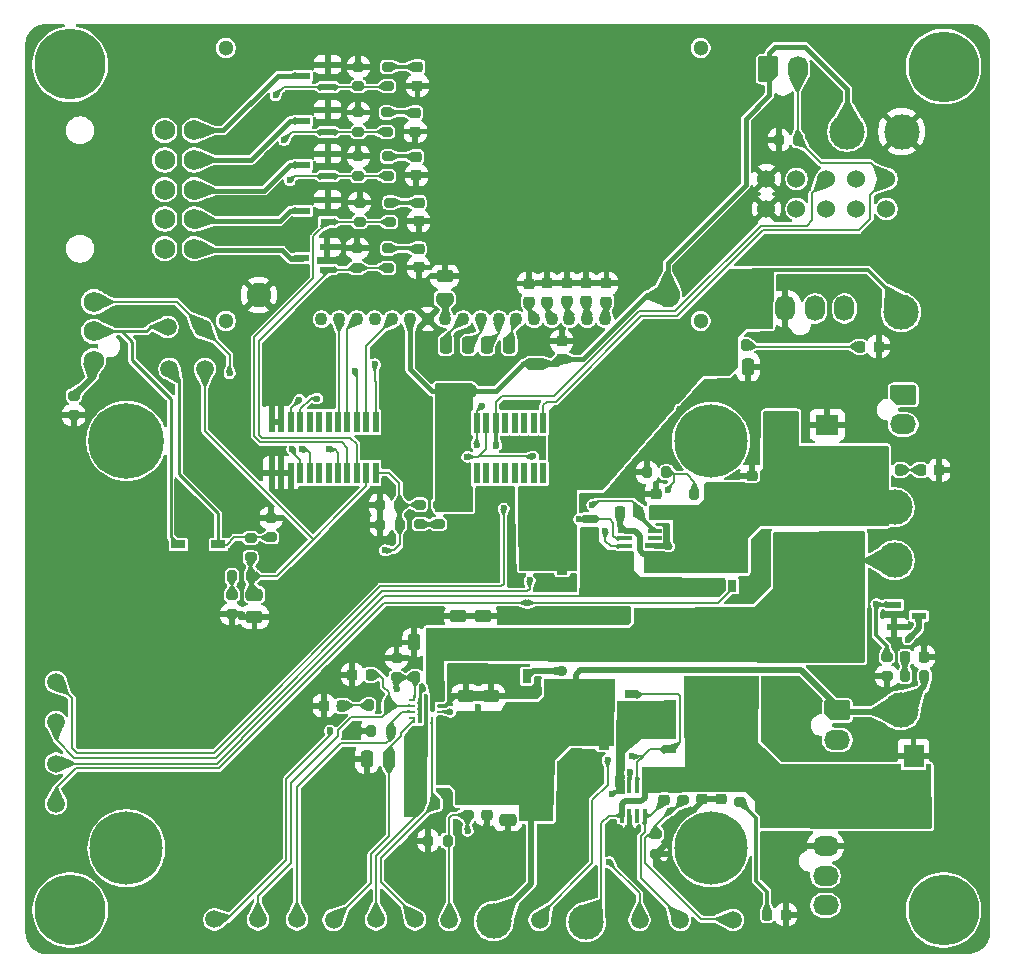
<source format=gbr>
%TF.GenerationSoftware,KiCad,Pcbnew,9.0.4*%
%TF.CreationDate,2026-01-12T01:51:10-06:00*%
%TF.ProjectId,PS-ChargerInterfacePCB,50532d43-6861-4726-9765-72496e746572,rev?*%
%TF.SameCoordinates,Original*%
%TF.FileFunction,Copper,L1,Top*%
%TF.FilePolarity,Positive*%
%FSLAX46Y46*%
G04 Gerber Fmt 4.6, Leading zero omitted, Abs format (unit mm)*
G04 Created by KiCad (PCBNEW 9.0.4) date 2026-01-12 01:51:10*
%MOMM*%
%LPD*%
G01*
G04 APERTURE LIST*
G04 Aperture macros list*
%AMRoundRect*
0 Rectangle with rounded corners*
0 $1 Rounding radius*
0 $2 $3 $4 $5 $6 $7 $8 $9 X,Y pos of 4 corners*
0 Add a 4 corners polygon primitive as box body*
4,1,4,$2,$3,$4,$5,$6,$7,$8,$9,$2,$3,0*
0 Add four circle primitives for the rounded corners*
1,1,$1+$1,$2,$3*
1,1,$1+$1,$4,$5*
1,1,$1+$1,$6,$7*
1,1,$1+$1,$8,$9*
0 Add four rect primitives between the rounded corners*
20,1,$1+$1,$2,$3,$4,$5,0*
20,1,$1+$1,$4,$5,$6,$7,0*
20,1,$1+$1,$6,$7,$8,$9,0*
20,1,$1+$1,$8,$9,$2,$3,0*%
%AMFreePoly0*
4,1,22,0.945671,0.830970,1.026777,0.776777,1.080970,0.695671,1.100000,0.600000,1.100000,-0.600000,1.080970,-0.695671,1.026777,-0.776777,0.945671,-0.830970,0.850000,-0.850000,-0.450000,-0.850000,-0.545671,-0.830970,-0.626777,-0.776777,-1.026777,-0.376777,-1.080970,-0.295671,-1.100000,-0.200000,-1.100000,0.600000,-1.080970,0.695671,-1.026777,0.776777,-0.945671,0.830970,-0.850000,0.850000,
0.850000,0.850000,0.945671,0.830970,0.945671,0.830970,$1*%
G04 Aperture macros list end*
%TA.AperFunction,SMDPad,CuDef*%
%ADD10R,0.750000X1.200000*%
%TD*%
%TA.AperFunction,SMDPad,CuDef*%
%ADD11R,1.200000X0.750000*%
%TD*%
%TA.AperFunction,ComponentPad*%
%ADD12C,3.400000*%
%TD*%
%TA.AperFunction,ConnectorPad*%
%ADD13C,6.000000*%
%TD*%
%TA.AperFunction,SMDPad,CuDef*%
%ADD14R,0.750000X1.000000*%
%TD*%
%TA.AperFunction,SMDPad,CuDef*%
%ADD15R,0.750000X0.480000*%
%TD*%
%TA.AperFunction,SMDPad,CuDef*%
%ADD16R,4.560000X2.720000*%
%TD*%
%TA.AperFunction,SMDPad,CuDef*%
%ADD17R,5.560000X0.910000*%
%TD*%
%TA.AperFunction,SMDPad,CuDef*%
%ADD18R,4.560000X0.420000*%
%TD*%
%TA.AperFunction,ComponentPad*%
%ADD19FreePoly0,0.000000*%
%TD*%
%TA.AperFunction,ComponentPad*%
%ADD20O,2.200000X1.700000*%
%TD*%
%TA.AperFunction,SMDPad,CuDef*%
%ADD21RoundRect,0.200000X0.275000X-0.200000X0.275000X0.200000X-0.275000X0.200000X-0.275000X-0.200000X0*%
%TD*%
%TA.AperFunction,SMDPad,CuDef*%
%ADD22RoundRect,0.218750X0.256250X-0.218750X0.256250X0.218750X-0.256250X0.218750X-0.256250X-0.218750X0*%
%TD*%
%TA.AperFunction,SMDPad,CuDef*%
%ADD23RoundRect,0.200000X-0.275000X0.200000X-0.275000X-0.200000X0.275000X-0.200000X0.275000X0.200000X0*%
%TD*%
%TA.AperFunction,SMDPad,CuDef*%
%ADD24RoundRect,0.200000X0.200000X0.275000X-0.200000X0.275000X-0.200000X-0.275000X0.200000X-0.275000X0*%
%TD*%
%TA.AperFunction,ComponentPad*%
%ADD25C,1.500000*%
%TD*%
%TA.AperFunction,SMDPad,CuDef*%
%ADD26RoundRect,0.250000X0.475000X-0.250000X0.475000X0.250000X-0.475000X0.250000X-0.475000X-0.250000X0*%
%TD*%
%TA.AperFunction,SMDPad,CuDef*%
%ADD27R,1.300000X0.600000*%
%TD*%
%TA.AperFunction,ComponentPad*%
%ADD28C,3.000000*%
%TD*%
%TA.AperFunction,SMDPad,CuDef*%
%ADD29RoundRect,0.218750X0.218750X0.256250X-0.218750X0.256250X-0.218750X-0.256250X0.218750X-0.256250X0*%
%TD*%
%TA.AperFunction,SMDPad,CuDef*%
%ADD30RoundRect,0.225000X-0.225000X-0.250000X0.225000X-0.250000X0.225000X0.250000X-0.225000X0.250000X0*%
%TD*%
%TA.AperFunction,SMDPad,CuDef*%
%ADD31RoundRect,0.225000X-0.250000X0.225000X-0.250000X-0.225000X0.250000X-0.225000X0.250000X0.225000X0*%
%TD*%
%TA.AperFunction,ComponentPad*%
%ADD32C,1.524000*%
%TD*%
%TA.AperFunction,SMDPad,CuDef*%
%ADD33RoundRect,0.225000X0.250000X-0.225000X0.250000X0.225000X-0.250000X0.225000X-0.250000X-0.225000X0*%
%TD*%
%TA.AperFunction,SMDPad,CuDef*%
%ADD34RoundRect,0.250000X-0.250000X-0.475000X0.250000X-0.475000X0.250000X0.475000X-0.250000X0.475000X0*%
%TD*%
%TA.AperFunction,ComponentPad*%
%ADD35RoundRect,0.250000X-0.850000X-0.600000X0.850000X-0.600000X0.850000X0.600000X-0.850000X0.600000X0*%
%TD*%
%TA.AperFunction,SMDPad,CuDef*%
%ADD36R,1.200000X0.450000*%
%TD*%
%TA.AperFunction,SMDPad,CuDef*%
%ADD37RoundRect,0.250000X0.250000X0.475000X-0.250000X0.475000X-0.250000X-0.475000X0.250000X-0.475000X0*%
%TD*%
%TA.AperFunction,ComponentPad*%
%ADD38C,1.752600*%
%TD*%
%TA.AperFunction,ComponentPad*%
%ADD39C,2.400000*%
%TD*%
%TA.AperFunction,SMDPad,CuDef*%
%ADD40R,1.000000X0.750000*%
%TD*%
%TA.AperFunction,SMDPad,CuDef*%
%ADD41R,0.480000X0.750000*%
%TD*%
%TA.AperFunction,SMDPad,CuDef*%
%ADD42R,2.720000X4.560000*%
%TD*%
%TA.AperFunction,SMDPad,CuDef*%
%ADD43R,0.910000X5.560000*%
%TD*%
%TA.AperFunction,SMDPad,CuDef*%
%ADD44R,0.420000X4.560000*%
%TD*%
%TA.AperFunction,SMDPad,CuDef*%
%ADD45RoundRect,0.200000X-0.200000X-0.275000X0.200000X-0.275000X0.200000X0.275000X-0.200000X0.275000X0*%
%TD*%
%TA.AperFunction,ComponentPad*%
%ADD46FreePoly0,90.000000*%
%TD*%
%TA.AperFunction,ComponentPad*%
%ADD47O,1.700000X2.200000*%
%TD*%
%TA.AperFunction,SMDPad,CuDef*%
%ADD48R,0.567408X0.203010*%
%TD*%
%TA.AperFunction,SMDPad,CuDef*%
%ADD49R,0.203200X0.556120*%
%TD*%
%TA.AperFunction,SMDPad,CuDef*%
%ADD50R,0.533400X0.254000*%
%TD*%
%TA.AperFunction,SMDPad,CuDef*%
%ADD51R,0.570166X0.203210*%
%TD*%
%TA.AperFunction,SMDPad,CuDef*%
%ADD52R,0.203200X0.556130*%
%TD*%
%TA.AperFunction,SMDPad,CuDef*%
%ADD53R,0.254000X1.346200*%
%TD*%
%TA.AperFunction,SMDPad,CuDef*%
%ADD54R,0.254000X2.409444*%
%TD*%
%TA.AperFunction,SMDPad,CuDef*%
%ADD55R,0.203200X0.556132*%
%TD*%
%TA.AperFunction,SMDPad,CuDef*%
%ADD56R,0.570166X0.203226*%
%TD*%
%TA.AperFunction,SMDPad,CuDef*%
%ADD57R,0.570166X0.203224*%
%TD*%
%TA.AperFunction,SMDPad,CuDef*%
%ADD58R,0.254000X0.533400*%
%TD*%
%TA.AperFunction,SMDPad,CuDef*%
%ADD59RoundRect,0.250000X-0.475000X0.250000X-0.475000X-0.250000X0.475000X-0.250000X0.475000X0.250000X0*%
%TD*%
%TA.AperFunction,SMDPad,CuDef*%
%ADD60R,0.863600X3.251200*%
%TD*%
%TA.AperFunction,SMDPad,CuDef*%
%ADD61R,1.970000X1.670000*%
%TD*%
%TA.AperFunction,SMDPad,CuDef*%
%ADD62R,1.670000X1.970000*%
%TD*%
%TA.AperFunction,SMDPad,CuDef*%
%ADD63R,0.450000X1.200000*%
%TD*%
%TA.AperFunction,ComponentPad*%
%ADD64C,1.100000*%
%TD*%
%TA.AperFunction,ComponentPad*%
%ADD65C,2.085000*%
%TD*%
%TA.AperFunction,ComponentPad*%
%ADD66C,1.300000*%
%TD*%
%TA.AperFunction,ComponentPad*%
%ADD67RoundRect,0.250000X0.600000X-0.850000X0.600000X0.850000X-0.600000X0.850000X-0.600000X-0.850000X0*%
%TD*%
%TA.AperFunction,SMDPad,CuDef*%
%ADD68R,0.550000X1.800000*%
%TD*%
%TA.AperFunction,ComponentPad*%
%ADD69C,3.600000*%
%TD*%
%TA.AperFunction,ConnectorPad*%
%ADD70C,6.400000*%
%TD*%
%TA.AperFunction,ConnectorPad*%
%ADD71C,6.200000*%
%TD*%
%TA.AperFunction,ViaPad*%
%ADD72C,0.600000*%
%TD*%
%TA.AperFunction,ViaPad*%
%ADD73C,0.900000*%
%TD*%
%TA.AperFunction,Conductor*%
%ADD74C,0.200000*%
%TD*%
%TA.AperFunction,Conductor*%
%ADD75C,0.400000*%
%TD*%
%TA.AperFunction,Conductor*%
%ADD76C,0.500000*%
%TD*%
%TA.AperFunction,Conductor*%
%ADD77C,0.300000*%
%TD*%
%TA.AperFunction,Conductor*%
%ADD78C,0.250000*%
%TD*%
%TA.AperFunction,Conductor*%
%ADD79C,0.875000*%
%TD*%
%TA.AperFunction,Conductor*%
%ADD80C,0.150000*%
%TD*%
G04 APERTURE END LIST*
D10*
%TO.P,D11,1,K*%
%TO.N,+14V*%
X101450000Y-100400000D03*
%TO.P,D11,2,A*%
%TO.N,/Buzzer/Buzz_Drain*%
X101450000Y-97000000D03*
%TD*%
D11*
%TO.P,D2,1,K*%
%TO.N,Net-(D2-K)*%
X75350000Y-85850000D03*
%TO.P,D2,2,A*%
%TO.N,/EVSE_CP*%
X71950000Y-85850000D03*
%TD*%
D12*
%TO.P,H4,1*%
%TO.N,N/C*%
X62800000Y-116800000D03*
D13*
X62800000Y-116800000D03*
%TD*%
D14*
%TO.P,Q11,1*%
%TO.N,Net-(IC3-SRC)*%
X115050000Y-89360000D03*
%TO.P,Q11,2*%
X116320000Y-89360000D03*
%TO.P,Q11,3*%
X117590000Y-89360000D03*
%TO.P,Q11,4*%
%TO.N,/Power24V/OV{slash}RPP Gate*%
X118860000Y-89360000D03*
D15*
%TO.P,Q11,5*%
%TO.N,/24V_OUT*%
X118860000Y-83600000D03*
%TO.P,Q11,6*%
X115050000Y-83600000D03*
D16*
%TO.P,Q11,7*%
X116955000Y-85200000D03*
D17*
%TO.P,Q11,8*%
X116955000Y-87015000D03*
D18*
%TO.P,Q11,9*%
X116955000Y-87680000D03*
%TD*%
D19*
%TO.P,Buzzer1,1,Pin_1*%
%TO.N,+14V*%
X127750000Y-99900000D03*
D20*
%TO.P,Buzzer1,2,Pin_2*%
%TO.N,/Buzzer/Buzz_Drain*%
X127750000Y-102400000D03*
%TD*%
D21*
%TO.P,R3,1*%
%TO.N,Net-(D2-K)*%
X79801000Y-85250000D03*
%TO.P,R3,2*%
%TO.N,GND*%
X79801000Y-83600000D03*
%TD*%
D22*
%TO.P,D7,1,K*%
%TO.N,GND*%
X92100000Y-54600000D03*
%TO.P,D7,2,A*%
%TO.N,Net-(D7-A)*%
X92100000Y-53025000D03*
%TD*%
D23*
%TO.P,R12,1*%
%TO.N,Net-(D2-K)*%
X78070000Y-85300000D03*
%TO.P,R12,2*%
%TO.N,/MCU_CP*%
X78070000Y-86950000D03*
%TD*%
D21*
%TO.P,R22,1*%
%TO.N,Net-(R22-Pad1)*%
X92400000Y-84125000D03*
%TO.P,R22,2*%
%TO.N,/EVSE_PP*%
X92400000Y-82475000D03*
%TD*%
D24*
%TO.P,R9,1*%
%TO.N,/14V-24V Boost Converter/COMP*%
X89750000Y-99478800D03*
%TO.P,R9,2*%
%TO.N,Net-(C4-Pad2)*%
X88100000Y-99478800D03*
%TD*%
D21*
%TO.P,R17,1*%
%TO.N,/LED_HEART*%
X87200000Y-54637500D03*
%TO.P,R17,2*%
%TO.N,GND*%
X87200000Y-52987500D03*
%TD*%
D25*
%TO.P,Gate2,1,1*%
%TO.N,/Power24V/OV{slash}RPP Gate*%
X61600000Y-107800000D03*
%TD*%
D26*
%TO.P,C26,1*%
%TO.N,+3.3V*%
X96444051Y-72841240D03*
%TO.P,C26,2*%
%TO.N,GND*%
X96444051Y-70941240D03*
%TD*%
D27*
%TO.P,Q4,1,G*%
%TO.N,/LED_FAULT*%
X84600000Y-50950000D03*
%TO.P,Q4,2,S*%
%TO.N,GND*%
X84600000Y-49050000D03*
%TO.P,Q4,3,D*%
%TO.N,/LEDIndicator/FAULT-*%
X82500000Y-50000000D03*
%TD*%
D28*
%TO.P,24V_OUT1,1,1*%
%TO.N,/14V-24V Boost Converter/24V_Out_Fuse*%
X132600000Y-87200000D03*
%TD*%
%TO.P,+24V_IN1,1,1*%
%TO.N,/24V_OUT*%
X132600000Y-82700000D03*
%TD*%
D21*
%TO.P,R35,1*%
%TO.N,/LED_CHARGE*%
X89900000Y-58550000D03*
%TO.P,R35,2*%
%TO.N,Net-(D9-A)*%
X89900000Y-56900000D03*
%TD*%
D12*
%TO.P,H1,1*%
%TO.N,N/C*%
X62800000Y-45200000D03*
D13*
X62800000Y-45200000D03*
%TD*%
D29*
%TO.P,D5,1,K*%
%TO.N,GND*%
X136387500Y-79550000D03*
%TO.P,D5,2,A*%
%TO.N,Net-(D5-A)*%
X134812500Y-79550000D03*
%TD*%
D30*
%TO.P,C4,1*%
%TO.N,GND*%
X84265936Y-99508407D03*
%TO.P,C4,2*%
%TO.N,Net-(C4-Pad2)*%
X85815936Y-99508407D03*
%TD*%
D31*
%TO.P,C23,1*%
%TO.N,+14V*%
X98050000Y-107175000D03*
%TO.P,C23,2*%
%TO.N,GND*%
X98050000Y-108725000D03*
%TD*%
D23*
%TO.P,R20,1*%
%TO.N,Earth_Protective*%
X63100000Y-73250000D03*
%TO.P,R20,2*%
%TO.N,GND*%
X63100000Y-74900000D03*
%TD*%
D32*
%TO.P,Logic_Analyzer1,1,GND*%
%TO.N,GND*%
X121750000Y-54900000D03*
%TO.P,Logic_Analyzer1,2,GND*%
X121750000Y-57440000D03*
%TO.P,Logic_Analyzer1,3,CH7*%
%TO.N,/Display_NSS*%
X124290000Y-54900000D03*
%TO.P,Logic_Analyzer1,4,CH6*%
%TO.N,/Display_RES*%
X124290000Y-57440000D03*
%TO.P,Logic_Analyzer1,5,CH5*%
%TO.N,/BuzzPWM*%
X126830000Y-54900000D03*
%TO.P,Logic_Analyzer1,6,CH4*%
%TO.N,/Display_MISO*%
X126830000Y-57440000D03*
%TO.P,Logic_Analyzer1,7,CH3*%
%TO.N,unconnected-(Logic_Analyzer1-CH3-Pad7)*%
X129370000Y-54900000D03*
%TO.P,Logic_Analyzer1,8,CH2*%
%TO.N,/Display_SCLK*%
X129370000Y-57440000D03*
%TO.P,Logic_Analyzer1,9,CH1*%
%TO.N,/Estop*%
X131910000Y-54900000D03*
%TO.P,Logic_Analyzer1,10,CH0*%
%TO.N,/Display_MOSI*%
X131910000Y-57440000D03*
%TD*%
D27*
%TO.P,Q13,1,G*%
%TO.N,/LED_EVSE*%
X84560000Y-62572500D03*
%TO.P,Q13,2,S*%
%TO.N,GND*%
X84560000Y-60672500D03*
%TO.P,Q13,3,D*%
%TO.N,/LEDIndicator/EVSE-*%
X82460000Y-61622500D03*
%TD*%
D26*
%TO.P,C12,1*%
%TO.N,+14V*%
X96300000Y-100550000D03*
%TO.P,C12,2*%
%TO.N,GND*%
X96300000Y-98650000D03*
%TD*%
D13*
%TO.P,H2,1*%
%TO.N,N/C*%
X136750000Y-45400000D03*
D12*
X136750000Y-45400000D03*
%TD*%
D28*
%TO.P,+14V1,1,1*%
%TO.N,+14V*%
X133100000Y-99900000D03*
%TD*%
D25*
%TO.P,SW1,1,1*%
%TO.N,/14V-24V Boost Converter/SW*%
X88700000Y-117600000D03*
%TD*%
D33*
%TO.P,C27,1*%
%TO.N,+3.3V*%
X94710000Y-72875000D03*
%TO.P,C27,2*%
%TO.N,GND*%
X94710000Y-71325000D03*
%TD*%
D34*
%TO.P,C28,1*%
%TO.N,Net-(DS1-C2+)*%
X98070000Y-68970000D03*
%TO.P,C28,2*%
%TO.N,Net-(DS1-C2-)*%
X99970000Y-68970000D03*
%TD*%
D25*
%TO.P,FB1,1,1*%
%TO.N,/14V-24V Boost Converter/FB*%
X75000000Y-117600000D03*
%TD*%
D35*
%TO.P,Elcon1,1,14V*%
%TO.N,/14V_IN*%
X126750707Y-108900000D03*
D20*
%TO.P,Elcon1,2,GND*%
%TO.N,GND*%
X126750707Y-111400000D03*
%TO.P,Elcon1,3,CAN_H*%
%TO.N,/ElconCAN_H*%
X126750707Y-113900000D03*
%TO.P,Elcon1,4,CAN_L*%
%TO.N,/ElconCAN_L*%
X126750707Y-116400000D03*
%TD*%
D28*
%TO.P,GND1,1,1*%
%TO.N,GND*%
X133200000Y-50900000D03*
%TD*%
%TO.P,+24V1,1,1*%
%TO.N,+24V*%
X133150000Y-66200000D03*
%TD*%
D26*
%TO.P,C8,1*%
%TO.N,/14V-24V Boost Converter/24V_Out_Fuse*%
X97740000Y-93840000D03*
%TO.P,C8,2*%
%TO.N,GND*%
X97740000Y-91940000D03*
%TD*%
D36*
%TO.P,IC3,1,EN/UVLO*%
%TO.N,/24V_OUT*%
X112270000Y-86640000D03*
%TO.P,IC3,2,GND*%
%TO.N,GND*%
X112270000Y-85990000D03*
%TO.P,IC3,3,N.C*%
%TO.N,unconnected-(IC3-N.C-Pad3)*%
X112270000Y-85340000D03*
%TO.P,IC3,4,VCAP*%
%TO.N,/Power24V/Vcap*%
X112270000Y-84690000D03*
%TO.P,IC3,5,VS*%
%TO.N,/24V_OUT*%
X109770000Y-84690000D03*
%TO.P,IC3,6,GATE*%
%TO.N,/Power24V/OV{slash}RPP Gate*%
X109770000Y-85340000D03*
%TO.P,IC3,7,OV*%
%TO.N,/Power24V/OV*%
X109770000Y-85990000D03*
%TO.P,IC3,8,SRC*%
%TO.N,Net-(IC3-SRC)*%
X109770000Y-86640000D03*
%TD*%
D21*
%TO.P,R11,1*%
%TO.N,/14V-24V Boost Converter/FB*%
X90425000Y-97103800D03*
%TO.P,R11,2*%
%TO.N,GND*%
X90425000Y-95453800D03*
%TD*%
D37*
%TO.P,C6,1*%
%TO.N,/14V-24V Boost Converter/24V_Out_Fuse*%
X93825000Y-94150000D03*
%TO.P,C6,2*%
%TO.N,GND*%
X91925000Y-94150000D03*
%TD*%
D38*
%TO.P,Panel_LED801,1,1*%
%TO.N,/LEDIndicator/EVSE-*%
X73300000Y-60800000D03*
%TO.P,Panel_LED801,2,2*%
%TO.N,/LEDIndicator/CHARGE-*%
X73300000Y-58300000D03*
%TO.P,Panel_LED801,3,3*%
%TO.N,/LEDIndicator/HEART-*%
X73300000Y-55800000D03*
%TO.P,Panel_LED801,4,4*%
%TO.N,/LEDIndicator/FAULT-*%
X73300000Y-53300000D03*
%TO.P,Panel_LED801,5,5*%
%TO.N,/LEDIndicator/HV-*%
X73300000Y-50800000D03*
%TO.P,Panel_LED801,6,6*%
%TO.N,+14V*%
X70800000Y-60800000D03*
%TO.P,Panel_LED801,7,7*%
X70800000Y-58300000D03*
%TO.P,Panel_LED801,8,8*%
X70800000Y-55800000D03*
%TO.P,Panel_LED801,9,9*%
X70800000Y-53300000D03*
%TO.P,Panel_LED801,10,10*%
X70800000Y-50800000D03*
%TD*%
D31*
%TO.P,C16,1*%
%TO.N,GND*%
X120500000Y-80025000D03*
%TO.P,C16,2*%
%TO.N,/24V_OUT*%
X120500000Y-81575000D03*
%TD*%
D39*
%TO.P,U2,1*%
%TO.N,/24V_OUT*%
X127800000Y-82030000D03*
X124400000Y-82030000D03*
%TO.P,U2,2*%
%TO.N,/14V-24V Boost Converter/24V_Out_Fuse*%
X127800000Y-91950000D03*
X124400000Y-91950000D03*
%TD*%
D40*
%TO.P,Q1,1*%
%TO.N,Net-(IC2-SRC)*%
X110308183Y-102347303D03*
%TO.P,Q1,2*%
X110308183Y-101077303D03*
%TO.P,Q1,3*%
X110308183Y-99807303D03*
%TO.P,Q1,4*%
%TO.N,/Power14V/OV{slash}RPP Gate*%
X110308183Y-98537303D03*
D41*
%TO.P,Q1,5*%
%TO.N,+14V*%
X104548183Y-98537303D03*
%TO.P,Q1,6*%
X104548183Y-102347303D03*
D42*
%TO.P,Q1,7*%
X106148183Y-100442303D03*
D43*
%TO.P,Q1,8*%
X107963183Y-100442303D03*
D44*
%TO.P,Q1,9*%
X108628183Y-100442303D03*
%TD*%
D31*
%TO.P,C35,1*%
%TO.N,GND*%
X108200000Y-63750000D03*
%TO.P,C35,2*%
%TO.N,Net-(DS1-V0)*%
X108200000Y-65300000D03*
%TD*%
D33*
%TO.P,C19,1*%
%TO.N,/24V_OUT*%
X112410000Y-83105000D03*
%TO.P,C19,2*%
%TO.N,GND*%
X112410000Y-81555000D03*
%TD*%
D26*
%TO.P,C9,1*%
%TO.N,/14V-24V Boost Converter/24V_Out_Fuse*%
X99890000Y-93890000D03*
%TO.P,C9,2*%
%TO.N,GND*%
X99890000Y-91990000D03*
%TD*%
D45*
%TO.P,R27,1*%
%TO.N,GND*%
X122775000Y-51600000D03*
%TO.P,R27,2*%
%TO.N,/Estop*%
X124425000Y-51600000D03*
%TD*%
D40*
%TO.P,Q2,1*%
%TO.N,Net-(IC3-SRC)*%
X106800000Y-87510000D03*
%TO.P,Q2,2*%
X106800000Y-86240000D03*
%TO.P,Q2,3*%
X106800000Y-84970000D03*
%TO.P,Q2,4*%
%TO.N,/Power24V/OV{slash}RPP Gate*%
X106800000Y-83700000D03*
D41*
%TO.P,Q2,5*%
%TO.N,+24V*%
X101040000Y-83700000D03*
%TO.P,Q2,6*%
X101040000Y-87510000D03*
D42*
%TO.P,Q2,7*%
X102640000Y-85605000D03*
D43*
%TO.P,Q2,8*%
X104455000Y-85605000D03*
D44*
%TO.P,Q2,9*%
X105120000Y-85605000D03*
%TD*%
D25*
%TO.P,VCC1,1,1*%
%TO.N,/14V-24V Boost Converter/VCC*%
X85100000Y-117650707D03*
%TD*%
%TO.P,OV2,1,1*%
%TO.N,/Power24V/OV*%
X61600000Y-100900000D03*
%TD*%
D26*
%TO.P,C24,1*%
%TO.N,+3.3V*%
X102250000Y-70560000D03*
%TO.P,C24,2*%
%TO.N,GND*%
X102250000Y-68660000D03*
%TD*%
D22*
%TO.P,D8,1,K*%
%TO.N,GND*%
X92000000Y-50887500D03*
%TO.P,D8,2,A*%
%TO.N,Net-(D8-A)*%
X92000000Y-49312500D03*
%TD*%
D46*
%TO.P,Estop1,1,+3V3*%
%TO.N,+3.3V*%
X121889886Y-45600000D03*
D47*
%TO.P,Estop1,2,MCU*%
%TO.N,/Estop*%
X124389886Y-45600000D03*
%TD*%
D25*
%TO.P,TP_FETConn1,1,1*%
%TO.N,Net-(IC2-SRC)*%
X111000000Y-117650000D03*
%TD*%
D38*
%TO.P,EVSE1,1,Pin_1*%
%TO.N,Earth_Protective*%
X64780000Y-70310000D03*
%TO.P,EVSE1,2,Pin_2*%
%TO.N,/EVSE_CP*%
X64780000Y-67810000D03*
%TO.P,EVSE1,3,Pin_3*%
%TO.N,/EVSE_PP*%
X64780000Y-65310000D03*
%TD*%
D25*
%TO.P,TP_FETConn2,1,1*%
%TO.N,Net-(IC3-SRC)*%
X61600000Y-104400000D03*
%TD*%
D27*
%TO.P,Q5,1,G*%
%TO.N,/LED_CHARGE*%
X84600000Y-58550000D03*
%TO.P,Q5,2,S*%
%TO.N,GND*%
X84600000Y-56650000D03*
%TO.P,Q5,3,D*%
%TO.N,/LEDIndicator/CHARGE-*%
X82500000Y-57600000D03*
%TD*%
D25*
%TO.P,COMP1,1,1*%
%TO.N,/14V-24V Boost Converter/COMP*%
X78700000Y-117600000D03*
%TD*%
D22*
%TO.P,D9,1,K*%
%TO.N,GND*%
X92300000Y-58500000D03*
%TO.P,D9,2,A*%
%TO.N,Net-(D9-A)*%
X92300000Y-56925000D03*
%TD*%
D31*
%TO.P,C11,1*%
%TO.N,/14V_IN*%
X113100000Y-105944000D03*
%TO.P,C11,2*%
%TO.N,/Power14V/Vcap*%
X113100000Y-107494000D03*
%TD*%
D25*
%TO.P,Vcap1,1,1*%
%TO.N,/Power14V/Vcap*%
X114449552Y-117650000D03*
%TD*%
D31*
%TO.P,C31,1*%
%TO.N,GND*%
X101625000Y-63760000D03*
%TO.P,C31,2*%
%TO.N,Net-(DS1-V4)*%
X101625000Y-65310000D03*
%TD*%
D48*
%TO.P,IC1,1,VIN_1*%
%TO.N,+14V*%
X94107104Y-100502245D03*
D49*
X93925000Y-100678800D03*
D50*
%TO.P,IC1,2,EN/UVLO*%
%TO.N,/14V-24V Boost Converter/EN{slash}UVLO*%
X94115500Y-100002214D03*
%TO.P,IC1,3,MODE*%
%TO.N,GND*%
X94115500Y-99502088D03*
D51*
%TO.P,IC1,4,VSENSE_1*%
%TO.N,/14V-24V Boost Converter/24V_Out_Fuse*%
X94108483Y-98988305D03*
D52*
X93925000Y-98811845D03*
D53*
%TO.P,IC1,5,VOUT*%
X93428176Y-99206889D03*
D54*
%TO.P,IC1,6,SW*%
%TO.N,/14V-24V Boost Converter/SW*%
X92928050Y-99752151D03*
D53*
%TO.P,IC1,7,PGND*%
%TO.N,GND*%
X92427924Y-99206889D03*
D55*
%TO.P,IC1,8,FB_1*%
%TO.N,/14V-24V Boost Converter/FB*%
X91942530Y-98811844D03*
D56*
X91759047Y-98988297D03*
D50*
%TO.P,IC1,9,COMP*%
%TO.N,/14V-24V Boost Converter/COMP*%
X91740600Y-99502088D03*
%TO.P,IC1,10,ILIM*%
%TO.N,/14V-24V Boost Converter/ILIM*%
X91740600Y-100002214D03*
D55*
%TO.P,IC1,11,VCC_1*%
%TO.N,/14V-24V Boost Converter/VCC*%
X91927798Y-100678793D03*
D57*
X91744315Y-100502269D03*
D58*
%TO.P,IC1,12,AGND*%
%TO.N,GND*%
X92427924Y-100690173D03*
%TO.P,IC1,13,BOOT*%
%TO.N,/14V-24V Boost Converter/BOOT*%
X93428176Y-100690173D03*
%TD*%
D23*
%TO.P,R25,1*%
%TO.N,+3.3V*%
X94000000Y-82475000D03*
%TO.P,R25,2*%
%TO.N,Net-(R22-Pad1)*%
X94000000Y-84125000D03*
%TD*%
D24*
%TO.P,R31,1*%
%TO.N,Net-(D5-A)*%
X133075000Y-79552500D03*
%TO.P,R31,2*%
%TO.N,/24V_OUT*%
X131425000Y-79552500D03*
%TD*%
D26*
%TO.P,C22,1*%
%TO.N,+14V*%
X98400000Y-100550000D03*
%TO.P,C22,2*%
%TO.N,GND*%
X98400000Y-98650000D03*
%TD*%
D21*
%TO.P,R26,1*%
%TO.N,Net-(D1-A)*%
X119510000Y-107625000D03*
%TO.P,R26,2*%
%TO.N,/14V_IN*%
X119510000Y-105975000D03*
%TD*%
D19*
%TO.P,J9,1,CAN_H*%
%TO.N,/ElconCAN_H*%
X133331522Y-73194397D03*
D20*
%TO.P,J9,2,CAN_L*%
%TO.N,/ElconCAN_L*%
X133331522Y-75694397D03*
%TD*%
D21*
%TO.P,R36,1*%
%TO.N,/LED_EVSE*%
X89700000Y-62437500D03*
%TO.P,R36,2*%
%TO.N,Net-(D10-A)*%
X89700000Y-60787500D03*
%TD*%
D28*
%TO.P,+14V2,1,1*%
%TO.N,+14V*%
X98650000Y-117750000D03*
%TD*%
D24*
%TO.P,R2,1*%
%TO.N,/Power24V/OV*%
X113275000Y-79750000D03*
%TO.P,R2,2*%
%TO.N,GND*%
X111625000Y-79750000D03*
%TD*%
D25*
%TO.P,ILIM1,1,1*%
%TO.N,/14V-24V Boost Converter/ILIM*%
X82000000Y-117600000D03*
%TD*%
D29*
%TO.P,D4,1,K*%
%TO.N,GND*%
X135067500Y-95360000D03*
%TO.P,D4,2,A*%
%TO.N,Net-(D4-A)*%
X133492500Y-95360000D03*
%TD*%
D59*
%TO.P,C1,1*%
%TO.N,+14V*%
X99850000Y-107250000D03*
%TO.P,C1,2*%
%TO.N,GND*%
X99850000Y-109150000D03*
%TD*%
D27*
%TO.P,Q7,1,G*%
%TO.N,/LED_HV*%
X84600000Y-47125000D03*
%TO.P,Q7,2,S*%
%TO.N,GND*%
X84600000Y-45225000D03*
%TO.P,Q7,3,D*%
%TO.N,/LEDIndicator/HV-*%
X82500000Y-46175000D03*
%TD*%
D12*
%TO.P,H3,1*%
%TO.N,N/C*%
X136750000Y-116800000D03*
D13*
X136750000Y-116800000D03*
%TD*%
D24*
%TO.P,R13,1*%
%TO.N,/MCU_CP*%
X78135000Y-88530000D03*
%TO.P,R13,2*%
%TO.N,Net-(R13-Pad2)*%
X76485000Y-88530000D03*
%TD*%
D59*
%TO.P,C30,1*%
%TO.N,GND*%
X94500000Y-63150000D03*
%TO.P,C30,2*%
%TO.N,Net-(DS1-VOUT)*%
X94500000Y-65050000D03*
%TD*%
D21*
%TO.P,R16,1*%
%TO.N,/LED_FAULT*%
X87200000Y-50925000D03*
%TO.P,R16,2*%
%TO.N,GND*%
X87200000Y-49275000D03*
%TD*%
%TO.P,R18,1*%
%TO.N,/LED_CHARGE*%
X87300000Y-58550000D03*
%TO.P,R18,2*%
%TO.N,GND*%
X87300000Y-56900000D03*
%TD*%
D30*
%TO.P,C3,1*%
%TO.N,GND*%
X86675000Y-96875000D03*
%TO.P,C3,2*%
%TO.N,/14V-24V Boost Converter/COMP*%
X88225000Y-96875000D03*
%TD*%
D25*
%TO.P,EN/UVLO1,1,1*%
%TO.N,/14V-24V Boost Converter/EN{slash}UVLO*%
X94900000Y-117650000D03*
%TD*%
D23*
%TO.P,R4,1*%
%TO.N,/14V_IN*%
X114700000Y-105875000D03*
%TO.P,R4,2*%
%TO.N,/Power14V/OV*%
X114700000Y-107525000D03*
%TD*%
D30*
%TO.P,C5,1*%
%TO.N,/14V-24V Boost Converter/SW*%
X92175000Y-107800000D03*
%TO.P,C5,2*%
%TO.N,/14V-24V Boost Converter/BOOT*%
X93725000Y-107800000D03*
%TD*%
D25*
%TO.P,Gate1,1,1*%
%TO.N,/Power14V/OV{slash}RPP Gate*%
X102550000Y-117650000D03*
%TD*%
D24*
%TO.P,R1,1*%
%TO.N,/24V_OUT*%
X117295000Y-81560000D03*
%TO.P,R1,2*%
%TO.N,/Power24V/OV*%
X115645000Y-81560000D03*
%TD*%
D21*
%TO.P,R19,1*%
%TO.N,/LED_EVSE*%
X87100000Y-62437500D03*
%TO.P,R19,2*%
%TO.N,GND*%
X87100000Y-60787500D03*
%TD*%
D24*
%TO.P,R28,1*%
%TO.N,Net-(D3-A)*%
X120025000Y-69000000D03*
%TO.P,R28,2*%
%TO.N,+24V*%
X118375000Y-69000000D03*
%TD*%
D29*
%TO.P,D3,1,K*%
%TO.N,GND*%
X131237500Y-69100000D03*
%TO.P,D3,2,A*%
%TO.N,Net-(D3-A)*%
X129662500Y-69100000D03*
%TD*%
D25*
%TO.P,BOOT1,1,1*%
%TO.N,/14V-24V Boost Converter/BOOT*%
X92000000Y-117600000D03*
%TD*%
D30*
%TO.P,C17,1*%
%TO.N,/24V_OUT*%
X109345000Y-83120000D03*
%TO.P,C17,2*%
%TO.N,/Power24V/Vcap*%
X110895000Y-83120000D03*
%TD*%
D28*
%TO.P,+3V3,1,1*%
%TO.N,+3.3V*%
X128600000Y-50900000D03*
%TD*%
D24*
%TO.P,R24,1*%
%TO.N,/EVSE_PP*%
X90670000Y-82535000D03*
%TO.P,R24,2*%
%TO.N,GND*%
X89020000Y-82535000D03*
%TD*%
D22*
%TO.P,D10,1,K*%
%TO.N,GND*%
X92300000Y-62400000D03*
%TO.P,D10,2,A*%
%TO.N,Net-(D10-A)*%
X92300000Y-60825000D03*
%TD*%
D34*
%TO.P,C2,1*%
%TO.N,GND*%
X87900000Y-104025000D03*
%TO.P,C2,2*%
%TO.N,/14V-24V Boost Converter/VCC*%
X89800000Y-104025000D03*
%TD*%
D60*
%TO.P,L1,1,1*%
%TO.N,+14V*%
X94646200Y-104400000D03*
%TO.P,L1,2,2*%
%TO.N,/14V-24V Boost Converter/SW*%
X91953800Y-104400000D03*
%TD*%
D40*
%TO.P,Q10,1*%
%TO.N,Net-(IC2-SRC)*%
X113592358Y-99381053D03*
%TO.P,Q10,2*%
X113592358Y-100651053D03*
%TO.P,Q10,3*%
X113592358Y-101921053D03*
%TO.P,Q10,4*%
%TO.N,/Power14V/OV{slash}RPP Gate*%
X113592358Y-103191053D03*
D41*
%TO.P,Q10,5*%
%TO.N,/14V_IN*%
X119352358Y-103191053D03*
%TO.P,Q10,6*%
X119352358Y-99381053D03*
D42*
%TO.P,Q10,7*%
X117752358Y-101286053D03*
D43*
%TO.P,Q10,8*%
X115937358Y-101286053D03*
D44*
%TO.P,Q10,9*%
X115272358Y-101286053D03*
%TD*%
D28*
%TO.P,RPP_EN1,1,1*%
%TO.N,/14V_IN*%
X106450000Y-117825000D03*
%TD*%
D37*
%TO.P,C29,1*%
%TO.N,Net-(DS1-C1+)*%
X96502520Y-68970225D03*
%TO.P,C29,2*%
%TO.N,Net-(DS1-C1-)*%
X94602520Y-68970225D03*
%TD*%
D25*
%TO.P,Vcap2,1,1*%
%TO.N,/Power24V/Vcap*%
X61600000Y-97500000D03*
%TD*%
D22*
%TO.P,D6,1,K*%
%TO.N,GND*%
X92200000Y-47000000D03*
%TO.P,D6,2,A*%
%TO.N,Net-(D6-A)*%
X92200000Y-45425000D03*
%TD*%
D24*
%TO.P,R7,1*%
%TO.N,/14V-24V Boost Converter/EN{slash}UVLO*%
X94750000Y-110925000D03*
%TO.P,R7,2*%
%TO.N,GND*%
X93100000Y-110925000D03*
%TD*%
D21*
%TO.P,R5,1*%
%TO.N,GND*%
X112400000Y-112025000D03*
%TO.P,R5,2*%
%TO.N,/Power14V/OV*%
X112400000Y-110375000D03*
%TD*%
D25*
%TO.P,TP3,1,1*%
%TO.N,/MCU_CP*%
X74200000Y-71000000D03*
%TD*%
D27*
%TO.P,Q6,1,G*%
%TO.N,/LED_HEART*%
X84600000Y-54675000D03*
%TO.P,Q6,2,S*%
%TO.N,GND*%
X84600000Y-52775000D03*
%TO.P,Q6,3,D*%
%TO.N,/LEDIndicator/HEART-*%
X82500000Y-53725000D03*
%TD*%
D23*
%TO.P,R21,1*%
%TO.N,Net-(R13-Pad2)*%
X76480000Y-90125000D03*
%TO.P,R21,2*%
%TO.N,GND*%
X76480000Y-91775000D03*
%TD*%
D33*
%TO.P,C10,1*%
%TO.N,GND*%
X117900000Y-107425000D03*
%TO.P,C10,2*%
%TO.N,/14V_IN*%
X117900000Y-105875000D03*
%TD*%
D61*
%TO.P,Z3,1,K*%
%TO.N,/24V_OUT*%
X122845240Y-75725201D03*
%TO.P,Z3,2,A*%
%TO.N,GND*%
X126895240Y-75725201D03*
%TD*%
D23*
%TO.P,R6,1*%
%TO.N,+14V*%
X96450000Y-107125000D03*
%TO.P,R6,2*%
%TO.N,/14V-24V Boost Converter/EN{slash}UVLO*%
X96450000Y-108775000D03*
%TD*%
D31*
%TO.P,C14,1*%
%TO.N,/14V_IN*%
X116250000Y-105875000D03*
%TO.P,C14,2*%
%TO.N,GND*%
X116250000Y-107425000D03*
%TD*%
D62*
%TO.P,Z2,1,K*%
%TO.N,/14V_IN*%
X134200000Y-107825000D03*
%TO.P,Z2,2,A*%
%TO.N,GND*%
X134200000Y-103775000D03*
%TD*%
D25*
%TO.P,OV1,1,1*%
%TO.N,/Power14V/OV*%
X118900000Y-117650000D03*
%TD*%
D24*
%TO.P,R10,1*%
%TO.N,/14V-24V Boost Converter/24V_Out_Fuse*%
X93650000Y-97078800D03*
%TO.P,R10,2*%
%TO.N,/14V-24V Boost Converter/FB*%
X92000000Y-97078800D03*
%TD*%
D21*
%TO.P,R15,1*%
%TO.N,/LED_HV*%
X87200000Y-47050000D03*
%TO.P,R15,2*%
%TO.N,GND*%
X87200000Y-45400000D03*
%TD*%
D25*
%TO.P,TP2,1,1*%
%TO.N,Net-(D2-K)*%
X71200000Y-71000000D03*
%TD*%
D31*
%TO.P,C32,1*%
%TO.N,GND*%
X103200000Y-63735000D03*
%TO.P,C32,2*%
%TO.N,Net-(DS1-V3)*%
X103200000Y-65285000D03*
%TD*%
D21*
%TO.P,R34,1*%
%TO.N,/LED_FAULT*%
X89600000Y-50925000D03*
%TO.P,R34,2*%
%TO.N,Net-(D8-A)*%
X89600000Y-49275000D03*
%TD*%
D59*
%TO.P,C13,1*%
%TO.N,/MCU_CP*%
X78400000Y-90100000D03*
%TO.P,C13,2*%
%TO.N,GND*%
X78400000Y-92000000D03*
%TD*%
D33*
%TO.P,C25,1*%
%TO.N,+3.3V*%
X104400000Y-70175000D03*
%TO.P,C25,2*%
%TO.N,GND*%
X104400000Y-68625000D03*
%TD*%
D31*
%TO.P,C34,1*%
%TO.N,GND*%
X106500000Y-63725000D03*
%TO.P,C34,2*%
%TO.N,Net-(DS1-V1)*%
X106500000Y-65275000D03*
%TD*%
D29*
%TO.P,D1,1,K*%
%TO.N,GND*%
X123387500Y-117200000D03*
%TO.P,D1,2,A*%
%TO.N,Net-(D1-A)*%
X121812500Y-117200000D03*
%TD*%
D45*
%TO.P,R30,1*%
%TO.N,Net-(D4-A)*%
X133475000Y-97000000D03*
%TO.P,R30,2*%
%TO.N,+14V*%
X135125000Y-97000000D03*
%TD*%
D26*
%TO.P,C7,1*%
%TO.N,/14V-24V Boost Converter/24V_Out_Fuse*%
X95665000Y-93840000D03*
%TO.P,C7,2*%
%TO.N,GND*%
X95665000Y-91940000D03*
%TD*%
D63*
%TO.P,IC2,1,EN/UVLO*%
%TO.N,/14V_IN*%
X109500000Y-108800000D03*
%TO.P,IC2,2,GND*%
%TO.N,GND*%
X110150000Y-108800000D03*
%TO.P,IC2,3,N.C*%
%TO.N,unconnected-(IC2-N.C-Pad3)*%
X110800000Y-108800000D03*
%TO.P,IC2,4,VCAP*%
%TO.N,/Power14V/Vcap*%
X111450000Y-108800000D03*
%TO.P,IC2,5,VS*%
%TO.N,/14V_IN*%
X111450000Y-106300000D03*
%TO.P,IC2,6,GATE*%
%TO.N,/Power14V/OV{slash}RPP Gate*%
X110800000Y-106300000D03*
%TO.P,IC2,7,OV*%
%TO.N,/Power14V/OV*%
X110150000Y-106300000D03*
%TO.P,IC2,8,SRC*%
%TO.N,Net-(IC2-SRC)*%
X109500000Y-106300000D03*
%TD*%
D31*
%TO.P,C33,1*%
%TO.N,GND*%
X104875000Y-63710000D03*
%TO.P,C33,2*%
%TO.N,Net-(DS1-V2)*%
X104875000Y-65260000D03*
%TD*%
D25*
%TO.P,TP4,1,1*%
%TO.N,/EVSE_PP*%
X74000000Y-67500000D03*
%TD*%
D24*
%TO.P,R8,1*%
%TO.N,/14V-24V Boost Converter/ILIM*%
X89950000Y-101678800D03*
%TO.P,R8,2*%
%TO.N,GND*%
X88300000Y-101678800D03*
%TD*%
D21*
%TO.P,R14,1*%
%TO.N,GND*%
X131930000Y-97010000D03*
%TO.P,R14,2*%
%TO.N,/BuzzPWM*%
X131930000Y-95360000D03*
%TD*%
%TO.P,R33,1*%
%TO.N,/LED_HEART*%
X89700000Y-54650000D03*
%TO.P,R33,2*%
%TO.N,Net-(D7-A)*%
X89700000Y-53000000D03*
%TD*%
%TO.P,R32,1*%
%TO.N,/LED_HV*%
X89700000Y-47050000D03*
%TO.P,R32,2*%
%TO.N,Net-(D6-A)*%
X89700000Y-45400000D03*
%TD*%
D34*
%TO.P,C18,1*%
%TO.N,+24V*%
X118300000Y-70825000D03*
%TO.P,C18,2*%
%TO.N,GND*%
X120200000Y-70825000D03*
%TD*%
D27*
%TO.P,Q8,1,G*%
%TO.N,/BuzzPWM*%
X132550000Y-90950000D03*
%TO.P,Q8,2,S*%
%TO.N,GND*%
X132550000Y-92850000D03*
%TO.P,Q8,3,D*%
%TO.N,/Buzzer/Buzz_Drain*%
X134650000Y-91900000D03*
%TD*%
D25*
%TO.P,TP1,1,1*%
%TO.N,/EVSE_CP*%
X71050000Y-67450000D03*
%TD*%
D24*
%TO.P,R23,1*%
%TO.N,/EVSE_PP*%
X90700000Y-84175000D03*
%TO.P,R23,2*%
%TO.N,GND*%
X89050000Y-84175000D03*
%TD*%
D64*
%TO.P,DS1,1,V0*%
%TO.N,Net-(DS1-V0)*%
X108070000Y-66770000D03*
%TO.P,DS1,2,V1*%
%TO.N,Net-(DS1-V1)*%
X106570000Y-66770000D03*
%TO.P,DS1,3,V2*%
%TO.N,Net-(DS1-V2)*%
X105070000Y-66770000D03*
%TO.P,DS1,4,V3*%
%TO.N,Net-(DS1-V3)*%
X103570000Y-66770000D03*
%TO.P,DS1,5,V4*%
%TO.N,Net-(DS1-V4)*%
X102070000Y-66770000D03*
%TO.P,DS1,6,C2-*%
%TO.N,Net-(DS1-C2-)*%
X100570000Y-66770000D03*
%TO.P,DS1,7,C2+*%
%TO.N,Net-(DS1-C2+)*%
X99070000Y-66770000D03*
%TO.P,DS1,8,C1+*%
%TO.N,Net-(DS1-C1+)*%
X97570000Y-66770000D03*
%TO.P,DS1,9,C1-*%
%TO.N,Net-(DS1-C1-)*%
X96070000Y-66770000D03*
%TO.P,DS1,10,VOUT*%
%TO.N,Net-(DS1-VOUT)*%
X94570000Y-66770000D03*
%TO.P,DS1,11,VSS*%
%TO.N,GND*%
X93070000Y-66770000D03*
%TO.P,DS1,12,VDD*%
%TO.N,+3.3V*%
X91570000Y-66770000D03*
%TO.P,DS1,13,SI*%
%TO.N,/Display_MOSI*%
X90070000Y-66770000D03*
%TO.P,DS1,14,SCL*%
%TO.N,/Display_SCLK*%
X88570000Y-66770000D03*
%TO.P,DS1,15,A0*%
%TO.N,/Display_MISO*%
X87070000Y-66770000D03*
%TO.P,DS1,16,~{RES}*%
%TO.N,/Display_RES*%
X85570000Y-66770000D03*
%TO.P,DS1,17,CS1B*%
%TO.N,/Display_NSS*%
X84070000Y-66770000D03*
D65*
%TO.P,DS1,A1,A*%
%TO.N,+3.3V*%
X113370000Y-64730000D03*
%TO.P,DS1,K1,K*%
%TO.N,GND*%
X78770000Y-64730000D03*
D66*
%TO.P,DS1,MH1,MH1*%
%TO.N,unconnected-(DS1-PadMH1)*%
X116170000Y-66920000D03*
%TO.P,DS1,MH2,MH2*%
%TO.N,unconnected-(DS1-PadMH2)*%
X75970000Y-66920000D03*
%TO.P,DS1,MH3,MH3*%
%TO.N,unconnected-(DS1-PadMH3)*%
X75970000Y-43820000D03*
%TO.P,DS1,MH4,MH4*%
%TO.N,unconnected-(DS1-PadMH4)*%
X116170000Y-43820000D03*
%TD*%
D67*
%TO.P,Elcon2,1,24V*%
%TO.N,+24V*%
X120850000Y-65870000D03*
D47*
%TO.P,Elcon2,2,GND*%
%TO.N,GND*%
X123350000Y-65870000D03*
%TO.P,Elcon2,3,CAN_H*%
%TO.N,/CarCAN_H*%
X125850000Y-65870000D03*
%TO.P,Elcon2,4,CAN_L*%
%TO.N,/CarCAN_L*%
X128350000Y-65870000D03*
%TD*%
D68*
%TO.P,U1,1,+3.3V*%
%TO.N,+3.3V*%
X95623911Y-79830002D03*
%TO.P,U1,2,+3.3V*%
X95623910Y-75530061D03*
%TO.P,U1,3,+3.3V*%
X96423910Y-79830061D03*
%TO.P,U1,4,+3.3V*%
X96423910Y-75530000D03*
%TO.P,U1,5,I2C4_SDA*%
%TO.N,unconnected-(U1A-I2C4_SDA-Pad5)*%
X97223910Y-79830061D03*
%TO.P,U1,6,IntCAN_H*%
%TO.N,/ElconCAN_H*%
X97223911Y-75530000D03*
%TO.P,U1,7,I2C4_SCL*%
%TO.N,unconnected-(U1A-I2C4_SCL-Pad7)*%
X98023910Y-79830061D03*
%TO.P,U1,8,IntCAN_L*%
%TO.N,/ElconCAN_L*%
X98023909Y-75530000D03*
%TO.P,U1,9,I2C3_SDA*%
%TO.N,unconnected-(U1A-I2C3_SDA-Pad9)*%
X98823910Y-79830061D03*
%TO.P,U1,10,ADC2_IN12*%
%TO.N,/BuzzPWM*%
X98823910Y-75530000D03*
%TO.P,U1,11,I2C3_SCL*%
%TO.N,unconnected-(U1A-I2C3_SCL-Pad11)*%
X99623910Y-79830061D03*
%TO.P,U1,12,ADC1_IN11*%
%TO.N,unconnected-(U1A-ADC1_IN11-Pad12)*%
X99623908Y-75530000D03*
%TO.P,U1,13,UART5_TX*%
%TO.N,unconnected-(U1A-UART5_TX-Pad13)*%
X100423910Y-79830061D03*
%TO.P,U1,14,SPI2_MISO*%
%TO.N,unconnected-(U1A-SPI2_MISO-Pad14)*%
X100423909Y-75530000D03*
%TO.P,U1,15,UART5_RX*%
%TO.N,unconnected-(U1A-UART5_RX-Pad15)*%
X101223910Y-79830061D03*
%TO.P,U1,16,SPI2_NSS*%
%TO.N,unconnected-(U1A-SPI2_NSS-Pad16)*%
X101223910Y-75530000D03*
%TO.P,U1,17,USART1_TX*%
%TO.N,unconnected-(U1A-USART1_TX-Pad17)*%
X102023909Y-79830002D03*
%TO.P,U1,18,SPI2_MOSI*%
%TO.N,unconnected-(U1A-SPI2_MOSI-Pad18)*%
X102023909Y-75530000D03*
%TO.P,U1,19,USART1_RX*%
%TO.N,unconnected-(U1A-USART1_RX-Pad19)*%
X102823909Y-79830002D03*
%TO.P,U1,20,SPI2_SCK*%
%TO.N,/Estop*%
X102823909Y-75530000D03*
%TO.P,U1,21,24VExt*%
%TO.N,+24V*%
X103623908Y-79830002D03*
%TO.P,U1,22,24VExt*%
X103623908Y-75530000D03*
%TO.P,U1,23,24VExt*%
X104423909Y-79830002D03*
%TO.P,U1,24,24VExt*%
X104423909Y-75530000D03*
%TO.P,U1,25,GND*%
%TO.N,GND*%
X79869933Y-79780002D03*
%TO.P,U1,26,GND*%
X79869933Y-75480000D03*
%TO.P,U1,27,GND*%
X80669932Y-79780002D03*
%TO.P,U1,28,GND*%
X80669932Y-75480000D03*
%TO.P,U1,29,GND*%
X81469933Y-79780002D03*
%TO.P,U1,30,CarCAN_H*%
%TO.N,/CarCAN_H*%
X81469933Y-75480000D03*
%TO.P,U1,31,ADC1_IN12*%
%TO.N,/LED_HV*%
X82269931Y-79780002D03*
%TO.P,U1,32,CarCAN_L*%
%TO.N,/CarCAN_L*%
X82269931Y-75480000D03*
%TO.P,U1,33,ADC1_IN15*%
%TO.N,/LED_FAULT*%
X83069932Y-79780002D03*
%TO.P,U1,34,UART4_TX*%
%TO.N,unconnected-(U1B-UART4_TX-Pad34)*%
X83069932Y-75480000D03*
%TO.P,U1,35,OPAMP5_VINM*%
%TO.N,unconnected-(U1B-OPAMP5_VINM-Pad35)*%
X83869930Y-79780002D03*
%TO.P,U1,36,UART4_RX*%
%TO.N,unconnected-(U1B-UART4_RX-Pad36)*%
X83869930Y-75480000D03*
%TO.P,U1,37,+3.3VA*%
%TO.N,unconnected-(U1B-+3.3VA-Pad37)*%
X84669931Y-79780002D03*
%TO.P,U1,38,GNDA*%
%TO.N,unconnected-(U1B-GNDA-Pad38)*%
X84669931Y-75480000D03*
%TO.P,U1,39,ADC1_IN3*%
%TO.N,/LED_HEART*%
X85469932Y-79780002D03*
%TO.P,U1,40,ADC1_IN7*%
%TO.N,/Display_RES*%
X85469932Y-75480000D03*
%TO.P,U1,41,ADC1_IN2*%
%TO.N,/LED_CHARGE*%
X86269931Y-79780002D03*
%TO.P,U1,42,SPI3_MISO*%
%TO.N,/Display_MISO*%
X86269931Y-75480000D03*
%TO.P,U1,43,ADC1_IN1*%
%TO.N,/LED_EVSE*%
X87069931Y-79780002D03*
%TO.P,U1,44,SPI3_NSS*%
%TO.N,/Display_NSS*%
X87069931Y-75480000D03*
%TO.P,U1,45,ADC1_IN8*%
%TO.N,/MCU_CP*%
X87869930Y-79780002D03*
%TO.P,U1,46,SPI3_MOSI*%
%TO.N,/Display_MOSI*%
X87869930Y-75480000D03*
%TO.P,U1,47,ADC1_IN6*%
%TO.N,/EVSE_PP*%
X88669931Y-79780002D03*
%TO.P,U1,48,SPI3_SCK*%
%TO.N,/Display_SCLK*%
X88669931Y-75480000D03*
D69*
%TO.P,U1,49,MNT*%
%TO.N,unconnected-(U1A-MNT-Pad49)*%
X67559921Y-77080001D03*
D70*
%TO.N,unconnected-(U1A-MNT-Pad49)_1*%
X67559921Y-77080001D03*
D69*
%TO.P,U1,50,MNT*%
%TO.N,unconnected-(U1A-MNT-Pad50)_1*%
X117059921Y-77080001D03*
D71*
%TO.N,unconnected-(U1A-MNT-Pad50)*%
X117059921Y-77080001D03*
D69*
%TO.P,U1,51,MNT*%
%TO.N,unconnected-(U1A-MNT-Pad51)_1*%
X117059921Y-111580001D03*
D71*
%TO.N,unconnected-(U1A-MNT-Pad51)_2*%
X117059921Y-111580001D03*
D69*
%TO.P,U1,52,MNT*%
%TO.N,unconnected-(U1A-MNT-Pad52)*%
X67559921Y-111580001D03*
D71*
%TO.N,unconnected-(U1A-MNT-Pad52)_1*%
X67559921Y-111580001D03*
%TD*%
D72*
%TO.N,GND*%
X125500000Y-63800000D03*
X124100000Y-63800000D03*
X123000000Y-63800000D03*
X122950000Y-68200000D03*
X121800000Y-68200000D03*
%TO.N,/CarCAN_L*%
X83700000Y-73500000D03*
%TO.N,/Display_NSS*%
X86900000Y-71200000D03*
%TO.N,/Display_SCLK*%
X88600000Y-70600000D03*
D73*
%TO.N,+14V*%
X108200000Y-101800000D03*
X106800000Y-99100000D03*
X106800000Y-101800000D03*
X108220000Y-97700000D03*
X108250000Y-100500000D03*
D72*
X97325000Y-99625000D03*
D73*
X105400000Y-99100000D03*
X108200000Y-99100000D03*
X105400000Y-97700000D03*
X106830000Y-97730000D03*
X106800000Y-100500000D03*
X105400000Y-101800000D03*
X105400000Y-100500000D03*
D72*
%TO.N,GND*%
X118400000Y-116200000D03*
X82700000Y-52100000D03*
X77300000Y-54400000D03*
X90900000Y-112500000D03*
X127700000Y-97800000D03*
X122500000Y-110500000D03*
X88400000Y-59600000D03*
X86000000Y-59600000D03*
X121735000Y-87800000D03*
X78300000Y-50600000D03*
X131800000Y-110700000D03*
X87800000Y-106500000D03*
X76100000Y-51900000D03*
X135100000Y-111900000D03*
X61700000Y-74900000D03*
X61000000Y-76100000D03*
X78500000Y-46400000D03*
X133100000Y-63100000D03*
D73*
X129000000Y-43000000D03*
D72*
X86500000Y-106500000D03*
X92100000Y-112500000D03*
X100250000Y-73900000D03*
X76000000Y-54400000D03*
X132000000Y-63100000D03*
X61700000Y-77000000D03*
X109600000Y-111000000D03*
X87800000Y-94200000D03*
X61700000Y-72600000D03*
X120200000Y-90200000D03*
X134800000Y-102100000D03*
X124400000Y-115300000D03*
X131400000Y-62200000D03*
X130000000Y-103800000D03*
X127500000Y-118700000D03*
X134600000Y-62200000D03*
X117800000Y-115300000D03*
X79200000Y-49600000D03*
X135700000Y-101200000D03*
D73*
X124000000Y-99500000D03*
D72*
X131200000Y-103800000D03*
X134000000Y-110700000D03*
X132750000Y-69750000D03*
X128800000Y-118700000D03*
X94000000Y-91700000D03*
X123200000Y-111200000D03*
X108600000Y-111000000D03*
X79700000Y-45500000D03*
X92600000Y-97950000D03*
D73*
X122200000Y-101000000D03*
D72*
X125400000Y-119800000D03*
X84600000Y-105700000D03*
X79000000Y-59500000D03*
X86000000Y-95300000D03*
X101800000Y-73900000D03*
X81600000Y-48900000D03*
X122900000Y-113600000D03*
X120200000Y-74500000D03*
X123200000Y-115300000D03*
X83700000Y-106500000D03*
X101200000Y-77100000D03*
X127900000Y-69900000D03*
X125800000Y-71800000D03*
X134300000Y-61300000D03*
X133100000Y-61300000D03*
X88300000Y-95300000D03*
X77500000Y-51500000D03*
X90300000Y-91700000D03*
D73*
X135075000Y-94100000D03*
D72*
X135700000Y-102100000D03*
X130000000Y-102100000D03*
X88400000Y-105700000D03*
X117300000Y-116200000D03*
X87100000Y-105700000D03*
D73*
X99800000Y-110400000D03*
D72*
X131200000Y-102100000D03*
X60300000Y-74900000D03*
X82000000Y-99400000D03*
X109100000Y-111900000D03*
X133600000Y-62200000D03*
X129900000Y-119800000D03*
X110200000Y-111900000D03*
X123700000Y-114500000D03*
X128300000Y-96900000D03*
X85900000Y-105700000D03*
X130200000Y-113200000D03*
X76000000Y-59500000D03*
X131300000Y-70800000D03*
X93100000Y-112500000D03*
X127000000Y-96900000D03*
X103300000Y-89000000D03*
X82700000Y-100500000D03*
D73*
X98000000Y-110300000D03*
D72*
X128800000Y-111800000D03*
X60900000Y-73800000D03*
X81900000Y-56500000D03*
X133500000Y-70800000D03*
D73*
X124000000Y-102700000D03*
D72*
X78900000Y-57000000D03*
X123400000Y-71800000D03*
D73*
X110125000Y-109975000D03*
D72*
X83000000Y-56000000D03*
X120800000Y-76600000D03*
X78600000Y-54400000D03*
D73*
X113050000Y-113100000D03*
D72*
X121800000Y-85700000D03*
X131200000Y-103000000D03*
D73*
X122300000Y-97800000D03*
D72*
X76100000Y-57000000D03*
X128800000Y-110600000D03*
X125000000Y-110500000D03*
X82600000Y-48200000D03*
X91500000Y-91700000D03*
X85700000Y-43900000D03*
X134000000Y-113200000D03*
X131900000Y-61300000D03*
X77500000Y-47400000D03*
X130700000Y-111900000D03*
X112800000Y-77100000D03*
X81200000Y-100500000D03*
X87200000Y-43900000D03*
X76500000Y-48300000D03*
X124400000Y-111200000D03*
X126900000Y-119800000D03*
X132500000Y-62200000D03*
X121900000Y-113600000D03*
X122500000Y-114500000D03*
X135700000Y-99200000D03*
X129300000Y-97800000D03*
X87100000Y-95300000D03*
X131800000Y-113200000D03*
X123800000Y-110500000D03*
X133900000Y-102100000D03*
X104800000Y-89000000D03*
X132900000Y-111900000D03*
X125400000Y-69900000D03*
X126200000Y-118700000D03*
D73*
X122200000Y-99400000D03*
D72*
X129000000Y-70750000D03*
D73*
X122100000Y-102700000D03*
D72*
X130000000Y-103000000D03*
X128400000Y-119800000D03*
X116200000Y-116200000D03*
X134750000Y-69750000D03*
D73*
X87130331Y-101680331D03*
D72*
X92700000Y-91700000D03*
X94000000Y-112500000D03*
X120800000Y-88900000D03*
X77600000Y-57000000D03*
X89100000Y-94200000D03*
X114400000Y-74400000D03*
X77600000Y-59500000D03*
X120800000Y-86900000D03*
X115600000Y-115300000D03*
X83800000Y-97800000D03*
X85200000Y-106500000D03*
X128000000Y-71800000D03*
X116700000Y-115300000D03*
X84200000Y-43900000D03*
X121900000Y-112400000D03*
X119000000Y-115300000D03*
X82000000Y-101700000D03*
X124800000Y-118700000D03*
X113500000Y-86000000D03*
X81500000Y-52700000D03*
D73*
X124000000Y-100900000D03*
X124000000Y-97800000D03*
D72*
X126600000Y-70800000D03*
X135700000Y-100300000D03*
D73*
X130050000Y-97050000D03*
X95890000Y-96900000D03*
D72*
X134200000Y-63100000D03*
X133750000Y-68750000D03*
%TO.N,/LED_HV*%
X81600000Y-77775000D03*
X80200000Y-47800000D03*
%TO.N,/LED_FAULT*%
X80900000Y-51600000D03*
X82400000Y-77775000D03*
%TO.N,/LED_HEART*%
X84700000Y-77800000D03*
X81400000Y-55000000D03*
%TO.N,/Power24V/Vcap*%
X107000000Y-82500000D03*
X99500000Y-82800000D03*
%TO.N,/Buzzer/Buzz_Drain*%
X133700000Y-93900000D03*
D73*
X104450000Y-96550000D03*
D72*
%TO.N,/Power24V/OV*%
X113383053Y-81263754D03*
X101700000Y-88900000D03*
X108100000Y-84700000D03*
%TO.N,/14V-24V Boost Converter/FB*%
X90450000Y-98100000D03*
X84800000Y-101600000D03*
%TO.N,/14V-24V Boost Converter/EN{slash}UVLO*%
X96450000Y-110100000D03*
X94982258Y-100010494D03*
%TO.N,Net-(IC2-SRC)*%
X108450000Y-112750000D03*
X108700000Y-107000000D03*
%TO.N,/Power24V/OV{slash}RPP Gate*%
X105900000Y-83700000D03*
X101499500Y-90800500D03*
%TO.N,/EVSE_PP*%
X89450000Y-86350000D03*
X76300000Y-71350000D03*
D73*
%TO.N,/14V_IN*%
X118600000Y-101110000D03*
X120260000Y-97600000D03*
X117000000Y-103000000D03*
X118600000Y-103000000D03*
X120300000Y-101100000D03*
X118550000Y-97600000D03*
X117000000Y-101110000D03*
X117000000Y-97600000D03*
X120300000Y-99300000D03*
X120350000Y-103000000D03*
X117000000Y-99300000D03*
X118600000Y-99300000D03*
D72*
%TO.N,/Power14V/OV*%
X110200000Y-105100000D03*
%TO.N,/Power14V/OV{slash}RPP Gate*%
X110360000Y-103800000D03*
X108300000Y-104100000D03*
%TO.N,/ElconCAN_H*%
X97225000Y-77400000D03*
X97700000Y-74100000D03*
%TO.N,/ElconCAN_L*%
X96425000Y-78430059D03*
X102000000Y-78400000D03*
%TO.N,/CarCAN_H*%
X82200000Y-73600000D03*
%TO.N,/Power14V/OV*%
X113601206Y-108403487D03*
%TO.N,/BuzzPWM*%
X98850000Y-77475000D03*
X131050000Y-90900000D03*
%TD*%
D74*
%TO.N,/Estop*%
X130530000Y-56280000D02*
X130530000Y-58270000D01*
X111150000Y-66500000D02*
X103900000Y-73750000D01*
X130530000Y-58270000D02*
X129550000Y-59250000D01*
X103150000Y-73750000D02*
X102823909Y-74076091D01*
X114200000Y-66500000D02*
X111150000Y-66500000D01*
X129550000Y-59250000D02*
X121450000Y-59250000D01*
X121450000Y-59250000D02*
X114200000Y-66500000D01*
X103900000Y-73750000D02*
X103150000Y-73750000D01*
X102823909Y-74076091D02*
X102823909Y-75530000D01*
%TO.N,/14V-24V Boost Converter/COMP*%
X81500000Y-112800000D02*
X78700000Y-115600000D01*
X78700000Y-115600000D02*
X78700000Y-117600000D01*
%TO.N,/14V-24V Boost Converter/FB*%
X84800000Y-101600000D02*
X84800000Y-102000000D01*
X84800000Y-102000000D02*
X81100000Y-105700000D01*
X81100000Y-105700000D02*
X81100000Y-112600000D01*
X81100000Y-112600000D02*
X76100000Y-117600000D01*
X76100000Y-117600000D02*
X75000000Y-117600000D01*
%TO.N,/14V-24V Boost Converter/COMP*%
X89750000Y-99478800D02*
X89750000Y-99950000D01*
X89750000Y-99950000D02*
X89200000Y-100500000D01*
X89200000Y-100500000D02*
X86582257Y-100500000D01*
X86582257Y-100500000D02*
X85501000Y-101581257D01*
X85501000Y-101581257D02*
X85501000Y-102048943D01*
X85501000Y-102048943D02*
X81500000Y-106049943D01*
X81500000Y-106049943D02*
X81500000Y-112800000D01*
%TO.N,/14V-24V Boost Converter/ILIM*%
X89950000Y-101678800D02*
X89950000Y-102300000D01*
X89950000Y-102300000D02*
X89550000Y-102700000D01*
X89550000Y-102700000D02*
X85700000Y-102700000D01*
X85700000Y-102700000D02*
X82000000Y-106400000D01*
X82000000Y-106400000D02*
X82000000Y-117200000D01*
D75*
%TO.N,+3.3V*%
X104400000Y-70175000D02*
X106199380Y-70175000D01*
X106199380Y-70175000D02*
X111644380Y-64730000D01*
X111644380Y-64730000D02*
X113370000Y-64730000D01*
D74*
%TO.N,/BuzzPWM*%
X125600000Y-56130000D02*
X125600000Y-58400000D01*
X110983900Y-66099000D02*
X103783900Y-73299000D01*
X99351057Y-73299000D02*
X98823910Y-73826147D01*
X125600000Y-58400000D02*
X125151000Y-58849000D01*
X125151000Y-58849000D02*
X121283900Y-58849000D01*
X121283900Y-58849000D02*
X114033900Y-66099000D01*
X126830000Y-54900000D02*
X125600000Y-56130000D01*
X114033900Y-66099000D02*
X110983900Y-66099000D01*
X98823910Y-73826147D02*
X98823910Y-75530000D01*
X103783900Y-73299000D02*
X99351057Y-73299000D01*
%TO.N,/Power24V/OV{slash}RPP Gate*%
X101499500Y-90800500D02*
X89399500Y-90800500D01*
X75384200Y-104800000D02*
X63250000Y-104800000D01*
X89399500Y-90800500D02*
X84401000Y-95799000D01*
X84401000Y-95799000D02*
X84368100Y-95799000D01*
X84368100Y-95799000D02*
X77933550Y-102233550D01*
X63250000Y-104800000D02*
X61600000Y-106450000D01*
X77933550Y-102233550D02*
X77933550Y-102250650D01*
X77933550Y-102250650D02*
X75384200Y-104800000D01*
X61600000Y-106450000D02*
X61600000Y-107800000D01*
%TO.N,/Power24V/OV*%
X101700000Y-88900000D02*
X101700000Y-89600000D01*
X63150000Y-103900000D02*
X61650000Y-102400000D01*
X89233900Y-89799000D02*
X76900000Y-102132900D01*
X76900000Y-102150000D02*
X75150000Y-103900000D01*
X101700000Y-89600000D02*
X101501000Y-89799000D01*
X101501000Y-89799000D02*
X89233900Y-89799000D01*
X75150000Y-103900000D02*
X63150000Y-103900000D01*
X76900000Y-102132900D02*
X76900000Y-102150000D01*
X61650000Y-102400000D02*
X61650000Y-100950000D01*
X61650000Y-100950000D02*
X61600000Y-100900000D01*
%TO.N,/Power24V/Vcap*%
X99500000Y-82800000D02*
X99500000Y-89200000D01*
X89067800Y-89398000D02*
X74966800Y-103499000D01*
X99302000Y-89398000D02*
X89067800Y-89398000D01*
X74966800Y-103499000D02*
X63399000Y-103499000D01*
X99500000Y-89200000D02*
X99302000Y-89398000D01*
X62950000Y-103050000D02*
X62950000Y-98850000D01*
X63399000Y-103499000D02*
X62950000Y-103050000D01*
X62950000Y-98850000D02*
X61600000Y-97500000D01*
%TO.N,Net-(IC3-SRC)*%
X77325000Y-102275000D02*
X77325000Y-102292100D01*
X77325000Y-102292100D02*
X75217100Y-104400000D01*
X75217100Y-104400000D02*
X61600000Y-104400000D01*
X89400000Y-90200000D02*
X77325000Y-102275000D01*
D76*
%TO.N,GND*%
X116250000Y-107425000D02*
X117900000Y-107425000D01*
D74*
%TO.N,/Power24V/OV*%
X113383053Y-81263754D02*
X113383053Y-81116947D01*
X113383053Y-81116947D02*
X113900000Y-80600000D01*
X113900000Y-80600000D02*
X113900000Y-79925000D01*
X113900000Y-79925000D02*
X113725000Y-79750000D01*
X113725000Y-79750000D02*
X113275000Y-79750000D01*
X113900000Y-79925000D02*
X113925000Y-79900000D01*
D76*
%TO.N,GND*%
X131110000Y-97010000D02*
X131930000Y-97010000D01*
X130050000Y-97050000D02*
X130100000Y-97000000D01*
X130100000Y-97000000D02*
X131100000Y-97000000D01*
X131100000Y-97000000D02*
X131110000Y-97010000D01*
D74*
%TO.N,/Power14V/Vcap*%
X111450000Y-108800000D02*
X111450000Y-110182900D01*
X111450000Y-110182900D02*
X111099000Y-110533900D01*
X111099000Y-110533900D02*
X111099000Y-114077237D01*
X111099000Y-114077237D02*
X114596763Y-117575000D01*
%TO.N,/Power14V/OV*%
X118900000Y-117575000D02*
X116225000Y-117575000D01*
X116225000Y-117575000D02*
X111500000Y-112850000D01*
X111500000Y-112850000D02*
X111500000Y-110700000D01*
X111500000Y-110700000D02*
X111825000Y-110375000D01*
X111825000Y-110375000D02*
X112400000Y-110375000D01*
X113601206Y-108403487D02*
X112400000Y-109604693D01*
X112400000Y-109604693D02*
X112400000Y-110375000D01*
D76*
%TO.N,GND*%
X116300000Y-107575000D02*
X115499000Y-108376000D01*
X115499000Y-108376000D02*
X115224000Y-108376000D01*
X115224000Y-108376000D02*
X113326000Y-110274000D01*
X113326000Y-111099000D02*
X112400000Y-112025000D01*
X113326000Y-110274000D02*
X113326000Y-111099000D01*
X112400000Y-112025000D02*
X112400000Y-112450000D01*
X112400000Y-112450000D02*
X113050000Y-113100000D01*
D74*
%TO.N,/Power14V/OV*%
X113601206Y-108403487D02*
X113821513Y-108403487D01*
X113821513Y-108403487D02*
X114700000Y-107525000D01*
X114700000Y-107800000D02*
X114700000Y-107525000D01*
D76*
%TO.N,+14V*%
X135125000Y-97875000D02*
X133300000Y-99700000D01*
X133100000Y-99700000D02*
X132800000Y-100000000D01*
X133300000Y-99700000D02*
X133100000Y-99700000D01*
X105600000Y-96900000D02*
X105600000Y-98965000D01*
X106000000Y-96500000D02*
X105600000Y-96900000D01*
D77*
X97325000Y-99625000D02*
X97325000Y-100750000D01*
D76*
X135125000Y-97000000D02*
X135125000Y-97875000D01*
X101837500Y-107350000D02*
X101837500Y-114562500D01*
X101837500Y-114562500D02*
X98650000Y-117750000D01*
X128200000Y-100000000D02*
X124700000Y-96500000D01*
X132800000Y-100000000D02*
X128200000Y-100000000D01*
X124700000Y-96500000D02*
X106000000Y-96500000D01*
D77*
%TO.N,+24V*%
X133150000Y-65400000D02*
X133150000Y-66200000D01*
X120850000Y-64970000D02*
X120850000Y-64050000D01*
X130350000Y-62600000D02*
X133150000Y-65400000D01*
X120850000Y-64050000D02*
X122300000Y-62600000D01*
X122300000Y-62600000D02*
X130350000Y-62600000D01*
D78*
%TO.N,GND*%
X92427924Y-98122076D02*
X92600000Y-97950000D01*
D76*
X88300000Y-101678800D02*
X87131862Y-101678800D01*
D77*
X94115500Y-99502088D02*
X94577258Y-99502088D01*
D76*
X95890000Y-96900000D02*
X96300000Y-97310000D01*
X99850000Y-109150000D02*
X99850000Y-110350000D01*
D78*
X92427924Y-99206889D02*
X92427924Y-98122076D01*
D76*
X135067500Y-94107500D02*
X135075000Y-94100000D01*
X116300000Y-107575000D02*
X116184550Y-107575000D01*
D75*
X110150000Y-109950000D02*
X110125000Y-109975000D01*
X110150000Y-108800000D02*
X110150000Y-109950000D01*
D76*
X98050000Y-108725000D02*
X98050000Y-110250000D01*
X135067500Y-95360000D02*
X135067500Y-94107500D01*
X87131862Y-101678800D02*
X87130331Y-101680331D01*
X96300000Y-97310000D02*
X96300000Y-98650000D01*
D77*
X95429346Y-98650000D02*
X96300000Y-98650000D01*
D76*
X99850000Y-110350000D02*
X99800000Y-110400000D01*
D77*
X94577258Y-99502088D02*
X95429346Y-98650000D01*
D76*
X98050000Y-110250000D02*
X98000000Y-110300000D01*
D75*
X112270000Y-85990000D02*
X113490000Y-85990000D01*
D76*
X79869933Y-75480000D02*
X80669932Y-75480000D01*
D78*
X92427924Y-99206889D02*
X92427924Y-100690173D01*
D75*
X113490000Y-85990000D02*
X113500000Y-86000000D01*
D79*
X98400000Y-98650000D02*
X96300000Y-98650000D01*
D74*
%TO.N,/14V-24V Boost Converter/VCC*%
X90800000Y-102075000D02*
X89800000Y-103075000D01*
X88250000Y-114550000D02*
X85149293Y-117650707D01*
X91927798Y-100678793D02*
X90800000Y-101806591D01*
X89800000Y-110532900D02*
X88250000Y-112082900D01*
X89800000Y-104025000D02*
X89800000Y-110532900D01*
X89800000Y-103075000D02*
X89800000Y-104025000D01*
X88250000Y-112082900D02*
X88250000Y-114550000D01*
X90800000Y-101806591D02*
X90800000Y-102075000D01*
X85149293Y-117650707D02*
X85100000Y-117650707D01*
%TO.N,/14V-24V Boost Converter/COMP*%
X89773288Y-99502088D02*
X89750000Y-99478800D01*
X89300000Y-97900000D02*
X89300000Y-97200000D01*
X89750000Y-98350000D02*
X89300000Y-97900000D01*
X88975000Y-96875000D02*
X88225000Y-96875000D01*
X91740600Y-99502088D02*
X89773288Y-99502088D01*
X89750000Y-99478800D02*
X89750000Y-98350000D01*
X89300000Y-97200000D02*
X88975000Y-96875000D01*
%TO.N,/14V-24V Boost Converter/SW*%
X92175000Y-107800000D02*
X92175000Y-108725000D01*
X92175000Y-108725000D02*
X88700000Y-112200000D01*
X88700000Y-112200000D02*
X88700000Y-117600000D01*
D75*
%TO.N,+3.3V*%
X121989886Y-44210114D02*
X122500000Y-43700000D01*
X93412420Y-72875000D02*
X94710000Y-72875000D01*
X120000000Y-55400000D02*
X120000000Y-49800000D01*
X128600000Y-47300000D02*
X128600000Y-50900000D01*
X120000000Y-49800000D02*
X121989886Y-47810114D01*
X104015000Y-70560000D02*
X104400000Y-70175000D01*
X122500000Y-43700000D02*
X125000000Y-43700000D01*
X121989886Y-47810114D02*
X121989886Y-44210114D01*
X101140000Y-70560000D02*
X102250000Y-70560000D01*
X98858760Y-72841240D02*
X101140000Y-70560000D01*
X96444051Y-72841240D02*
X98858760Y-72841240D01*
X113370000Y-64730000D02*
X113370000Y-62030000D01*
X91570000Y-66770000D02*
X91570000Y-71032580D01*
X125000000Y-43700000D02*
X128600000Y-47300000D01*
X102250000Y-70560000D02*
X104015000Y-70560000D01*
X91570000Y-71032580D02*
X93412420Y-72875000D01*
X113370000Y-62030000D02*
X120000000Y-55400000D01*
D80*
%TO.N,/LED_HV*%
X81600000Y-77775000D02*
X81600000Y-78000000D01*
X82269931Y-78669931D02*
X82269931Y-79780002D01*
X81600000Y-78000000D02*
X82269931Y-78669931D01*
X80875000Y-47125000D02*
X80200000Y-47800000D01*
X84600000Y-47125000D02*
X80875000Y-47125000D01*
X84600000Y-47125000D02*
X89625000Y-47125000D01*
X89625000Y-47125000D02*
X89700000Y-47050000D01*
%TO.N,/LED_FAULT*%
X82775000Y-77775000D02*
X83069932Y-78069932D01*
X89575000Y-50950000D02*
X89600000Y-50925000D01*
X81550000Y-50950000D02*
X80900000Y-51600000D01*
X83069932Y-78069932D02*
X83069932Y-79780002D01*
X84600000Y-50950000D02*
X81550000Y-50950000D01*
X84600000Y-50950000D02*
X89575000Y-50950000D01*
X82400000Y-77775000D02*
X82775000Y-77775000D01*
D75*
%TO.N,/14V-24V Boost Converter/24V_Out_Fuse*%
X127800000Y-89100000D02*
X129700000Y-87200000D01*
X129700000Y-87200000D02*
X132800000Y-87200000D01*
X127800000Y-91700000D02*
X127800000Y-89100000D01*
D74*
%TO.N,/Power14V/Vcap*%
X113100000Y-107600000D02*
X111900000Y-108800000D01*
X113100000Y-107494000D02*
X113100000Y-107600000D01*
X111900000Y-108800000D02*
X111450000Y-108800000D01*
D80*
%TO.N,/LED_CHARGE*%
X78400000Y-76696388D02*
X78903612Y-77200000D01*
X78400000Y-68300000D02*
X78400000Y-76696388D01*
X84600000Y-58550000D02*
X89900000Y-58550000D01*
X83386000Y-63314000D02*
X78400000Y-68300000D01*
X83386000Y-59764000D02*
X83386000Y-63314000D01*
X78903612Y-77200000D02*
X85800000Y-77200000D01*
X84600000Y-58550000D02*
X83386000Y-59764000D01*
X86269931Y-77669931D02*
X86269931Y-79780002D01*
X85800000Y-77200000D02*
X86269931Y-77669931D01*
%TO.N,/LED_HEART*%
X81725000Y-54675000D02*
X84600000Y-54675000D01*
X85200000Y-77800000D02*
X85469932Y-78069932D01*
X84600000Y-54675000D02*
X89675000Y-54675000D01*
X81400000Y-55000000D02*
X81725000Y-54675000D01*
X85469932Y-78069932D02*
X85469932Y-79780002D01*
X89675000Y-54675000D02*
X89700000Y-54650000D01*
X84700000Y-77800000D02*
X85200000Y-77800000D01*
D74*
%TO.N,/Power24V/Vcap*%
X110400000Y-82200000D02*
X110895000Y-82695000D01*
X107000000Y-82500000D02*
X107200000Y-82500000D01*
D77*
X110895000Y-83120000D02*
X110895000Y-83315000D01*
X110895000Y-83315000D02*
X112270000Y-84690000D01*
D74*
X107200000Y-82500000D02*
X107500000Y-82200000D01*
X107500000Y-82200000D02*
X110400000Y-82200000D01*
X110895000Y-82695000D02*
X110895000Y-83120000D01*
D76*
%TO.N,/Buzzer/Buzz_Drain*%
X104450000Y-96550000D02*
X103850000Y-96550000D01*
X104450000Y-96550000D02*
X101950000Y-96550000D01*
X101950000Y-96550000D02*
X101600000Y-96900000D01*
X134650000Y-92950000D02*
X134650000Y-91900000D01*
X133700000Y-93900000D02*
X134650000Y-92950000D01*
X101600000Y-96900000D02*
X101400000Y-96900000D01*
D74*
%TO.N,/Display_MISO*%
X87070000Y-66770000D02*
X86269931Y-67570069D01*
X86269931Y-67570069D02*
X86269931Y-75480000D01*
%TO.N,/Display_RES*%
X85570000Y-75379932D02*
X85469932Y-75480000D01*
X85570000Y-66770000D02*
X85570000Y-75379932D01*
%TO.N,/Display_MOSI*%
X90070000Y-66830000D02*
X87869930Y-69030070D01*
X90070000Y-66770000D02*
X90070000Y-66830000D01*
X87869930Y-69030070D02*
X87869930Y-75480000D01*
%TO.N,/Power24V/OV*%
X108551057Y-86001000D02*
X109759000Y-86001000D01*
X109759000Y-86001000D02*
X109770000Y-85990000D01*
X115645000Y-80545000D02*
X115645000Y-81560000D01*
X108100000Y-84700000D02*
X108100000Y-85549943D01*
X113925000Y-79900000D02*
X115000000Y-79900000D01*
X108100000Y-85549943D02*
X108551057Y-86001000D01*
X115000000Y-79900000D02*
X115645000Y-80545000D01*
D77*
%TO.N,Net-(D1-A)*%
X120875000Y-114332500D02*
X121812500Y-115270000D01*
X120875000Y-108990000D02*
X120875000Y-114332500D01*
X119510000Y-107625000D02*
X120875000Y-108990000D01*
X121812500Y-115270000D02*
X121812500Y-117200000D01*
D74*
%TO.N,/14V-24V Boost Converter/FB*%
X90425000Y-97103800D02*
X91975000Y-97103800D01*
X90425000Y-98075000D02*
X90450000Y-98100000D01*
X92000000Y-97078800D02*
X92000000Y-98754374D01*
X92000000Y-98754374D02*
X91942530Y-98811844D01*
X90425000Y-97103800D02*
X90425000Y-98075000D01*
X91975000Y-97103800D02*
X92000000Y-97078800D01*
%TO.N,/14V-24V Boost Converter/ILIM*%
X89950000Y-100950000D02*
X89950000Y-101678800D01*
X90897786Y-100002214D02*
X89950000Y-100950000D01*
X91740600Y-100002214D02*
X90897786Y-100002214D01*
%TO.N,/14V-24V Boost Converter/EN{slash}UVLO*%
X94900000Y-109000000D02*
X95125000Y-108775000D01*
X94115500Y-100002214D02*
X94973978Y-100002214D01*
X96450000Y-110100000D02*
X96450000Y-108775000D01*
X94900000Y-117300000D02*
X94900000Y-109000000D01*
X95125000Y-108775000D02*
X96450000Y-108775000D01*
X94973978Y-100002214D02*
X94982258Y-100010494D01*
%TO.N,Net-(IC2-SRC)*%
X108450000Y-112750000D02*
X108450000Y-112850000D01*
X108800000Y-107000000D02*
X109500000Y-106300000D01*
X108700000Y-107000000D02*
X108800000Y-107000000D01*
X108450000Y-112850000D02*
X111000000Y-115400000D01*
X111000000Y-115400000D02*
X111000000Y-117300000D01*
%TO.N,Net-(D3-A)*%
X120125000Y-69100000D02*
X129662500Y-69100000D01*
X120025000Y-69000000D02*
X120125000Y-69100000D01*
D77*
%TO.N,Net-(D4-A)*%
X133492500Y-95360000D02*
X133492500Y-96982500D01*
D74*
%TO.N,Net-(D5-A)*%
X133075000Y-79552500D02*
X134672500Y-79552500D01*
D77*
%TO.N,Net-(D6-A)*%
X92175000Y-45400000D02*
X92200000Y-45425000D01*
X89700000Y-45400000D02*
X92175000Y-45400000D01*
%TO.N,Net-(D7-A)*%
X89700000Y-53000000D02*
X92075000Y-53000000D01*
X92075000Y-53000000D02*
X92100000Y-53025000D01*
D74*
%TO.N,/Power24V/OV{slash}RPP Gate*%
X108500000Y-83700000D02*
X108794000Y-83994000D01*
X101499500Y-90800500D02*
X101500000Y-90800000D01*
X105900000Y-83700000D02*
X106800000Y-83700000D01*
X101500000Y-90800000D02*
X117667000Y-90800000D01*
X106800000Y-83700000D02*
X108500000Y-83700000D01*
X108970000Y-85340000D02*
X109770000Y-85340000D01*
X118900000Y-89567000D02*
X118900000Y-89360000D01*
X108794000Y-85164000D02*
X108970000Y-85340000D01*
X117667000Y-90800000D02*
X118900000Y-89567000D01*
X108794000Y-83994000D02*
X108794000Y-85164000D01*
%TO.N,Net-(IC3-SRC)*%
X106800000Y-89900000D02*
X106500000Y-90200000D01*
X106500000Y-90200000D02*
X89400000Y-90200000D01*
X106800000Y-87510000D02*
X106800000Y-89900000D01*
D75*
%TO.N,/LEDIndicator/HEART-*%
X81375000Y-53725000D02*
X79200000Y-55900000D01*
X73850000Y-55900000D02*
X73650000Y-55700000D01*
X82500000Y-53725000D02*
X81375000Y-53725000D01*
X79200000Y-55900000D02*
X73850000Y-55900000D01*
D74*
%TO.N,Net-(C4-Pad2)*%
X85450000Y-99478800D02*
X85425000Y-99503800D01*
X88100000Y-99478800D02*
X85450000Y-99478800D01*
%TO.N,/14V-24V Boost Converter/BOOT*%
X93725000Y-107800000D02*
X89101000Y-112424000D01*
X93428176Y-100690173D02*
X93428176Y-107503176D01*
X89101000Y-112424000D02*
X89101000Y-114451000D01*
X92000000Y-117350000D02*
X92000000Y-117600000D01*
X93428176Y-107503176D02*
X93725000Y-107800000D01*
X89101000Y-114451000D02*
X92000000Y-117350000D01*
X93725000Y-107800000D02*
X93725000Y-108045000D01*
D75*
%TO.N,/LEDIndicator/CHARGE-*%
X82500000Y-57600000D02*
X81400000Y-57600000D01*
X80550000Y-58450000D02*
X73900000Y-58450000D01*
X81400000Y-57600000D02*
X80550000Y-58450000D01*
X73900000Y-58450000D02*
X73650000Y-58200000D01*
%TO.N,/LEDIndicator/EVSE-*%
X82460000Y-61622500D02*
X82382500Y-61700000D01*
X82382500Y-61700000D02*
X81500000Y-61700000D01*
X80750000Y-60950000D02*
X73900000Y-60950000D01*
X81500000Y-61700000D02*
X80750000Y-60950000D01*
X73900000Y-60950000D02*
X73650000Y-60700000D01*
%TO.N,/LEDIndicator/FAULT-*%
X73550000Y-53300000D02*
X73250000Y-53600000D01*
X81400000Y-50000000D02*
X78100000Y-53300000D01*
X82500000Y-50000000D02*
X81400000Y-50000000D01*
X78100000Y-53300000D02*
X73550000Y-53300000D01*
D74*
%TO.N,Net-(DS1-C2+)*%
X99070000Y-66770000D02*
X99070000Y-67970000D01*
X99070000Y-67970000D02*
X98070000Y-68970000D01*
%TO.N,Net-(DS1-C2-)*%
X100200000Y-68740000D02*
X99970000Y-68970000D01*
X100570000Y-66770000D02*
X100200000Y-67140000D01*
X100200000Y-67140000D02*
X100200000Y-68740000D01*
%TO.N,Net-(DS1-C1+)*%
X97570000Y-66770000D02*
X97570000Y-67902745D01*
X97570000Y-67902745D02*
X96502520Y-68970225D01*
%TO.N,Net-(DS1-C1-)*%
X96070000Y-66770000D02*
X94602520Y-68237480D01*
X94602520Y-68237480D02*
X94602520Y-68970225D01*
%TO.N,Net-(DS1-VOUT)*%
X94570000Y-66770000D02*
X94570000Y-65120000D01*
X94570000Y-65120000D02*
X94500000Y-65050000D01*
%TO.N,Net-(DS1-V4)*%
X101625000Y-66325000D02*
X102070000Y-66770000D01*
X101625000Y-65310000D02*
X101625000Y-66325000D01*
%TO.N,Net-(DS1-V3)*%
X103200000Y-65285000D02*
X103200000Y-66400000D01*
X103200000Y-66400000D02*
X103570000Y-66770000D01*
%TO.N,Net-(DS1-V2)*%
X104875000Y-65260000D02*
X104875000Y-66575000D01*
X104875000Y-66575000D02*
X105070000Y-66770000D01*
%TO.N,Net-(DS1-V1)*%
X106500000Y-66700000D02*
X106570000Y-66770000D01*
X106500000Y-65275000D02*
X106500000Y-66700000D01*
%TO.N,Net-(DS1-V0)*%
X108200000Y-65300000D02*
X108200000Y-66640000D01*
X108200000Y-66640000D02*
X108070000Y-66770000D01*
D75*
%TO.N,/LEDIndicator/HV-*%
X80375000Y-46175000D02*
X75750000Y-50800000D01*
X82500000Y-46175000D02*
X80375000Y-46175000D01*
X75750000Y-50800000D02*
X73300000Y-50800000D01*
D80*
%TO.N,/LED_EVSE*%
X78800000Y-68625000D02*
X78800000Y-76600000D01*
X86500000Y-76800000D02*
X87069931Y-77369931D01*
X84560000Y-62865000D02*
X78800000Y-68625000D01*
X78800000Y-76600000D02*
X79000000Y-76800000D01*
X79000000Y-76800000D02*
X86500000Y-76800000D01*
X84560000Y-62572500D02*
X84560000Y-62865000D01*
X87069931Y-77369931D02*
X87069931Y-79780002D01*
X86965000Y-62572500D02*
X87100000Y-62437500D01*
X84560000Y-62572500D02*
X86965000Y-62572500D01*
X87100000Y-62437500D02*
X89700000Y-62437500D01*
D74*
%TO.N,/MCU_CP*%
X78135000Y-88530000D02*
X78135000Y-89835000D01*
X78070000Y-86950000D02*
X78070000Y-88465000D01*
X87869930Y-79780002D02*
X87869930Y-80930002D01*
X74200000Y-71000000D02*
X74200000Y-76225000D01*
X81224966Y-87574966D02*
X80269932Y-88530000D01*
X78135000Y-89835000D02*
X78400000Y-90100000D01*
X80269932Y-88530000D02*
X78135000Y-88530000D01*
X74200000Y-76225000D02*
X83387466Y-85412466D01*
X87869930Y-80930002D02*
X81224966Y-87574966D01*
X78070000Y-88465000D02*
X78135000Y-88530000D01*
D78*
%TO.N,Net-(D2-K)*%
X75300000Y-83200000D02*
X75300000Y-85800000D01*
X75300000Y-85800000D02*
X75400000Y-85900000D01*
X72000000Y-71800000D02*
X72000000Y-79900000D01*
D74*
X79801000Y-85250000D02*
X76700000Y-85250000D01*
X76050000Y-85900000D02*
X75712000Y-85900000D01*
D78*
X72000000Y-79900000D02*
X75300000Y-83200000D01*
X75400000Y-85900000D02*
X75712000Y-85900000D01*
X71200000Y-71000000D02*
X72000000Y-71800000D01*
D74*
X76700000Y-85250000D02*
X76050000Y-85900000D01*
%TO.N,Net-(R13-Pad2)*%
X76485000Y-90120000D02*
X76480000Y-90125000D01*
X76485000Y-88530000D02*
X76485000Y-90120000D01*
D76*
%TO.N,Earth_Protective*%
X64780000Y-70310000D02*
X64780000Y-71570000D01*
X64780000Y-71570000D02*
X63100000Y-73250000D01*
D74*
%TO.N,/EVSE_PP*%
X90200000Y-86350000D02*
X90700000Y-85850000D01*
X88669931Y-79780002D02*
X89780002Y-79780002D01*
X74000000Y-67500000D02*
X76300000Y-69800000D01*
X71810000Y-65310000D02*
X74000000Y-67500000D01*
X76300000Y-69800000D02*
X76300000Y-71350000D01*
X92340000Y-82535000D02*
X92400000Y-82475000D01*
X90670000Y-82535000D02*
X92340000Y-82535000D01*
X64780000Y-65310000D02*
X71810000Y-65310000D01*
X90670000Y-84145000D02*
X90700000Y-84175000D01*
X90700000Y-85850000D02*
X90700000Y-84175000D01*
X89780002Y-79780002D02*
X90670000Y-80670000D01*
X90670000Y-82535000D02*
X90670000Y-84145000D01*
X89450000Y-86350000D02*
X90200000Y-86350000D01*
X90670000Y-80670000D02*
X90670000Y-82535000D01*
D78*
%TO.N,Net-(R22-Pad1)*%
X92400000Y-84125000D02*
X94000000Y-84125000D01*
%TO.N,/EVSE_CP*%
X67050000Y-67810000D02*
X69240000Y-67810000D01*
X69240000Y-67810000D02*
X69600000Y-67450000D01*
X71300000Y-85200000D02*
X71950000Y-85850000D01*
X68050000Y-68700000D02*
X68050000Y-70250000D01*
X64780000Y-67810000D02*
X67050000Y-67810000D01*
X69600000Y-67450000D02*
X71050000Y-67450000D01*
X67160000Y-67810000D02*
X68050000Y-68700000D01*
X67050000Y-67810000D02*
X67160000Y-67810000D01*
X68050000Y-70250000D02*
X71300000Y-73500000D01*
X71300000Y-73500000D02*
X71300000Y-85200000D01*
D76*
%TO.N,/14V_IN*%
X111450000Y-106300000D02*
X111450000Y-107277000D01*
X109500000Y-107823000D02*
X109500000Y-108800000D01*
D74*
X109500000Y-108800000D02*
X108430000Y-108800000D01*
X107762500Y-116512500D02*
X106525000Y-117750000D01*
D76*
X109763000Y-107560000D02*
X109500000Y-107823000D01*
X111450000Y-107277000D02*
X111167000Y-107560000D01*
D74*
X108430000Y-108800000D02*
X107762500Y-109467500D01*
D76*
X111167000Y-107560000D02*
X109763000Y-107560000D01*
D74*
X107762500Y-109467500D02*
X107762500Y-116512500D01*
D76*
%TO.N,/24V_OUT*%
X111000000Y-85100000D02*
X110590000Y-84690000D01*
X109345000Y-83120000D02*
X109345000Y-84265000D01*
X111293000Y-86640000D02*
X111000000Y-86347000D01*
X110590000Y-84690000D02*
X109770000Y-84690000D01*
X109345000Y-84265000D02*
X109770000Y-84690000D01*
X111000000Y-86347000D02*
X111000000Y-85100000D01*
X112270000Y-86640000D02*
X111293000Y-86640000D01*
D77*
%TO.N,Net-(D8-A)*%
X91962500Y-49275000D02*
X92000000Y-49312500D01*
X89600000Y-49275000D02*
X91962500Y-49275000D01*
%TO.N,Net-(D9-A)*%
X89900000Y-56900000D02*
X92275000Y-56900000D01*
X92275000Y-56900000D02*
X92300000Y-56925000D01*
%TO.N,Net-(D10-A)*%
X92262500Y-60787500D02*
X92300000Y-60825000D01*
X89700000Y-60787500D02*
X92262500Y-60787500D01*
D74*
%TO.N,/Power14V/OV*%
X110150000Y-105150000D02*
X110200000Y-105100000D01*
X110150000Y-106300000D02*
X110150000Y-105150000D01*
%TO.N,/Power14V/OV{slash}RPP Gate*%
X107000000Y-107500000D02*
X107000000Y-112825000D01*
X107000000Y-112825000D02*
X102550000Y-117275000D01*
X114393358Y-98705053D02*
X114225608Y-98537303D01*
X110800000Y-104290000D02*
X111275000Y-103815000D01*
X113799358Y-103191053D02*
X114393358Y-102597053D01*
X114393358Y-102597053D02*
X114393358Y-98705053D01*
X111898947Y-103191053D02*
X110800000Y-104290000D01*
X111260000Y-103800000D02*
X111275000Y-103815000D01*
X108300000Y-104100000D02*
X108300000Y-106200000D01*
X110800000Y-104290000D02*
X110800000Y-105290000D01*
X110360000Y-103800000D02*
X111260000Y-103800000D01*
X113258947Y-103191053D02*
X111898947Y-103191053D01*
X110800000Y-105290000D02*
X110800000Y-106300000D01*
X114225608Y-98537303D02*
X110308183Y-98537303D01*
X108300000Y-106200000D02*
X107000000Y-107500000D01*
X113592358Y-103191053D02*
X113799358Y-103191053D01*
%TO.N,/ElconCAN_H*%
X97225000Y-75531089D02*
X97223911Y-75530000D01*
X97700000Y-74100000D02*
X97223911Y-74576089D01*
X97223911Y-74576089D02*
X97223911Y-75530000D01*
X97225000Y-77400000D02*
X97225000Y-75531089D01*
%TO.N,/ElconCAN_L*%
X97400000Y-78400000D02*
X97350000Y-78450000D01*
X98023909Y-77776091D02*
X98023909Y-75530000D01*
X102000000Y-78400000D02*
X97400000Y-78400000D01*
X96425000Y-78430059D02*
X96444941Y-78450000D01*
X96444941Y-78450000D02*
X97350000Y-78450000D01*
X97350000Y-78450000D02*
X98023909Y-77776091D01*
%TO.N,/CarCAN_H*%
X81500000Y-74300000D02*
X81500000Y-75449933D01*
X81500000Y-75449933D02*
X81469933Y-75480000D01*
X82200000Y-73600000D02*
X81500000Y-74300000D01*
%TO.N,/Display_SCLK*%
X88600000Y-72000000D02*
X88669931Y-72069931D01*
X88600000Y-70600000D02*
X88600000Y-72000000D01*
X88669931Y-72069931D02*
X88669931Y-75480000D01*
%TO.N,/Display_NSS*%
X86900000Y-71200000D02*
X87100000Y-71400000D01*
X87100000Y-71400000D02*
X87100000Y-75449931D01*
X87100000Y-75449931D02*
X87069931Y-75480000D01*
%TO.N,/CarCAN_L*%
X83149931Y-73500000D02*
X82269931Y-74380000D01*
X83700000Y-73500000D02*
X83149931Y-73500000D01*
X82269931Y-74380000D02*
X82269931Y-75480000D01*
D77*
%TO.N,/BuzzPWM*%
X98850000Y-75556090D02*
X98823910Y-75530000D01*
X131100000Y-90950000D02*
X131050000Y-90900000D01*
X132550000Y-90950000D02*
X131100000Y-90950000D01*
X131050000Y-90900000D02*
X131050000Y-93550000D01*
X131930000Y-94430000D02*
X131930000Y-95360000D01*
X98850000Y-77475000D02*
X98850000Y-75556090D01*
X131050000Y-93550000D02*
X131930000Y-94430000D01*
D74*
%TO.N,/Estop*%
X124389886Y-51564886D02*
X124425000Y-51600000D01*
X130530000Y-56280000D02*
X131910000Y-54900000D01*
X130560000Y-53550000D02*
X131910000Y-54900000D01*
X124389886Y-45600000D02*
X124389886Y-51564886D01*
X124425000Y-51600000D02*
X126375000Y-53550000D01*
X126375000Y-53550000D02*
X130560000Y-53550000D01*
%TD*%
%TA.AperFunction,Conductor*%
%TO.N,/14V-24V Boost Converter/SW*%
G36*
X92993089Y-98519685D02*
G01*
X93038844Y-98572489D01*
X93050050Y-98624000D01*
X93050050Y-99876007D01*
X93054747Y-99919686D01*
X93065947Y-99971174D01*
X93068440Y-99981372D01*
X93068443Y-99981379D01*
X93070655Y-99985531D01*
X93076369Y-100013157D01*
X93085159Y-100039961D01*
X93085214Y-100045027D01*
X93012019Y-107693905D01*
X93003069Y-107738988D01*
X92771679Y-108314300D01*
X92744316Y-108355711D01*
X92186347Y-108913681D01*
X92125024Y-108947166D01*
X92098666Y-108950000D01*
X91150700Y-108950000D01*
X91083661Y-108930315D01*
X91037906Y-108877511D01*
X91026700Y-108826000D01*
X91026700Y-102316569D01*
X91032538Y-102278969D01*
X91037922Y-102262048D01*
X91040460Y-102259511D01*
X91080022Y-102190988D01*
X91100500Y-102114562D01*
X91100500Y-102065391D01*
X91106338Y-102047045D01*
X91115547Y-102033399D01*
X91120185Y-102017606D01*
X91129747Y-102004659D01*
X91684401Y-101347777D01*
X91691417Y-101340144D01*
X91785297Y-101246264D01*
X91846616Y-101212782D01*
X91871370Y-101209960D01*
X92650000Y-101200000D01*
X92650028Y-101198461D01*
X92670950Y-101131800D01*
X92691773Y-101110990D01*
X92690842Y-101110058D01*
X92699472Y-101101427D01*
X92699476Y-101101425D01*
X92743791Y-101035104D01*
X92743791Y-101035102D01*
X92743792Y-101035102D01*
X92755423Y-100976625D01*
X92755424Y-100976623D01*
X92755424Y-100403724D01*
X92754827Y-100397662D01*
X92755018Y-100397643D01*
X92753424Y-100381456D01*
X92753424Y-99922006D01*
X92755018Y-99905822D01*
X92754827Y-99905804D01*
X92755424Y-99899741D01*
X92755424Y-98624000D01*
X92757974Y-98615314D01*
X92756686Y-98606353D01*
X92767664Y-98582312D01*
X92775109Y-98556961D01*
X92781949Y-98551033D01*
X92785711Y-98542797D01*
X92807945Y-98528507D01*
X92827913Y-98511206D01*
X92838427Y-98508918D01*
X92844489Y-98505023D01*
X92879424Y-98500000D01*
X92926050Y-98500000D01*
X92993089Y-98519685D01*
G37*
%TD.AperFunction*%
%TD*%
%TA.AperFunction,Conductor*%
%TO.N,/14V-24V Boost Converter/24V_Out_Fuse*%
G36*
X130042229Y-84759667D02*
G01*
X130088392Y-84812115D01*
X130100000Y-84864499D01*
X130100000Y-89699652D01*
X130099998Y-89700353D01*
X130065700Y-95766041D01*
X130045637Y-95832968D01*
X129992575Y-95878424D01*
X129941040Y-95889338D01*
X94477450Y-95699999D01*
X94477449Y-95700000D01*
X94498884Y-99026789D01*
X94479632Y-99093954D01*
X94427124Y-99140048D01*
X94374887Y-99151588D01*
X94069356Y-99151588D01*
X93999286Y-99170363D01*
X93967193Y-99174588D01*
X93829047Y-99174588D01*
X93777000Y-99184940D01*
X93776997Y-99184942D01*
X93770569Y-99186221D01*
X93749948Y-99200000D01*
X93700000Y-99200000D01*
X93700000Y-99236893D01*
X93670526Y-99281002D01*
X93670524Y-99281005D01*
X93659933Y-99296857D01*
X93659931Y-99296861D01*
X93648300Y-99355335D01*
X93648300Y-99648840D01*
X93662315Y-99719298D01*
X93660593Y-99719640D01*
X93666702Y-99771906D01*
X93663522Y-99791611D01*
X93659933Y-99796983D01*
X93648300Y-99855466D01*
X93648300Y-99885939D01*
X93646716Y-99895755D01*
X93635769Y-99918673D01*
X93628615Y-99943039D01*
X93620966Y-99949666D01*
X93616603Y-99958802D01*
X93595001Y-99972164D01*
X93575811Y-99988794D01*
X93563950Y-99991374D01*
X93557184Y-99995560D01*
X93545623Y-99995361D01*
X93524300Y-100000000D01*
X93379550Y-100000000D01*
X93312511Y-99980315D01*
X93266756Y-99927511D01*
X93255550Y-99876000D01*
X93255550Y-98527678D01*
X93255549Y-98527676D01*
X93243918Y-98469202D01*
X93243917Y-98469201D01*
X93243917Y-98469198D01*
X93220898Y-98434748D01*
X93200020Y-98368070D01*
X93200000Y-98365857D01*
X93200000Y-98100000D01*
X93189815Y-98089815D01*
X93157461Y-98080315D01*
X93111706Y-98027511D01*
X93100500Y-97976000D01*
X93100500Y-97884110D01*
X93100500Y-97884108D01*
X93066392Y-97756814D01*
X93000500Y-97642686D01*
X92936318Y-97578504D01*
X92902834Y-97517180D01*
X92900000Y-97490823D01*
X92900000Y-93014070D01*
X92919685Y-92947031D01*
X92972489Y-92901276D01*
X93024067Y-92890070D01*
X110075000Y-92899759D01*
X110075001Y-92899758D01*
X110499999Y-92475002D01*
X110500000Y-92474999D01*
X110500000Y-91322954D01*
X110519685Y-91255915D01*
X110572489Y-91210160D01*
X110622948Y-91198958D01*
X120725057Y-91113347D01*
X122300000Y-89525000D01*
X122300000Y-85767758D01*
X122300500Y-85765892D01*
X122300500Y-85634108D01*
X122300000Y-85632241D01*
X122300000Y-84923042D01*
X122319685Y-84856003D01*
X122372489Y-84810248D01*
X122423038Y-84799046D01*
X129975041Y-84740503D01*
X130042229Y-84759667D01*
G37*
%TD.AperFunction*%
%TD*%
%TA.AperFunction,Conductor*%
%TO.N,Net-(IC3-SRC)*%
G36*
X107543039Y-84419685D02*
G01*
X107588794Y-84472489D01*
X107600000Y-84524000D01*
X107600000Y-84632241D01*
X107599500Y-84634108D01*
X107599500Y-84765892D01*
X107600000Y-84767758D01*
X107600000Y-85575000D01*
X108325000Y-86300000D01*
X108491976Y-86300000D01*
X108508164Y-86301061D01*
X108511492Y-86301499D01*
X108511495Y-86301500D01*
X108590619Y-86301500D01*
X108856423Y-86301500D01*
X108912467Y-86314888D01*
X109072505Y-86395975D01*
X109076384Y-86397890D01*
X109076825Y-86398102D01*
X109158791Y-86418269D01*
X109167740Y-86418577D01*
X109194113Y-86414269D01*
X109246852Y-86405656D01*
X109246854Y-86405654D01*
X109246860Y-86405654D01*
X109333092Y-86373371D01*
X109376567Y-86365500D01*
X110376000Y-86365500D01*
X110443039Y-86385185D01*
X110488794Y-86437989D01*
X110500000Y-86489500D01*
X110500000Y-88025000D01*
X111074950Y-88607369D01*
X111074952Y-88607370D01*
X111074953Y-88607371D01*
X118163267Y-88698247D01*
X118230045Y-88718789D01*
X118275119Y-88772175D01*
X118285077Y-88834386D01*
X118284500Y-88840246D01*
X118284500Y-89706166D01*
X118264815Y-89773205D01*
X118248181Y-89793847D01*
X117777181Y-90264846D01*
X117715858Y-90298331D01*
X117689737Y-90301165D01*
X106026031Y-90323453D01*
X105958954Y-90303896D01*
X105913098Y-90251180D01*
X105901806Y-90197761D01*
X105920406Y-88834386D01*
X105979233Y-84522306D01*
X105999830Y-84455544D01*
X106053253Y-84410513D01*
X106103221Y-84400000D01*
X107476000Y-84400000D01*
X107543039Y-84419685D01*
G37*
%TD.AperFunction*%
%TD*%
%TA.AperFunction,Conductor*%
%TO.N,/24V_OUT*%
G36*
X124361030Y-74544606D02*
G01*
X124428063Y-74564306D01*
X124473806Y-74617120D01*
X124485000Y-74668606D01*
X124485000Y-77500000D01*
X131976000Y-77500000D01*
X132043039Y-77519685D01*
X132088794Y-77572489D01*
X132100000Y-77624000D01*
X132100000Y-84176000D01*
X132080315Y-84243039D01*
X132027511Y-84288794D01*
X131976000Y-84300000D01*
X121199999Y-84300000D01*
X120200000Y-85299999D01*
X120200000Y-88176000D01*
X120180315Y-88243039D01*
X120127511Y-88288794D01*
X120076000Y-88300000D01*
X111524000Y-88300000D01*
X111456961Y-88280315D01*
X111411206Y-88227511D01*
X111400000Y-88176000D01*
X111400000Y-86524000D01*
X111419685Y-86456961D01*
X111472489Y-86411206D01*
X111524000Y-86400000D01*
X112897135Y-86400000D01*
X112920817Y-86402282D01*
X112982187Y-86414224D01*
X113402212Y-86495951D01*
X113402219Y-86495952D01*
X113402224Y-86495953D01*
X113402227Y-86495953D01*
X113402232Y-86495954D01*
X113412894Y-86496848D01*
X113432967Y-86500350D01*
X113434105Y-86500500D01*
X113434108Y-86500500D01*
X113565890Y-86500500D01*
X113565892Y-86500500D01*
X113693186Y-86466392D01*
X113807314Y-86400500D01*
X113900500Y-86307314D01*
X113966392Y-86193186D01*
X114000500Y-86065892D01*
X114000500Y-85934108D01*
X113966392Y-85806814D01*
X113900500Y-85692686D01*
X113836318Y-85628504D01*
X113802834Y-85567180D01*
X113800000Y-85540823D01*
X113800000Y-83800000D01*
X111927044Y-83800000D01*
X111897603Y-83791355D01*
X111867617Y-83784832D01*
X111862601Y-83781077D01*
X111860005Y-83780315D01*
X111839363Y-83763681D01*
X111836319Y-83760637D01*
X111802834Y-83699314D01*
X111800000Y-83672956D01*
X111800000Y-82623226D01*
X111819685Y-82556187D01*
X111872489Y-82510432D01*
X111923220Y-82499228D01*
X116032364Y-82473507D01*
X116500000Y-82002935D01*
X116500000Y-80724000D01*
X116519685Y-80656961D01*
X116572489Y-80611206D01*
X116624000Y-80600000D01*
X119969899Y-80600000D01*
X120026193Y-80613515D01*
X120116876Y-80659720D01*
X120216507Y-80675500D01*
X120216512Y-80675500D01*
X120783493Y-80675500D01*
X120883121Y-80659720D01*
X120883121Y-80659719D01*
X120883126Y-80659719D01*
X121003220Y-80598528D01*
X121098528Y-80503220D01*
X121159719Y-80383126D01*
X121160135Y-80380501D01*
X121175500Y-80283493D01*
X121175500Y-79766507D01*
X121165525Y-79703531D01*
X121174479Y-79634237D01*
X121200880Y-79595893D01*
X121427486Y-79372195D01*
X121488266Y-74666375D01*
X121508815Y-74599598D01*
X121562206Y-74554529D01*
X121612279Y-74543979D01*
X124361030Y-74544606D01*
G37*
%TD.AperFunction*%
%TD*%
%TA.AperFunction,Conductor*%
%TO.N,Net-(IC2-SRC)*%
G36*
X109645695Y-99069234D02*
G01*
X109712545Y-99089545D01*
X109713360Y-99090083D01*
X109729952Y-99101170D01*
X109729954Y-99101170D01*
X109729955Y-99101171D01*
X109729953Y-99101171D01*
X109788430Y-99112802D01*
X109788433Y-99112803D01*
X109788435Y-99112803D01*
X110827932Y-99112803D01*
X110831775Y-99112038D01*
X110846817Y-99109046D01*
X110855333Y-99108913D01*
X110864031Y-99106784D01*
X110868374Y-99104758D01*
X110886414Y-99101170D01*
X110886417Y-99101167D01*
X110886421Y-99101167D01*
X110897703Y-99096495D01*
X110898353Y-99098065D01*
X110951300Y-99081482D01*
X110954609Y-99081467D01*
X113928608Y-99109261D01*
X113995460Y-99129572D01*
X114040720Y-99182801D01*
X114051439Y-99231701D01*
X114088342Y-102174112D01*
X114069500Y-102241393D01*
X114017274Y-102287807D01*
X113964024Y-102299667D01*
X111214696Y-102292399D01*
X111178183Y-102292303D01*
X111178182Y-102292303D01*
X109792791Y-103512025D01*
X109792791Y-103512026D01*
X109785090Y-104785164D01*
X109768480Y-104846413D01*
X109733608Y-104906813D01*
X109733608Y-104906814D01*
X109699500Y-105034108D01*
X109699500Y-105165892D01*
X109705939Y-105189924D01*
X109709887Y-105213743D01*
X109710571Y-105223985D01*
X109710573Y-105223997D01*
X109776493Y-105468835D01*
X109780755Y-105501820D01*
X109780735Y-105505136D01*
X109765134Y-105564605D01*
X109747966Y-105595508D01*
X109744086Y-105602837D01*
X109743669Y-105603665D01*
X109743665Y-105603675D01*
X109721824Y-105689040D01*
X109721824Y-105689041D01*
X109721516Y-105697988D01*
X109734438Y-105777107D01*
X109766629Y-105863092D01*
X109774500Y-105906568D01*
X109774500Y-106535726D01*
X109774498Y-106536476D01*
X109772425Y-106879058D01*
X109752335Y-106945977D01*
X109699255Y-106991412D01*
X109649852Y-107002300D01*
X109101590Y-107008602D01*
X109034329Y-106989689D01*
X108987970Y-106937414D01*
X108976225Y-106888459D01*
X108944381Y-105863092D01*
X108932939Y-105494647D01*
X108950533Y-105427031D01*
X108969251Y-105403065D01*
X108972591Y-105399727D01*
X108972594Y-105399727D01*
X108991408Y-102928845D01*
X108993754Y-102905772D01*
X108995066Y-102899125D01*
X108998356Y-102888652D01*
X109004098Y-102853401D01*
X109004496Y-102851390D01*
X109008075Y-102844524D01*
X109023045Y-102806527D01*
X109027050Y-102800534D01*
X109038683Y-102742051D01*
X109038683Y-101177748D01*
X109038705Y-101175431D01*
X109053334Y-100392784D01*
X109075876Y-99186753D01*
X109096810Y-99120096D01*
X109150459Y-99075336D01*
X109201009Y-99065078D01*
X109645695Y-99069234D01*
G37*
%TD.AperFunction*%
%TD*%
%TA.AperFunction,Conductor*%
%TO.N,+14V*%
G36*
X104385931Y-97200500D02*
G01*
X104514069Y-97200500D01*
X104516583Y-97200000D01*
X108781138Y-97200000D01*
X108848177Y-97219685D01*
X108893932Y-97272489D01*
X108905116Y-97326317D01*
X108802297Y-102827081D01*
X108781363Y-102893741D01*
X108727714Y-102938501D01*
X108677067Y-102948758D01*
X105087499Y-102912499D01*
X103821003Y-104137223D01*
X103702838Y-109178905D01*
X103681588Y-109245465D01*
X103627726Y-109289970D01*
X103578872Y-109300000D01*
X100924000Y-109300000D01*
X100856961Y-109280315D01*
X100811206Y-109227511D01*
X100800000Y-109176000D01*
X100800000Y-107950231D01*
X100799999Y-107950230D01*
X95520800Y-107925790D01*
X95453852Y-107905795D01*
X95408342Y-107852780D01*
X95397403Y-107804457D01*
X95372684Y-106654933D01*
X94958950Y-106250000D01*
X93869043Y-106250000D01*
X93802004Y-106230315D01*
X93756249Y-106177511D01*
X93745049Y-106124830D01*
X93775000Y-102950000D01*
X93798560Y-100452540D01*
X93818876Y-100385693D01*
X93872109Y-100340439D01*
X93922554Y-100329714D01*
X94332880Y-100329714D01*
X94336351Y-100329763D01*
X94349522Y-100330131D01*
X94354701Y-100331620D01*
X94362149Y-100332493D01*
X94389119Y-100331240D01*
X94393739Y-100331370D01*
X94403099Y-100334405D01*
X94434114Y-100339331D01*
X94623681Y-100410994D01*
X94762742Y-100463563D01*
X94780899Y-100472167D01*
X94789072Y-100476886D01*
X94813711Y-100483487D01*
X94825445Y-100487267D01*
X94838188Y-100492085D01*
X94853912Y-100497315D01*
X94855729Y-100497839D01*
X94860710Y-100499208D01*
X94860713Y-100499208D01*
X94867981Y-100500304D01*
X94867964Y-100500412D01*
X94887790Y-100503337D01*
X94900578Y-100506763D01*
X94916366Y-100510994D01*
X94916367Y-100510994D01*
X95048148Y-100510994D01*
X95048150Y-100510994D01*
X95175444Y-100476886D01*
X95289572Y-100410994D01*
X95382758Y-100317808D01*
X95448650Y-100203680D01*
X95482758Y-100076386D01*
X95482758Y-100076382D01*
X95482759Y-100076379D01*
X95483430Y-100071287D01*
X95511699Y-100007392D01*
X95570025Y-99968923D01*
X95606368Y-99963478D01*
X99308165Y-99963478D01*
X99702602Y-99216122D01*
X99751302Y-99166021D01*
X99812266Y-99150000D01*
X102424984Y-99150000D01*
X102424985Y-99150000D01*
X102908569Y-98662501D01*
X102897782Y-97324999D01*
X102916925Y-97257804D01*
X102969359Y-97211625D01*
X103021778Y-97200000D01*
X104383418Y-97200000D01*
X104385931Y-97200500D01*
G37*
%TD.AperFunction*%
%TD*%
%TA.AperFunction,Conductor*%
%TO.N,+24V*%
G36*
X122339946Y-62500043D02*
G01*
X122386015Y-62552573D01*
X122397506Y-62607187D01*
X122345090Y-65280326D01*
X122340782Y-65307552D01*
X122341058Y-65307607D01*
X122299500Y-65516531D01*
X122299500Y-66223469D01*
X122321544Y-66334291D01*
X122323903Y-66360913D01*
X122302328Y-67461235D01*
X122281333Y-67527876D01*
X122227642Y-67572587D01*
X122181245Y-67582770D01*
X120050001Y-67632499D01*
X119300000Y-68400204D01*
X119300000Y-70801690D01*
X119280315Y-70868729D01*
X119263840Y-70889213D01*
X118603357Y-71552088D01*
X118542094Y-71585683D01*
X118515965Y-71588564D01*
X116368788Y-71596328D01*
X114385650Y-73863955D01*
X114326699Y-73901461D01*
X114324403Y-73902100D01*
X114268389Y-73917109D01*
X114206814Y-73933608D01*
X114206812Y-73933608D01*
X114206812Y-73933609D01*
X114092686Y-73999500D01*
X114092683Y-73999502D01*
X113999502Y-74092683D01*
X113999500Y-74092686D01*
X113933608Y-74206812D01*
X113899500Y-74334108D01*
X113899500Y-74373273D01*
X113879815Y-74440312D01*
X113868841Y-74454903D01*
X107937054Y-81237630D01*
X107878103Y-81275136D01*
X107843713Y-81280000D01*
X105700000Y-81280000D01*
X105700000Y-83165950D01*
X105680315Y-83232989D01*
X105638002Y-83273336D01*
X105592689Y-83299498D01*
X105592683Y-83299502D01*
X105499502Y-83392683D01*
X105499500Y-83392686D01*
X105433608Y-83506812D01*
X105399500Y-83634108D01*
X105399500Y-83765891D01*
X105433608Y-83893187D01*
X105466554Y-83950250D01*
X105499500Y-84007314D01*
X105592686Y-84100500D01*
X105638000Y-84126662D01*
X105686214Y-84177226D01*
X105700000Y-84234048D01*
X105700000Y-87956000D01*
X105680315Y-88023039D01*
X105627511Y-88068794D01*
X105576000Y-88080000D01*
X100919131Y-88080000D01*
X100852092Y-88060315D01*
X100806337Y-88007511D01*
X100795142Y-87957671D01*
X100743145Y-84100502D01*
X100701836Y-81036235D01*
X100720615Y-80968939D01*
X100772798Y-80922476D01*
X100841816Y-80911601D01*
X100865075Y-80917814D01*
X100929157Y-80930560D01*
X100929160Y-80930561D01*
X100929162Y-80930561D01*
X101518660Y-80930561D01*
X101518661Y-80930560D01*
X101533395Y-80927629D01*
X101589120Y-80916546D01*
X101589369Y-80917802D01*
X101645989Y-80911712D01*
X101669714Y-80918678D01*
X101729156Y-80930501D01*
X101729159Y-80930502D01*
X101729161Y-80930502D01*
X102318659Y-80930502D01*
X102318660Y-80930501D01*
X102333394Y-80927570D01*
X102389119Y-80916487D01*
X102389373Y-80917764D01*
X102445918Y-80911682D01*
X102469808Y-80918696D01*
X102529156Y-80930501D01*
X102529159Y-80930502D01*
X102529161Y-80930502D01*
X103118659Y-80930502D01*
X103118660Y-80930501D01*
X103133477Y-80927554D01*
X103177138Y-80918870D01*
X103177138Y-80918869D01*
X103177140Y-80918869D01*
X103243461Y-80874554D01*
X103287776Y-80808233D01*
X103287776Y-80808231D01*
X103287777Y-80808231D01*
X103299408Y-80749754D01*
X103299409Y-80749752D01*
X103299409Y-78910251D01*
X103299408Y-78910249D01*
X103287777Y-78851773D01*
X103287776Y-78851771D01*
X103270757Y-78826301D01*
X103249880Y-78759625D01*
X103249893Y-78754562D01*
X103348845Y-74499664D01*
X103370081Y-74433104D01*
X103385124Y-74414875D01*
X103713181Y-74086819D01*
X103774504Y-74053334D01*
X103800862Y-74050500D01*
X103939560Y-74050500D01*
X103939562Y-74050500D01*
X104015989Y-74030021D01*
X104084511Y-73990460D01*
X104140460Y-73934511D01*
X111238152Y-66836819D01*
X111239234Y-66836228D01*
X115319500Y-66836228D01*
X115319500Y-67003771D01*
X115352182Y-67168074D01*
X115352184Y-67168082D01*
X115416295Y-67322860D01*
X115509373Y-67462162D01*
X115627837Y-67580626D01*
X115705471Y-67632499D01*
X115767137Y-67673703D01*
X115921918Y-67737816D01*
X116086228Y-67770499D01*
X116086232Y-67770500D01*
X116086233Y-67770500D01*
X116253768Y-67770500D01*
X116253769Y-67770499D01*
X116418082Y-67737816D01*
X116572863Y-67673703D01*
X116712162Y-67580626D01*
X116830626Y-67462162D01*
X116923703Y-67322863D01*
X116987816Y-67168082D01*
X117020500Y-67003767D01*
X117020500Y-66836233D01*
X116987816Y-66671918D01*
X116937766Y-66551087D01*
X116923704Y-66517139D01*
X116830626Y-66377837D01*
X116712162Y-66259373D01*
X116572860Y-66166295D01*
X116418082Y-66102184D01*
X116418074Y-66102182D01*
X116253771Y-66069500D01*
X116253767Y-66069500D01*
X116086233Y-66069500D01*
X116086228Y-66069500D01*
X115921925Y-66102182D01*
X115921917Y-66102184D01*
X115767139Y-66166295D01*
X115627837Y-66259373D01*
X115509373Y-66377837D01*
X115416295Y-66517139D01*
X115352184Y-66671917D01*
X115352182Y-66671925D01*
X115319500Y-66836228D01*
X111239234Y-66836228D01*
X111299475Y-66803334D01*
X111325833Y-66800500D01*
X114239560Y-66800500D01*
X114239562Y-66800500D01*
X114315989Y-66780021D01*
X114384511Y-66740460D01*
X114440460Y-66684511D01*
X118586440Y-62538530D01*
X118647759Y-62505048D01*
X118673374Y-62502216D01*
X122272792Y-62480758D01*
X122339946Y-62500043D01*
G37*
%TD.AperFunction*%
%TD*%
%TA.AperFunction,Conductor*%
%TO.N,+3.3V*%
G36*
X96843039Y-72219685D02*
G01*
X96888794Y-72272489D01*
X96900000Y-72324000D01*
X96900000Y-74355262D01*
X96880315Y-74422301D01*
X96844892Y-74458363D01*
X96804359Y-74485446D01*
X96760043Y-74551769D01*
X96760042Y-74551770D01*
X96748411Y-74610247D01*
X96748411Y-76449752D01*
X96760042Y-76508229D01*
X96760043Y-76508230D01*
X96804358Y-76574552D01*
X96844891Y-76601635D01*
X96849981Y-76607726D01*
X96857203Y-76611024D01*
X96872066Y-76634151D01*
X96889696Y-76655247D01*
X96891647Y-76664621D01*
X96894977Y-76669802D01*
X96900000Y-76704737D01*
X96900000Y-76801654D01*
X96892574Y-76843922D01*
X96768752Y-77185423D01*
X96759569Y-77205148D01*
X96758607Y-77206812D01*
X96758606Y-77206815D01*
X96753222Y-77226908D01*
X96750025Y-77237068D01*
X96742197Y-77258660D01*
X96737531Y-77273191D01*
X96737068Y-77274841D01*
X96736099Y-77278418D01*
X96735033Y-77285575D01*
X96735007Y-77285571D01*
X96731945Y-77306317D01*
X96724501Y-77334100D01*
X96724500Y-77334108D01*
X96724500Y-77465891D01*
X96758608Y-77593187D01*
X96791554Y-77650250D01*
X96824500Y-77707314D01*
X96824502Y-77707316D01*
X96863681Y-77746495D01*
X96878384Y-77773422D01*
X96894977Y-77799241D01*
X96895868Y-77805441D01*
X96897166Y-77807818D01*
X96900000Y-77834176D01*
X96900000Y-77897895D01*
X96880315Y-77964934D01*
X96827511Y-78010689D01*
X96758353Y-78020633D01*
X96729967Y-78013034D01*
X96652794Y-77982180D01*
X96636831Y-77974431D01*
X96618186Y-77963667D01*
X96618181Y-77963665D01*
X96589811Y-77956063D01*
X96589811Y-77956062D01*
X96582696Y-77954155D01*
X96572836Y-77950214D01*
X96555347Y-77944121D01*
X96553331Y-77943519D01*
X96546494Y-77941605D01*
X96534447Y-77941228D01*
X96520582Y-77937513D01*
X96520578Y-77937513D01*
X96490892Y-77929559D01*
X96359108Y-77929559D01*
X96231812Y-77963667D01*
X96117686Y-78029559D01*
X96117683Y-78029561D01*
X96024502Y-78122742D01*
X96024500Y-78122745D01*
X95958608Y-78236871D01*
X95924500Y-78364167D01*
X95924500Y-78495950D01*
X95958608Y-78623246D01*
X95965112Y-78634511D01*
X96024500Y-78737373D01*
X96117686Y-78830559D01*
X96231814Y-78896451D01*
X96359108Y-78930559D01*
X96359110Y-78930559D01*
X96490891Y-78930559D01*
X96490892Y-78930559D01*
X96527555Y-78920734D01*
X96530666Y-78919944D01*
X96537744Y-78918244D01*
X96559591Y-78915650D01*
X96590701Y-78905527D01*
X96595457Y-78904386D01*
X96625658Y-78905895D01*
X96655885Y-78905020D01*
X96660204Y-78907622D01*
X96665240Y-78907874D01*
X96689831Y-78925472D01*
X96715732Y-78941077D01*
X96717958Y-78945600D01*
X96722059Y-78948535D01*
X96733233Y-78976638D01*
X96746585Y-79003765D01*
X96747293Y-79011995D01*
X96747876Y-79013460D01*
X96747559Y-79015081D01*
X96748410Y-79024959D01*
X96748410Y-80749813D01*
X96760041Y-80808290D01*
X96760042Y-80808291D01*
X96760043Y-80808292D01*
X96804358Y-80874613D01*
X96844892Y-80901697D01*
X96889695Y-80955307D01*
X96900000Y-81004798D01*
X96900000Y-82976000D01*
X96880315Y-83043039D01*
X96827511Y-83088794D01*
X96776000Y-83100000D01*
X93827227Y-83100000D01*
X93760188Y-83080315D01*
X93714433Y-83027511D01*
X93703227Y-82976000D01*
X93703227Y-72324000D01*
X93722912Y-72256961D01*
X93775716Y-72211206D01*
X93827227Y-72200000D01*
X96776000Y-72200000D01*
X96843039Y-72219685D01*
G37*
%TD.AperFunction*%
%TD*%
%TA.AperFunction,Conductor*%
%TO.N,/14V_IN*%
G36*
X121042219Y-96970185D02*
G01*
X121087974Y-97022989D01*
X121099178Y-97075157D01*
X121069999Y-102582498D01*
X121070000Y-102582499D01*
X121070000Y-102582500D01*
X121573916Y-103087759D01*
X121582482Y-103096348D01*
X121594724Y-103114669D01*
X121685331Y-103205276D01*
X121702684Y-103216871D01*
X121711368Y-103225578D01*
X122947518Y-104465023D01*
X122947519Y-104465024D01*
X133040177Y-104438417D01*
X133107264Y-104457924D01*
X133153158Y-104510607D01*
X133164500Y-104562416D01*
X133164500Y-104779752D01*
X133176131Y-104838229D01*
X133176132Y-104838230D01*
X133220447Y-104904552D01*
X133286769Y-104948867D01*
X133286770Y-104948868D01*
X133345247Y-104960499D01*
X133345250Y-104960500D01*
X133345252Y-104960500D01*
X135054750Y-104960500D01*
X135054751Y-104960499D01*
X135069568Y-104957552D01*
X135113229Y-104948868D01*
X135113229Y-104948867D01*
X135113231Y-104948867D01*
X135179552Y-104904552D01*
X135223867Y-104838231D01*
X135223867Y-104838229D01*
X135223868Y-104838229D01*
X135235499Y-104779752D01*
X135235500Y-104779750D01*
X135235500Y-104556303D01*
X135238004Y-104547774D01*
X135236716Y-104538979D01*
X135247696Y-104514767D01*
X135255185Y-104489264D01*
X135261902Y-104483443D01*
X135265574Y-104475347D01*
X135287902Y-104460913D01*
X135307989Y-104443509D01*
X135318332Y-104441244D01*
X135324252Y-104437418D01*
X135359166Y-104432304D01*
X135568947Y-104431751D01*
X135636038Y-104451260D01*
X135681931Y-104503943D01*
X135693271Y-104555092D01*
X135721222Y-109816674D01*
X135701894Y-109883817D01*
X135649334Y-109929852D01*
X135596642Y-109941332D01*
X129499940Y-109912697D01*
X121348918Y-109874412D01*
X121281971Y-109854412D01*
X121236465Y-109801394D01*
X121225500Y-109750413D01*
X121225500Y-108943858D01*
X121225500Y-108943856D01*
X121201614Y-108854712D01*
X121192867Y-108839562D01*
X121155470Y-108774788D01*
X120783862Y-108403180D01*
X120750377Y-108341857D01*
X120747557Y-108313656D01*
X120758577Y-107575370D01*
X120758577Y-107575369D01*
X120004567Y-106815606D01*
X120004566Y-106815605D01*
X120004565Y-106815605D01*
X118386758Y-106827450D01*
X118329556Y-106813938D01*
X118283123Y-106790279D01*
X118183493Y-106774500D01*
X118183488Y-106774500D01*
X117616512Y-106774500D01*
X117616507Y-106774500D01*
X117516875Y-106790280D01*
X117516874Y-106790280D01*
X117456274Y-106821157D01*
X117400889Y-106834669D01*
X116760134Y-106839360D01*
X116702933Y-106825849D01*
X116633122Y-106790279D01*
X116533493Y-106774500D01*
X116533488Y-106774500D01*
X115966512Y-106774500D01*
X115966507Y-106774500D01*
X115866875Y-106790280D01*
X115866871Y-106790281D01*
X115782218Y-106833414D01*
X115726832Y-106846926D01*
X113515494Y-106863118D01*
X113492949Y-106859634D01*
X113492764Y-106860807D01*
X113383493Y-106843500D01*
X113383488Y-106843500D01*
X112816512Y-106843500D01*
X112816507Y-106843500D01*
X112716879Y-106859279D01*
X112707596Y-106862296D01*
X112706827Y-106859930D01*
X112668301Y-106869321D01*
X111336033Y-106879077D01*
X111268851Y-106859884D01*
X111222711Y-106807416D01*
X111211130Y-106753968D01*
X111220052Y-105759174D01*
X111220103Y-105753398D01*
X111227555Y-105680719D01*
X111226533Y-105671823D01*
X111220990Y-105654563D01*
X111228885Y-104774253D01*
X111249170Y-104707396D01*
X111302382Y-104662116D01*
X111354250Y-104651376D01*
X114743171Y-104688927D01*
X114839998Y-104690000D01*
X114839999Y-104690000D01*
X114839998Y-104689999D01*
X114840000Y-104690000D01*
X114783178Y-99803365D01*
X114751465Y-97075942D01*
X114770369Y-97008678D01*
X114822638Y-96962312D01*
X114875457Y-96950500D01*
X120975180Y-96950500D01*
X121042219Y-96970185D01*
G37*
%TD.AperFunction*%
%TD*%
%TA.AperFunction,Conductor*%
%TO.N,GND*%
G36*
X117843039Y-107194685D02*
G01*
X117888794Y-107247489D01*
X117900000Y-107299000D01*
X117900000Y-107551000D01*
X117880315Y-107618039D01*
X117827511Y-107663794D01*
X117776000Y-107675000D01*
X116374000Y-107675000D01*
X116306961Y-107655315D01*
X116261206Y-107602511D01*
X116250000Y-107551000D01*
X116250000Y-107299000D01*
X116269685Y-107231961D01*
X116322489Y-107186206D01*
X116374000Y-107175000D01*
X117776000Y-107175000D01*
X117843039Y-107194685D01*
G37*
%TD.AperFunction*%
%TA.AperFunction,Conductor*%
G36*
X87493924Y-100820185D02*
G01*
X87539679Y-100872989D01*
X87549623Y-100942147D01*
X87533002Y-100988650D01*
X87456980Y-101114404D01*
X87406409Y-101276693D01*
X87400000Y-101347227D01*
X87400000Y-101428800D01*
X88176000Y-101428800D01*
X88243039Y-101448485D01*
X88288794Y-101501289D01*
X88300000Y-101552800D01*
X88300000Y-101804800D01*
X88280315Y-101871839D01*
X88227511Y-101917594D01*
X88176000Y-101928800D01*
X87400001Y-101928800D01*
X87400001Y-102010382D01*
X87406408Y-102080902D01*
X87406409Y-102080907D01*
X87455552Y-102238609D01*
X87456704Y-102308469D01*
X87419903Y-102367862D01*
X87356835Y-102397930D01*
X87337167Y-102399500D01*
X85860368Y-102399500D01*
X85793329Y-102379815D01*
X85747574Y-102327011D01*
X85737630Y-102257853D01*
X85752980Y-102213501D01*
X85759535Y-102202147D01*
X85781021Y-102164932D01*
X85801500Y-102088505D01*
X85801500Y-101757090D01*
X85821185Y-101690051D01*
X85837819Y-101669409D01*
X86670409Y-100836819D01*
X86731732Y-100803334D01*
X86758090Y-100800500D01*
X87426885Y-100800500D01*
X87493924Y-100820185D01*
G37*
%TD.AperFunction*%
%TA.AperFunction,Conductor*%
G36*
X92700879Y-97592846D02*
G01*
X92728931Y-97627498D01*
X92755948Y-97676979D01*
X92755956Y-97676990D01*
X92791001Y-97723806D01*
X92791016Y-97723823D01*
X92824513Y-97757319D01*
X92844220Y-97783001D01*
X92866733Y-97821995D01*
X92879119Y-97851898D01*
X92890774Y-97895390D01*
X92895000Y-97927485D01*
X92895000Y-97976007D01*
X92899697Y-98019686D01*
X92910897Y-98071174D01*
X92912842Y-98079133D01*
X92913268Y-98080875D01*
X92913390Y-98081372D01*
X92913392Y-98081379D01*
X92932334Y-98116924D01*
X92937593Y-98142349D01*
X92946608Y-98166706D01*
X92944558Y-98176013D01*
X92946489Y-98185345D01*
X92937167Y-98209579D01*
X92931583Y-98234941D01*
X92924827Y-98241662D01*
X92921406Y-98250557D01*
X92900459Y-98265906D01*
X92882052Y-98284221D01*
X92870031Y-98288205D01*
X92865049Y-98291856D01*
X92848952Y-98296471D01*
X92844770Y-98297369D01*
X92815243Y-98301615D01*
X92801956Y-98306569D01*
X92794730Y-98308121D01*
X92794730Y-98308118D01*
X92793248Y-98308440D01*
X92793134Y-98308465D01*
X92784234Y-98310402D01*
X92784216Y-98310406D01*
X92777925Y-98311943D01*
X92774058Y-98312888D01*
X92755765Y-98322634D01*
X92755764Y-98322633D01*
X92748496Y-98326505D01*
X92733404Y-98332135D01*
X92727342Y-98336030D01*
X92728178Y-98337332D01*
X92706929Y-98348655D01*
X92706927Y-98348655D01*
X92693350Y-98355890D01*
X92693339Y-98355897D01*
X92691160Y-98357786D01*
X92677040Y-98368356D01*
X92674608Y-98369919D01*
X92674599Y-98369925D01*
X92654344Y-98384767D01*
X92649491Y-98391114D01*
X92649490Y-98391113D01*
X92643185Y-98399356D01*
X92640521Y-98401667D01*
X92622586Y-98419240D01*
X92607889Y-98445510D01*
X92602505Y-98452551D01*
X92602502Y-98452557D01*
X92598790Y-98457411D01*
X92598786Y-98457418D01*
X92590017Y-98476615D01*
X92587916Y-98481214D01*
X92577936Y-98499056D01*
X92574630Y-98510311D01*
X92570957Y-98518355D01*
X92569756Y-98520985D01*
X92569749Y-98521001D01*
X92560735Y-98544437D01*
X92560734Y-98544440D01*
X92560064Y-98552633D01*
X92558712Y-98561705D01*
X92558875Y-98561729D01*
X92549924Y-98624002D01*
X92549924Y-99885516D01*
X92549144Y-99888169D01*
X92549327Y-99897668D01*
X92548914Y-99901855D01*
X92548914Y-99901863D01*
X92547924Y-99922006D01*
X92547924Y-100381456D01*
X92548830Y-100399916D01*
X92548913Y-100401596D01*
X92548913Y-100401599D01*
X92549327Y-100405797D01*
X92548165Y-100411921D01*
X92549924Y-100417950D01*
X92549924Y-100873339D01*
X92530239Y-100940378D01*
X92477435Y-100986133D01*
X92427509Y-100997329D01*
X92355483Y-100998250D01*
X92288198Y-100979424D01*
X92241771Y-100927209D01*
X92229898Y-100874260D01*
X92229898Y-100380906D01*
X92229897Y-100380904D01*
X92218410Y-100323152D01*
X92218409Y-100323150D01*
X92218265Y-100322426D01*
X92211309Y-100312016D01*
X92210595Y-100310896D01*
X92201220Y-100278543D01*
X92191168Y-100246440D01*
X92191464Y-100244877D01*
X92191149Y-100243787D01*
X92192596Y-100238920D01*
X92196209Y-100219906D01*
X92193785Y-100219424D01*
X92207799Y-100148966D01*
X92207800Y-100148964D01*
X92207800Y-99855463D01*
X92207799Y-99855461D01*
X92193785Y-99785004D01*
X92195643Y-99784634D01*
X92195538Y-99783659D01*
X92188968Y-99769031D01*
X92191880Y-99749635D01*
X92189784Y-99730135D01*
X92195505Y-99710649D01*
X92206568Y-99655029D01*
X92207800Y-99648836D01*
X92207800Y-99355340D01*
X92207185Y-99352250D01*
X92194906Y-99290520D01*
X92201133Y-99220928D01*
X92213417Y-99197442D01*
X92232997Y-99168141D01*
X92234098Y-99162609D01*
X92244629Y-99109662D01*
X92244630Y-99109660D01*
X92244630Y-98964887D01*
X92261244Y-98902885D01*
X92262910Y-98900000D01*
X92280021Y-98870363D01*
X92300500Y-98793936D01*
X92300500Y-97976935D01*
X92301010Y-97965698D01*
X92301603Y-97959173D01*
X92305000Y-97942100D01*
X92305000Y-97921847D01*
X92305510Y-97916243D01*
X92306963Y-97912565D01*
X92309224Y-97895390D01*
X92309224Y-97895389D01*
X92315415Y-97872283D01*
X92317041Y-97865793D01*
X92317119Y-97865455D01*
X92317261Y-97864911D01*
X92317286Y-97864813D01*
X92318744Y-97859215D01*
X92320301Y-97853814D01*
X92320433Y-97853555D01*
X92321073Y-97851170D01*
X92321093Y-97851096D01*
X92321194Y-97850718D01*
X92321506Y-97849637D01*
X92322375Y-97848269D01*
X92333264Y-97821995D01*
X92355778Y-97782999D01*
X92375474Y-97757331D01*
X92407328Y-97725476D01*
X92429011Y-97708843D01*
X92428805Y-97708537D01*
X92432314Y-97706175D01*
X92432332Y-97706165D01*
X92476708Y-97671667D01*
X92481136Y-97667126D01*
X92514522Y-97621863D01*
X92514533Y-97621842D01*
X92515482Y-97620353D01*
X92515915Y-97619974D01*
X92517049Y-97618437D01*
X92517387Y-97618686D01*
X92568080Y-97574361D01*
X92637193Y-97564107D01*
X92700879Y-97592846D01*
G37*
%TD.AperFunction*%
%TA.AperFunction,Conductor*%
G36*
X101636987Y-95943726D02*
G01*
X101639585Y-95944503D01*
X101642223Y-95943864D01*
X101672865Y-95954469D01*
X101703920Y-95963768D01*
X101705686Y-95965828D01*
X101708251Y-95966716D01*
X101728292Y-95992199D01*
X101749393Y-96016815D01*
X101749764Y-96019503D01*
X101751442Y-96021636D01*
X101754523Y-96053901D01*
X101758967Y-96086026D01*
X101757826Y-96088489D01*
X101758084Y-96091189D01*
X101743232Y-96119999D01*
X101729603Y-96149426D01*
X101726931Y-96151619D01*
X101726069Y-96153293D01*
X101698326Y-96175110D01*
X101684858Y-96182886D01*
X101622857Y-96199500D01*
X101055247Y-96199500D01*
X100996770Y-96211131D01*
X100996769Y-96211132D01*
X100930447Y-96255447D01*
X100886132Y-96321769D01*
X100886131Y-96321770D01*
X100874500Y-96380247D01*
X100874500Y-97619752D01*
X100886131Y-97678229D01*
X100886132Y-97678230D01*
X100930447Y-97744552D01*
X100996769Y-97788867D01*
X100996770Y-97788868D01*
X101055247Y-97800499D01*
X101055250Y-97800500D01*
X101055252Y-97800500D01*
X101844750Y-97800500D01*
X101844751Y-97800499D01*
X101859568Y-97797552D01*
X101903229Y-97788868D01*
X101903229Y-97788867D01*
X101903231Y-97788867D01*
X101969552Y-97744552D01*
X102013867Y-97678231D01*
X102013867Y-97678229D01*
X102013868Y-97678229D01*
X102025079Y-97621863D01*
X102025500Y-97619748D01*
X102025500Y-97162966D01*
X102034145Y-97133521D01*
X102040669Y-97103538D01*
X102044422Y-97098524D01*
X102045185Y-97095927D01*
X102061820Y-97075284D01*
X102100287Y-97036818D01*
X102161610Y-97003333D01*
X102187967Y-97000500D01*
X102620101Y-97000500D01*
X102687140Y-97020185D01*
X102732895Y-97072989D01*
X102742839Y-97142147D01*
X102728805Y-97184161D01*
X102719289Y-97201498D01*
X102700147Y-97268689D01*
X102700145Y-97268702D01*
X102692288Y-97326657D01*
X102701968Y-98526900D01*
X102682825Y-98594096D01*
X102666006Y-98615227D01*
X102375757Y-98907827D01*
X102314570Y-98941559D01*
X102287723Y-98944500D01*
X99812266Y-98944500D01*
X99760035Y-98951248D01*
X99760026Y-98951250D01*
X99756117Y-98952013D01*
X99755804Y-98950411D01*
X99692635Y-98948569D01*
X99643342Y-98918342D01*
X99625000Y-98900000D01*
X95075001Y-98900000D01*
X95075001Y-98949986D01*
X95085494Y-99052697D01*
X95140641Y-99219119D01*
X95140645Y-99219128D01*
X95210031Y-99331621D01*
X95228471Y-99399013D01*
X95207548Y-99465677D01*
X95153906Y-99510446D01*
X95084575Y-99519107D01*
X95072413Y-99516495D01*
X95048150Y-99509994D01*
X94916366Y-99509994D01*
X94899289Y-99514569D01*
X94873982Y-99521350D01*
X94873981Y-99521349D01*
X94866537Y-99523343D01*
X94843695Y-99526511D01*
X94806377Y-99539464D01*
X94802030Y-99540629D01*
X94802028Y-99540628D01*
X94789080Y-99544099D01*
X94789074Y-99544101D01*
X94789072Y-99544102D01*
X94789070Y-99544103D01*
X94781569Y-99547210D01*
X94781504Y-99547053D01*
X94772010Y-99551393D01*
X94765156Y-99553772D01*
X94759374Y-99555780D01*
X94759372Y-99555780D01*
X94759369Y-99555782D01*
X94717624Y-99575792D01*
X94713207Y-99578561D01*
X94713190Y-99578573D01*
X94677029Y-99607377D01*
X94674410Y-99609717D01*
X94674138Y-99609413D01*
X94652155Y-99626277D01*
X94647368Y-99629041D01*
X94617465Y-99641429D01*
X94612122Y-99642861D01*
X94580021Y-99647088D01*
X94532959Y-99647088D01*
X94498827Y-99649941D01*
X94494986Y-99650588D01*
X94461724Y-99659100D01*
X94439928Y-99666666D01*
X94437449Y-99667106D01*
X94436333Y-99667853D01*
X94425066Y-99669309D01*
X94401494Y-99673502D01*
X94397499Y-99673573D01*
X94362168Y-99671932D01*
X94354722Y-99672804D01*
X94349012Y-99674444D01*
X94335109Y-99674694D01*
X94334569Y-99674546D01*
X94332883Y-99674714D01*
X93977800Y-99674714D01*
X93910761Y-99655029D01*
X93865006Y-99602225D01*
X93853800Y-99550714D01*
X93853800Y-99503658D01*
X93873485Y-99436619D01*
X93926289Y-99390864D01*
X93969689Y-99379924D01*
X93994015Y-99378330D01*
X94026108Y-99374105D01*
X94052473Y-99368861D01*
X94071145Y-99363857D01*
X94080644Y-99361313D01*
X94112736Y-99357088D01*
X94374887Y-99357088D01*
X94419216Y-99352250D01*
X94471453Y-99340710D01*
X94482262Y-99338013D01*
X94562696Y-99294484D01*
X94615204Y-99248390D01*
X94633046Y-99230682D01*
X94677177Y-99150578D01*
X94696429Y-99083413D01*
X94704380Y-99025465D01*
X94704351Y-99021021D01*
X94700028Y-98350013D01*
X95075000Y-98350013D01*
X95075000Y-98400000D01*
X96050000Y-98400000D01*
X96550000Y-98400000D01*
X98150000Y-98400000D01*
X98650000Y-98400000D01*
X99624999Y-98400000D01*
X99624999Y-98350028D01*
X99624998Y-98350013D01*
X99614505Y-98247302D01*
X99559358Y-98080880D01*
X99559356Y-98080875D01*
X99467315Y-97931654D01*
X99343345Y-97807684D01*
X99194124Y-97715643D01*
X99194119Y-97715641D01*
X99027697Y-97660494D01*
X99027690Y-97660493D01*
X98924986Y-97650000D01*
X98650000Y-97650000D01*
X98650000Y-98400000D01*
X98150000Y-98400000D01*
X98150000Y-97650000D01*
X97875029Y-97650000D01*
X97875012Y-97650001D01*
X97772302Y-97660494D01*
X97605880Y-97715641D01*
X97605875Y-97715643D01*
X97456654Y-97807684D01*
X97437681Y-97826658D01*
X97376358Y-97860143D01*
X97306666Y-97855159D01*
X97262319Y-97826658D01*
X97243345Y-97807684D01*
X97094124Y-97715643D01*
X97094119Y-97715641D01*
X96927697Y-97660494D01*
X96927690Y-97660493D01*
X96824986Y-97650000D01*
X96550000Y-97650000D01*
X96550000Y-98400000D01*
X96050000Y-98400000D01*
X96050000Y-97650000D01*
X95775029Y-97650000D01*
X95775012Y-97650001D01*
X95672302Y-97660494D01*
X95505880Y-97715641D01*
X95505875Y-97715643D01*
X95356654Y-97807684D01*
X95232684Y-97931654D01*
X95140643Y-98080875D01*
X95140641Y-98080880D01*
X95085494Y-98247302D01*
X95085493Y-98247309D01*
X95075000Y-98350013D01*
X94700028Y-98350013D01*
X94700013Y-98347663D01*
X94693086Y-97272607D01*
X94685092Y-96032070D01*
X94704344Y-95964907D01*
X94756852Y-95918813D01*
X94809747Y-95907275D01*
X101636987Y-95943726D01*
G37*
%TD.AperFunction*%
%TA.AperFunction,Conductor*%
G36*
X122102428Y-84511910D02*
G01*
X122125109Y-84513765D01*
X122135313Y-84521566D01*
X122147635Y-84525185D01*
X122162534Y-84542379D01*
X122180614Y-84556203D01*
X122184980Y-84568284D01*
X122193390Y-84577989D01*
X122196628Y-84600509D01*
X122204364Y-84621912D01*
X122201506Y-84634434D01*
X122203334Y-84647147D01*
X122193880Y-84667846D01*
X122188818Y-84690031D01*
X122176232Y-84706491D01*
X122174309Y-84710703D01*
X122167381Y-84718068D01*
X122167161Y-84718282D01*
X122167154Y-84718291D01*
X122122511Y-84798101D01*
X122122509Y-84798106D01*
X122102826Y-84865138D01*
X122094500Y-84923045D01*
X122094500Y-85632243D01*
X122094734Y-85635812D01*
X122095000Y-85643925D01*
X122095000Y-85756073D01*
X122094734Y-85764185D01*
X122094500Y-85767754D01*
X122094500Y-89389333D01*
X122074815Y-89456372D01*
X122058552Y-89476642D01*
X120674655Y-90872316D01*
X120613474Y-90906060D01*
X120587654Y-90909003D01*
X118263681Y-90928697D01*
X118196477Y-90909581D01*
X118150276Y-90857166D01*
X118139747Y-90788095D01*
X118168232Y-90724295D01*
X118174934Y-90717036D01*
X118795152Y-90096819D01*
X118856475Y-90063334D01*
X118882833Y-90060500D01*
X119254750Y-90060500D01*
X119254751Y-90060499D01*
X119269568Y-90057552D01*
X119313229Y-90048868D01*
X119313229Y-90048867D01*
X119313231Y-90048867D01*
X119379552Y-90004552D01*
X119423867Y-89938231D01*
X119423867Y-89938229D01*
X119423868Y-89938229D01*
X119433662Y-89888986D01*
X119435500Y-89879748D01*
X119435500Y-88840252D01*
X119435500Y-88840249D01*
X119435499Y-88840247D01*
X119423868Y-88781770D01*
X119423867Y-88781769D01*
X119372767Y-88705293D01*
X119374252Y-88704300D01*
X119347801Y-88655858D01*
X119352785Y-88586166D01*
X119394657Y-88530233D01*
X119460121Y-88505816D01*
X119468967Y-88505500D01*
X120075991Y-88505500D01*
X120076000Y-88505500D01*
X120119684Y-88500803D01*
X120148875Y-88494452D01*
X120171174Y-88489602D01*
X120171190Y-88489598D01*
X120171195Y-88489597D01*
X120181373Y-88487110D01*
X120262085Y-88444100D01*
X120314889Y-88398345D01*
X120332843Y-88380754D01*
X120377490Y-88300937D01*
X120397175Y-88233898D01*
X120405500Y-88176000D01*
X120405500Y-85436481D01*
X120425185Y-85369442D01*
X120441819Y-85348800D01*
X121248800Y-84541819D01*
X121310123Y-84508334D01*
X121336481Y-84505500D01*
X122080596Y-84505500D01*
X122102428Y-84511910D01*
G37*
%TD.AperFunction*%
%TA.AperFunction,Conductor*%
G36*
X105652189Y-88297102D02*
G01*
X105703329Y-88344709D01*
X105720679Y-88409680D01*
X105711017Y-89117979D01*
X105702289Y-89757853D01*
X105702025Y-89777191D01*
X105681428Y-89843956D01*
X105628005Y-89888986D01*
X105578037Y-89899500D01*
X102088846Y-89899500D01*
X102021807Y-89879815D01*
X101976052Y-89827011D01*
X101966108Y-89757853D01*
X101977860Y-89723894D01*
X101976910Y-89723501D01*
X101980019Y-89715994D01*
X101980019Y-89715991D01*
X101980021Y-89715989D01*
X102000500Y-89639562D01*
X102000500Y-89565914D01*
X102007926Y-89523647D01*
X102159966Y-89104315D01*
X102166392Y-89093186D01*
X102173160Y-89067927D01*
X102182801Y-89041337D01*
X102187437Y-89026914D01*
X102187906Y-89025246D01*
X102188899Y-89021584D01*
X102188899Y-89021580D01*
X102189968Y-89014414D01*
X102189993Y-89014417D01*
X102193052Y-88993684D01*
X102200500Y-88965892D01*
X102200500Y-88834108D01*
X102166392Y-88706814D01*
X102100500Y-88592686D01*
X102007314Y-88499500D01*
X102004995Y-88497181D01*
X101971510Y-88435858D01*
X101976494Y-88366166D01*
X102018366Y-88310233D01*
X102083830Y-88285816D01*
X102092676Y-88285500D01*
X103675500Y-88285500D01*
X103742539Y-88305185D01*
X103788294Y-88357989D01*
X103797184Y-88398857D01*
X103798903Y-88398688D01*
X103799500Y-88404752D01*
X103811131Y-88463229D01*
X103811132Y-88463230D01*
X103855447Y-88529552D01*
X103921769Y-88573867D01*
X103921770Y-88573868D01*
X103980247Y-88585499D01*
X103980250Y-88585500D01*
X103980252Y-88585500D01*
X104929750Y-88585500D01*
X104929751Y-88585499D01*
X104944568Y-88582552D01*
X104988229Y-88573868D01*
X104988229Y-88573867D01*
X104988231Y-88573867D01*
X105054552Y-88529552D01*
X105098867Y-88463231D01*
X105098867Y-88463229D01*
X105098868Y-88463229D01*
X105110499Y-88404752D01*
X105110500Y-88404748D01*
X105110500Y-88404741D01*
X105111097Y-88398688D01*
X105113602Y-88398934D01*
X105130185Y-88342461D01*
X105182989Y-88296706D01*
X105234500Y-88285500D01*
X105575991Y-88285500D01*
X105576000Y-88285500D01*
X105583433Y-88284700D01*
X105652189Y-88297102D01*
G37*
%TD.AperFunction*%
%TA.AperFunction,Conductor*%
G36*
X113537539Y-84025185D02*
G01*
X113583294Y-84077989D01*
X113594500Y-84129500D01*
X113594500Y-85540823D01*
X113595678Y-85562801D01*
X113598511Y-85589144D01*
X113598512Y-85589150D01*
X113622262Y-85665000D01*
X113622469Y-85665662D01*
X113655158Y-85725529D01*
X113655952Y-85726984D01*
X113655956Y-85726990D01*
X113691001Y-85773806D01*
X113691016Y-85773823D01*
X113724513Y-85807319D01*
X113744219Y-85833000D01*
X113745747Y-85835646D01*
X113766733Y-85871995D01*
X113779119Y-85901898D01*
X113790774Y-85945392D01*
X113795000Y-85977485D01*
X113795000Y-86022513D01*
X113790774Y-86054607D01*
X113784943Y-86076370D01*
X113779120Y-86098099D01*
X113766733Y-86128003D01*
X113744219Y-86166998D01*
X113724513Y-86192679D01*
X113692679Y-86224513D01*
X113666998Y-86244219D01*
X113628003Y-86266733D01*
X113598099Y-86279120D01*
X113579887Y-86284000D01*
X113554607Y-86290774D01*
X113522513Y-86295000D01*
X113460780Y-86295000D01*
X113444917Y-86293981D01*
X113442840Y-86293713D01*
X113434745Y-86292669D01*
X113426926Y-86291405D01*
X113015584Y-86211368D01*
X113015578Y-86211366D01*
X112960089Y-86200569D01*
X112960062Y-86200565D01*
X112940525Y-86197728D01*
X112916853Y-86195447D01*
X112916821Y-86195445D01*
X112897159Y-86194500D01*
X112897135Y-86194500D01*
X112364294Y-86194500D01*
X112332206Y-86190276D01*
X112329309Y-86189500D01*
X112329308Y-86189500D01*
X111574500Y-86189500D01*
X111507461Y-86169815D01*
X111461706Y-86117011D01*
X111450500Y-86065500D01*
X111450500Y-85825750D01*
X111470185Y-85758711D01*
X111522989Y-85712956D01*
X111592147Y-85703012D01*
X111599188Y-85704944D01*
X111599300Y-85704385D01*
X111655177Y-85715500D01*
X111655180Y-85715500D01*
X112884822Y-85715500D01*
X112928717Y-85706768D01*
X112928717Y-85706767D01*
X112928722Y-85706767D01*
X112978504Y-85673504D01*
X113011767Y-85623722D01*
X113018644Y-85589150D01*
X113020500Y-85579822D01*
X113020500Y-85100177D01*
X113009385Y-85044300D01*
X113012311Y-85043717D01*
X113006855Y-84992987D01*
X113010203Y-84981583D01*
X113012512Y-84969979D01*
X113016585Y-84949500D01*
X113020500Y-84929822D01*
X113020500Y-84450177D01*
X113011768Y-84406282D01*
X113011767Y-84406281D01*
X113011767Y-84406278D01*
X112978504Y-84356496D01*
X112976373Y-84355072D01*
X112928724Y-84323234D01*
X112928717Y-84323231D01*
X112884822Y-84314500D01*
X112884820Y-84314500D01*
X112545791Y-84314500D01*
X112525836Y-84308640D01*
X112505065Y-84307621D01*
X112482359Y-84295874D01*
X112478752Y-84294815D01*
X112473717Y-84291403D01*
X112388317Y-84230403D01*
X112345207Y-84175419D01*
X112338666Y-84105856D01*
X112370772Y-84043800D01*
X112431332Y-84008953D01*
X112460391Y-84005500D01*
X113470500Y-84005500D01*
X113537539Y-84025185D01*
G37*
%TD.AperFunction*%
%TA.AperFunction,Conductor*%
G36*
X101669808Y-76618694D02*
G01*
X101729156Y-76630499D01*
X101729159Y-76630500D01*
X101729161Y-76630500D01*
X102318659Y-76630500D01*
X102318660Y-76630499D01*
X102333394Y-76627568D01*
X102389119Y-76616485D01*
X102389373Y-76617762D01*
X102445918Y-76611680D01*
X102469808Y-76618694D01*
X102529156Y-76630499D01*
X102529159Y-76630500D01*
X102529161Y-76630500D01*
X102966818Y-76630500D01*
X103033857Y-76650185D01*
X103079612Y-76702989D01*
X103090784Y-76757383D01*
X103076603Y-77367157D01*
X103047770Y-78607019D01*
X103047738Y-78608385D01*
X103026501Y-78674949D01*
X102972647Y-78719463D01*
X102923772Y-78729502D01*
X102591466Y-78729502D01*
X102524427Y-78709817D01*
X102478672Y-78657013D01*
X102468728Y-78587855D01*
X102471691Y-78573409D01*
X102481805Y-78535662D01*
X102500500Y-78465892D01*
X102500500Y-78334108D01*
X102466392Y-78206814D01*
X102400500Y-78092686D01*
X102307314Y-77999500D01*
X102239941Y-77960602D01*
X102193187Y-77933608D01*
X102119533Y-77913873D01*
X102065892Y-77899500D01*
X101934108Y-77899500D01*
X101934104Y-77899500D01*
X101887115Y-77912091D01*
X101887114Y-77912091D01*
X101880497Y-77913863D01*
X101858664Y-77917198D01*
X101832075Y-77926837D01*
X101826933Y-77928215D01*
X101826919Y-77928220D01*
X101806813Y-77933608D01*
X101806803Y-77933612D01*
X101805133Y-77934577D01*
X101785417Y-77943754D01*
X101376349Y-78092074D01*
X101334082Y-78099500D01*
X99230683Y-78099500D01*
X99163644Y-78079815D01*
X99117889Y-78027011D01*
X99107945Y-77957853D01*
X99136970Y-77894297D01*
X99155198Y-77877123D01*
X99157306Y-77875504D01*
X99157314Y-77875500D01*
X99250500Y-77782314D01*
X99316392Y-77668186D01*
X99350500Y-77540892D01*
X99350500Y-77409108D01*
X99344058Y-77385069D01*
X99340109Y-77361240D01*
X99339427Y-77351008D01*
X99204763Y-76850851D01*
X99200500Y-76818614D01*
X99200500Y-76754500D01*
X99220185Y-76687461D01*
X99272989Y-76641706D01*
X99324500Y-76630500D01*
X99918658Y-76630500D01*
X99918659Y-76630499D01*
X99933393Y-76627568D01*
X99989118Y-76616485D01*
X99989372Y-76617762D01*
X100045917Y-76611680D01*
X100069813Y-76618695D01*
X100129156Y-76630499D01*
X100129159Y-76630500D01*
X100129161Y-76630500D01*
X100718659Y-76630500D01*
X100718660Y-76630499D01*
X100733394Y-76627568D01*
X100789119Y-76616485D01*
X100789373Y-76617762D01*
X100845918Y-76611680D01*
X100869814Y-76618695D01*
X100929157Y-76630499D01*
X100929160Y-76630500D01*
X100929162Y-76630500D01*
X101518660Y-76630500D01*
X101518661Y-76630499D01*
X101533395Y-76627568D01*
X101589120Y-76616485D01*
X101589374Y-76617762D01*
X101645914Y-76611679D01*
X101669808Y-76618694D01*
G37*
%TD.AperFunction*%
%TA.AperFunction,Conductor*%
G36*
X102643206Y-73619185D02*
G01*
X102688961Y-73671989D01*
X102698905Y-73741147D01*
X102669880Y-73804703D01*
X102663848Y-73811181D01*
X102583450Y-73891578D01*
X102583444Y-73891586D01*
X102543891Y-73960095D01*
X102543888Y-73960100D01*
X102523409Y-74036530D01*
X102523409Y-74319133D01*
X102503724Y-74386172D01*
X102450920Y-74431927D01*
X102381762Y-74441871D01*
X102375218Y-74440750D01*
X102318660Y-74429500D01*
X102318657Y-74429500D01*
X101729161Y-74429500D01*
X101729158Y-74429500D01*
X101658700Y-74443515D01*
X101658446Y-74442238D01*
X101601891Y-74448317D01*
X101578009Y-74441305D01*
X101518662Y-74429500D01*
X101518658Y-74429500D01*
X100929162Y-74429500D01*
X100929159Y-74429500D01*
X100858701Y-74443515D01*
X100858447Y-74442239D01*
X100801882Y-74448316D01*
X100777998Y-74441303D01*
X100718660Y-74429500D01*
X100718657Y-74429500D01*
X100129161Y-74429500D01*
X100129158Y-74429500D01*
X100058700Y-74443515D01*
X100058446Y-74442239D01*
X100001881Y-74448316D01*
X99977997Y-74441303D01*
X99918659Y-74429500D01*
X99918656Y-74429500D01*
X99329160Y-74429500D01*
X99272600Y-74440750D01*
X99203009Y-74434521D01*
X99147832Y-74391658D01*
X99124588Y-74325768D01*
X99124410Y-74319132D01*
X99124410Y-74001980D01*
X99144095Y-73934941D01*
X99160729Y-73914299D01*
X99439209Y-73635819D01*
X99500532Y-73602334D01*
X99526890Y-73599500D01*
X102576167Y-73599500D01*
X102643206Y-73619185D01*
G37*
%TD.AperFunction*%
%TA.AperFunction,Conductor*%
G36*
X121276619Y-55096081D02*
G01*
X121343498Y-55211920D01*
X121438080Y-55306502D01*
X121553919Y-55373381D01*
X121614057Y-55389494D01*
X121051283Y-55952268D01*
X121051283Y-55952269D01*
X121088567Y-55979358D01*
X121245882Y-56059515D01*
X121296678Y-56107490D01*
X121313473Y-56175311D01*
X121290935Y-56241446D01*
X121245882Y-56280485D01*
X121088564Y-56360643D01*
X121051283Y-56387729D01*
X121051282Y-56387730D01*
X121614058Y-56950504D01*
X121553919Y-56966619D01*
X121438080Y-57033498D01*
X121343498Y-57128080D01*
X121276619Y-57243919D01*
X121260504Y-57304057D01*
X120697730Y-56741282D01*
X120697729Y-56741283D01*
X120670643Y-56778564D01*
X120580457Y-56955562D01*
X120519075Y-57144476D01*
X120519075Y-57144479D01*
X120488000Y-57340678D01*
X120488000Y-57539321D01*
X120519075Y-57735520D01*
X120519075Y-57735523D01*
X120580457Y-57924437D01*
X120670641Y-58101432D01*
X120697730Y-58138715D01*
X120697731Y-58138716D01*
X121260504Y-57575942D01*
X121276619Y-57636081D01*
X121343498Y-57751920D01*
X121438080Y-57846502D01*
X121553919Y-57913381D01*
X121614057Y-57929494D01*
X121051283Y-58492268D01*
X121052395Y-58506401D01*
X121071698Y-58531435D01*
X121077676Y-58601048D01*
X121045068Y-58662842D01*
X121043827Y-58664101D01*
X114824681Y-64883247D01*
X114763358Y-64916732D01*
X114693666Y-64911748D01*
X114637733Y-64869876D01*
X114613316Y-64804412D01*
X114613000Y-64795566D01*
X114613000Y-64632169D01*
X114594692Y-64516578D01*
X114582394Y-64438930D01*
X114582003Y-64437728D01*
X114546838Y-64329500D01*
X114521934Y-64252853D01*
X114433109Y-64078526D01*
X114431112Y-64075777D01*
X114418860Y-64054894D01*
X114396809Y-64007166D01*
X114160041Y-63494685D01*
X113781933Y-62676278D01*
X113770500Y-62624272D01*
X113770500Y-62247255D01*
X113790185Y-62180216D01*
X113806819Y-62159574D01*
X119619084Y-56347309D01*
X119966394Y-55999999D01*
X120320480Y-55645913D01*
X120373207Y-55554588D01*
X120390906Y-55488531D01*
X120427269Y-55428873D01*
X120490115Y-55398343D01*
X120559491Y-55406637D01*
X120613370Y-55451122D01*
X120621164Y-55464331D01*
X120670636Y-55561424D01*
X120670639Y-55561430D01*
X120697730Y-55598715D01*
X120697731Y-55598716D01*
X121260504Y-55035942D01*
X121276619Y-55096081D01*
G37*
%TD.AperFunction*%
%TA.AperFunction,Conductor*%
G36*
X124032507Y-47497888D02*
G01*
X124060525Y-47534614D01*
X124065150Y-47543848D01*
X124067433Y-47548407D01*
X124076256Y-47566021D01*
X124089386Y-47621553D01*
X124089386Y-50639960D01*
X124077308Y-50693341D01*
X123871197Y-51125490D01*
X123824570Y-51177525D01*
X123757212Y-51196092D01*
X123690510Y-51175295D01*
X123645639Y-51121737D01*
X123640890Y-51108999D01*
X123618019Y-51035604D01*
X123530072Y-50890122D01*
X123409877Y-50769927D01*
X123264395Y-50681980D01*
X123264396Y-50681980D01*
X123102105Y-50631409D01*
X123102106Y-50631409D01*
X123031572Y-50625000D01*
X123025000Y-50625000D01*
X123025000Y-52574999D01*
X123031581Y-52574999D01*
X123102102Y-52568591D01*
X123102107Y-52568590D01*
X123264396Y-52518018D01*
X123409877Y-52430072D01*
X123530072Y-52309877D01*
X123618017Y-52164398D01*
X123643135Y-52083792D01*
X123681872Y-52025644D01*
X123745897Y-51997669D01*
X123814883Y-52008750D01*
X123866926Y-52055368D01*
X123872001Y-52064377D01*
X123896950Y-52113342D01*
X123896952Y-52113344D01*
X123896954Y-52113347D01*
X123986652Y-52203045D01*
X123986654Y-52203046D01*
X123986658Y-52203050D01*
X124078239Y-52249713D01*
X124099698Y-52260647D01*
X124171583Y-52272031D01*
X124193481Y-52275500D01*
X124261706Y-52275499D01*
X124304816Y-52283233D01*
X124696337Y-52428405D01*
X124880869Y-52496827D01*
X124925440Y-52525411D01*
X126134540Y-53734511D01*
X126190489Y-53790460D01*
X126190491Y-53790461D01*
X126190495Y-53790464D01*
X126259004Y-53830017D01*
X126259011Y-53830021D01*
X126308631Y-53843317D01*
X126368290Y-53879682D01*
X126398818Y-53942529D01*
X126390523Y-54011905D01*
X126346037Y-54065782D01*
X126345426Y-54066193D01*
X126216442Y-54152377D01*
X126216438Y-54152380D01*
X126082377Y-54286441D01*
X125977042Y-54444087D01*
X125904488Y-54619248D01*
X125904486Y-54619254D01*
X125895891Y-54662466D01*
X125887146Y-54689614D01*
X125884845Y-54694672D01*
X125884842Y-54694679D01*
X125884841Y-54694682D01*
X125782473Y-54994798D01*
X125518571Y-55768485D01*
X125511949Y-55779116D01*
X125510043Y-55787879D01*
X125488892Y-55816134D01*
X125415489Y-55889539D01*
X125415489Y-55889540D01*
X125359538Y-55945491D01*
X125359535Y-55945495D01*
X125319982Y-56014004D01*
X125319979Y-56014009D01*
X125299500Y-56090439D01*
X125299500Y-56809596D01*
X125279815Y-56876635D01*
X125227011Y-56922390D01*
X125157853Y-56932334D01*
X125094297Y-56903309D01*
X125072398Y-56878487D01*
X125037622Y-56826442D01*
X125037619Y-56826438D01*
X124903558Y-56692377D01*
X124745912Y-56587042D01*
X124570751Y-56514488D01*
X124570743Y-56514486D01*
X124384802Y-56477500D01*
X124384798Y-56477500D01*
X124195202Y-56477500D01*
X124195197Y-56477500D01*
X124009256Y-56514486D01*
X124009248Y-56514488D01*
X123834087Y-56587042D01*
X123676441Y-56692377D01*
X123542377Y-56826441D01*
X123437042Y-56984087D01*
X123364488Y-57159248D01*
X123364486Y-57159256D01*
X123327500Y-57345197D01*
X123327500Y-57534802D01*
X123364486Y-57720743D01*
X123364488Y-57720751D01*
X123437042Y-57895912D01*
X123542377Y-58053558D01*
X123676441Y-58187622D01*
X123769348Y-58249700D01*
X123834085Y-58292956D01*
X123834086Y-58292956D01*
X123834087Y-58292957D01*
X123875085Y-58309939D01*
X123929488Y-58353780D01*
X123951553Y-58420074D01*
X123934274Y-58487774D01*
X123883136Y-58535384D01*
X123827632Y-58548500D01*
X122556309Y-58548500D01*
X122489270Y-58528815D01*
X122468628Y-58512181D01*
X121885942Y-57929494D01*
X121946081Y-57913381D01*
X122061920Y-57846502D01*
X122156502Y-57751920D01*
X122223381Y-57636081D01*
X122239495Y-57575942D01*
X122802268Y-58138715D01*
X122829362Y-58101425D01*
X122919542Y-57924437D01*
X122980924Y-57735523D01*
X122980924Y-57735520D01*
X123012000Y-57539321D01*
X123012000Y-57340678D01*
X122980924Y-57144479D01*
X122980924Y-57144476D01*
X122919542Y-56955562D01*
X122829358Y-56778567D01*
X122802268Y-56741283D01*
X122239494Y-57304057D01*
X122223381Y-57243919D01*
X122156502Y-57128080D01*
X122061920Y-57033498D01*
X121946081Y-56966619D01*
X121885942Y-56950504D01*
X122448716Y-56387731D01*
X122448715Y-56387730D01*
X122411432Y-56360641D01*
X122254117Y-56280485D01*
X122203321Y-56232510D01*
X122186526Y-56164689D01*
X122209063Y-56098554D01*
X122254117Y-56059515D01*
X122411425Y-55979362D01*
X122448716Y-55952268D01*
X121885942Y-55389494D01*
X121946081Y-55373381D01*
X122061920Y-55306502D01*
X122156502Y-55211920D01*
X122223381Y-55096081D01*
X122239495Y-55035942D01*
X122802268Y-55598715D01*
X122829362Y-55561425D01*
X122919542Y-55384437D01*
X122980924Y-55195523D01*
X122980924Y-55195520D01*
X123012000Y-54999321D01*
X123012000Y-54805197D01*
X123327500Y-54805197D01*
X123327500Y-54994802D01*
X123364486Y-55180743D01*
X123364488Y-55180751D01*
X123437042Y-55355912D01*
X123542377Y-55513558D01*
X123676441Y-55647622D01*
X123770388Y-55710395D01*
X123834085Y-55752956D01*
X124009249Y-55825512D01*
X124132360Y-55850000D01*
X124195197Y-55862499D01*
X124195201Y-55862500D01*
X124195202Y-55862500D01*
X124384799Y-55862500D01*
X124384800Y-55862499D01*
X124570751Y-55825512D01*
X124745915Y-55752956D01*
X124903558Y-55647622D01*
X125037622Y-55513558D01*
X125142956Y-55355915D01*
X125215512Y-55180751D01*
X125252500Y-54994798D01*
X125252500Y-54805202D01*
X125215512Y-54619249D01*
X125159392Y-54483766D01*
X125142957Y-54444087D01*
X125141190Y-54441443D01*
X125100012Y-54379815D01*
X125037622Y-54286441D01*
X124903558Y-54152377D01*
X124745912Y-54047042D01*
X124570751Y-53974488D01*
X124570743Y-53974486D01*
X124384802Y-53937500D01*
X124384798Y-53937500D01*
X124195202Y-53937500D01*
X124195197Y-53937500D01*
X124009256Y-53974486D01*
X124009248Y-53974488D01*
X123834087Y-54047042D01*
X123676441Y-54152377D01*
X123542377Y-54286441D01*
X123437042Y-54444087D01*
X123364488Y-54619248D01*
X123364486Y-54619256D01*
X123327500Y-54805197D01*
X123012000Y-54805197D01*
X123012000Y-54800678D01*
X122980924Y-54604479D01*
X122980924Y-54604476D01*
X122919542Y-54415562D01*
X122829358Y-54238567D01*
X122802268Y-54201283D01*
X122239494Y-54764057D01*
X122223381Y-54703919D01*
X122156502Y-54588080D01*
X122061920Y-54493498D01*
X121946081Y-54426619D01*
X121885942Y-54410504D01*
X122448716Y-53847731D01*
X122448715Y-53847730D01*
X122411432Y-53820641D01*
X122234437Y-53730457D01*
X122045522Y-53669075D01*
X121849321Y-53638000D01*
X121650679Y-53638000D01*
X121454479Y-53669075D01*
X121454476Y-53669075D01*
X121265562Y-53730457D01*
X121088564Y-53820643D01*
X121051283Y-53847729D01*
X121051282Y-53847730D01*
X121614058Y-54410504D01*
X121553919Y-54426619D01*
X121438080Y-54493498D01*
X121343498Y-54588080D01*
X121276619Y-54703919D01*
X121260504Y-54764057D01*
X120697730Y-54201282D01*
X120697729Y-54201283D01*
X120670641Y-54238566D01*
X120634984Y-54308547D01*
X120587010Y-54359342D01*
X120519189Y-54376137D01*
X120453054Y-54353599D01*
X120409603Y-54298884D01*
X120400500Y-54252251D01*
X120400500Y-51931582D01*
X121875001Y-51931582D01*
X121881408Y-52002102D01*
X121881409Y-52002107D01*
X121931981Y-52164396D01*
X122019927Y-52309877D01*
X122140122Y-52430072D01*
X122285604Y-52518019D01*
X122285603Y-52518019D01*
X122447894Y-52568590D01*
X122447893Y-52568590D01*
X122518408Y-52574998D01*
X122518426Y-52574999D01*
X122524999Y-52574998D01*
X122525000Y-52574998D01*
X122525000Y-51850000D01*
X121875001Y-51850000D01*
X121875001Y-51931582D01*
X120400500Y-51931582D01*
X120400500Y-51268427D01*
X121875000Y-51268427D01*
X121875000Y-51350000D01*
X122525000Y-51350000D01*
X122525000Y-50625000D01*
X122524999Y-50624999D01*
X122518436Y-50625000D01*
X122518417Y-50625001D01*
X122447897Y-50631408D01*
X122447892Y-50631409D01*
X122285603Y-50681981D01*
X122140122Y-50769927D01*
X122019927Y-50890122D01*
X121931980Y-51035604D01*
X121881409Y-51197893D01*
X121875000Y-51268427D01*
X120400500Y-51268427D01*
X120400500Y-50017253D01*
X120420185Y-49950214D01*
X120436814Y-49929577D01*
X122235796Y-48130595D01*
X122235799Y-48130594D01*
X122310366Y-48056027D01*
X122358155Y-47973254D01*
X122363093Y-47964702D01*
X122390386Y-47862841D01*
X122390386Y-47766237D01*
X122410071Y-47699198D01*
X122462875Y-47653443D01*
X122532033Y-47643499D01*
X122583275Y-47663134D01*
X122708602Y-47746875D01*
X122708604Y-47746876D01*
X122708608Y-47746878D01*
X122755346Y-47766237D01*
X122874303Y-47815510D01*
X122874305Y-47815510D01*
X122874310Y-47815512D01*
X123050205Y-47850499D01*
X123050209Y-47850500D01*
X123050210Y-47850500D01*
X123229563Y-47850500D01*
X123229564Y-47850499D01*
X123288197Y-47838836D01*
X123405461Y-47815512D01*
X123405464Y-47815510D01*
X123405469Y-47815510D01*
X123571170Y-47746875D01*
X123720296Y-47647232D01*
X123847118Y-47520410D01*
X123847120Y-47520406D01*
X123850982Y-47515702D01*
X123852102Y-47516621D01*
X123900152Y-47476456D01*
X123969476Y-47467740D01*
X124032507Y-47497888D01*
G37*
%TD.AperFunction*%
%TA.AperFunction,Conductor*%
G36*
X62212976Y-41799998D02*
G01*
X62280009Y-41819705D01*
X62325746Y-41872525D01*
X62335666Y-41941687D01*
X62306619Y-42005232D01*
X62247829Y-42042987D01*
X62240527Y-42044889D01*
X61912588Y-42119738D01*
X61912580Y-42119741D01*
X61573288Y-42238465D01*
X61249420Y-42394432D01*
X60945045Y-42585684D01*
X60663997Y-42809811D01*
X60409811Y-43063997D01*
X60185684Y-43345045D01*
X59994432Y-43649420D01*
X59838465Y-43973288D01*
X59719744Y-44312572D01*
X59719737Y-44312592D01*
X59639748Y-44663048D01*
X59639746Y-44663064D01*
X59599500Y-45020259D01*
X59599500Y-45379740D01*
X59639746Y-45736935D01*
X59639748Y-45736951D01*
X59719737Y-46087407D01*
X59719741Y-46087419D01*
X59838465Y-46426711D01*
X59994432Y-46750579D01*
X59994434Y-46750582D01*
X60185685Y-47054956D01*
X60331155Y-47237370D01*
X60366366Y-47281524D01*
X60409812Y-47336003D01*
X60663997Y-47590188D01*
X60945044Y-47814315D01*
X61229717Y-47993187D01*
X61249420Y-48005567D01*
X61337126Y-48047804D01*
X61573292Y-48161536D01*
X61699126Y-48205567D01*
X61912580Y-48280258D01*
X61912592Y-48280262D01*
X62263052Y-48360252D01*
X62620260Y-48400499D01*
X62620261Y-48400500D01*
X62620264Y-48400500D01*
X62979739Y-48400500D01*
X62979739Y-48400499D01*
X63336948Y-48360252D01*
X63687408Y-48280262D01*
X64026708Y-48161536D01*
X64350582Y-48005566D01*
X64654956Y-47814315D01*
X64936003Y-47590188D01*
X65190188Y-47336003D01*
X65414315Y-47054956D01*
X65605566Y-46750582D01*
X65761536Y-46426708D01*
X65880262Y-46087408D01*
X65960252Y-45736948D01*
X66000500Y-45379736D01*
X66000500Y-45168475D01*
X89024500Y-45168475D01*
X89024500Y-45631517D01*
X89032418Y-45681507D01*
X89039354Y-45725304D01*
X89096950Y-45838342D01*
X89096952Y-45838344D01*
X89096954Y-45838347D01*
X89186652Y-45928045D01*
X89186654Y-45928046D01*
X89186658Y-45928050D01*
X89285605Y-45978466D01*
X89299698Y-45985647D01*
X89393475Y-46000499D01*
X89393481Y-46000500D01*
X90006518Y-46000499D01*
X90100304Y-45985646D01*
X90111473Y-45979954D01*
X90140079Y-45969570D01*
X90143342Y-45968823D01*
X90593127Y-45767093D01*
X90605914Y-45761358D01*
X90656658Y-45750500D01*
X91197723Y-45750500D01*
X91254646Y-45764337D01*
X91587002Y-45936077D01*
X91637522Y-45984338D01*
X91653930Y-46052254D01*
X91631016Y-46118259D01*
X91595174Y-46151775D01*
X91494921Y-46213612D01*
X91376114Y-46332419D01*
X91287908Y-46475422D01*
X91287906Y-46475427D01*
X91235057Y-46634916D01*
X91225000Y-46733349D01*
X91225000Y-46750000D01*
X93174999Y-46750000D01*
X93174999Y-46733364D01*
X93174998Y-46733347D01*
X93164943Y-46634916D01*
X93112093Y-46475427D01*
X93112091Y-46475422D01*
X93023885Y-46332419D01*
X92905080Y-46213614D01*
X92775206Y-46133507D01*
X92728482Y-46081559D01*
X92717259Y-46012596D01*
X92745103Y-45948514D01*
X92752623Y-45940286D01*
X92799654Y-45893255D01*
X92799658Y-45893251D01*
X92859951Y-45774920D01*
X92859951Y-45774918D01*
X92859952Y-45774917D01*
X92875500Y-45676751D01*
X92875500Y-45173248D01*
X92859952Y-45075082D01*
X92843904Y-45043587D01*
X92799658Y-44956749D01*
X92799654Y-44956745D01*
X92799653Y-44956743D01*
X92705756Y-44862846D01*
X92705753Y-44862844D01*
X92705751Y-44862842D01*
X92587420Y-44802549D01*
X92587419Y-44802548D01*
X92587416Y-44802547D01*
X92587417Y-44802547D01*
X92489251Y-44787000D01*
X92489246Y-44787000D01*
X91910754Y-44787000D01*
X91910749Y-44787000D01*
X91812583Y-44802548D01*
X91812573Y-44802551D01*
X91802229Y-44807821D01*
X91776612Y-44816889D01*
X91776637Y-44816968D01*
X91774245Y-44817727D01*
X91771710Y-44818625D01*
X91770831Y-44818811D01*
X91257029Y-45039440D01*
X91208103Y-45049500D01*
X90656658Y-45049500D01*
X90605913Y-45038641D01*
X90143342Y-44831175D01*
X90143339Y-44831174D01*
X90126900Y-44825993D01*
X90107880Y-44818213D01*
X90100307Y-44814354D01*
X90100302Y-44814353D01*
X90006524Y-44799500D01*
X89393482Y-44799500D01*
X89312519Y-44812323D01*
X89299696Y-44814354D01*
X89186658Y-44871950D01*
X89186657Y-44871951D01*
X89186652Y-44871954D01*
X89096954Y-44961652D01*
X89096951Y-44961657D01*
X89096950Y-44961658D01*
X89077751Y-44999337D01*
X89039352Y-45074698D01*
X89024500Y-45168475D01*
X66000500Y-45168475D01*
X66000500Y-45143427D01*
X86225000Y-45143427D01*
X86225000Y-45150000D01*
X86950000Y-45150000D01*
X87450000Y-45150000D01*
X88174999Y-45150000D01*
X88174999Y-45143417D01*
X88168591Y-45072897D01*
X88168590Y-45072892D01*
X88118018Y-44910603D01*
X88030072Y-44765122D01*
X87909877Y-44644927D01*
X87764395Y-44556980D01*
X87764396Y-44556980D01*
X87602105Y-44506409D01*
X87602106Y-44506409D01*
X87531572Y-44500000D01*
X87450000Y-44500000D01*
X87450000Y-45150000D01*
X86950000Y-45150000D01*
X86950000Y-44500000D01*
X86949999Y-44499999D01*
X86868417Y-44500000D01*
X86797897Y-44506408D01*
X86797892Y-44506409D01*
X86635603Y-44556981D01*
X86490122Y-44644927D01*
X86369927Y-44765122D01*
X86281980Y-44910604D01*
X86231409Y-45072893D01*
X86225000Y-45143427D01*
X66000500Y-45143427D01*
X66000500Y-45020264D01*
X65992566Y-44949852D01*
X65985568Y-44887735D01*
X65985568Y-44887734D01*
X65984376Y-44877155D01*
X83450000Y-44877155D01*
X83450000Y-44975000D01*
X84350000Y-44975000D01*
X84850000Y-44975000D01*
X85750000Y-44975000D01*
X85750000Y-44877172D01*
X85749999Y-44877155D01*
X85743598Y-44817627D01*
X85743596Y-44817620D01*
X85693354Y-44682913D01*
X85693350Y-44682906D01*
X85607190Y-44567812D01*
X85607187Y-44567809D01*
X85492093Y-44481649D01*
X85492086Y-44481645D01*
X85357379Y-44431403D01*
X85357372Y-44431401D01*
X85297844Y-44425000D01*
X84850000Y-44425000D01*
X84850000Y-44975000D01*
X84350000Y-44975000D01*
X84350000Y-44425000D01*
X83902155Y-44425000D01*
X83842627Y-44431401D01*
X83842620Y-44431403D01*
X83707913Y-44481645D01*
X83707906Y-44481649D01*
X83592812Y-44567809D01*
X83592809Y-44567812D01*
X83506649Y-44682906D01*
X83506645Y-44682913D01*
X83456403Y-44817620D01*
X83456401Y-44817627D01*
X83450000Y-44877155D01*
X65984376Y-44877155D01*
X65960254Y-44663066D01*
X65960251Y-44663048D01*
X65948672Y-44612319D01*
X65880262Y-44312592D01*
X65880256Y-44312572D01*
X65796616Y-44073546D01*
X65761536Y-43973292D01*
X65647372Y-43736228D01*
X75119500Y-43736228D01*
X75119500Y-43903771D01*
X75152182Y-44068074D01*
X75152184Y-44068082D01*
X75216295Y-44222860D01*
X75309373Y-44362162D01*
X75427837Y-44480626D01*
X75475660Y-44512580D01*
X75567137Y-44573703D01*
X75721918Y-44637816D01*
X75886228Y-44670499D01*
X75886232Y-44670500D01*
X75886233Y-44670500D01*
X76053768Y-44670500D01*
X76053769Y-44670499D01*
X76218082Y-44637816D01*
X76372863Y-44573703D01*
X76512162Y-44480626D01*
X76630626Y-44362162D01*
X76723703Y-44222863D01*
X76787816Y-44068082D01*
X76820500Y-43903767D01*
X76820500Y-43736233D01*
X76820499Y-43736228D01*
X115319500Y-43736228D01*
X115319500Y-43903771D01*
X115352182Y-44068074D01*
X115352184Y-44068082D01*
X115416295Y-44222860D01*
X115509373Y-44362162D01*
X115627837Y-44480626D01*
X115675660Y-44512580D01*
X115767137Y-44573703D01*
X115921918Y-44637816D01*
X116086228Y-44670499D01*
X116086232Y-44670500D01*
X116086233Y-44670500D01*
X116253768Y-44670500D01*
X116253769Y-44670499D01*
X116418082Y-44637816D01*
X116572863Y-44573703D01*
X116712162Y-44480626D01*
X116830626Y-44362162D01*
X116923703Y-44222863D01*
X116987816Y-44068082D01*
X117020500Y-43903767D01*
X117020500Y-43736233D01*
X116987816Y-43571918D01*
X116923703Y-43417137D01*
X116884559Y-43358554D01*
X116830626Y-43277837D01*
X116712162Y-43159373D01*
X116572860Y-43066295D01*
X116418082Y-43002184D01*
X116418074Y-43002182D01*
X116253771Y-42969500D01*
X116253767Y-42969500D01*
X116086233Y-42969500D01*
X116086228Y-42969500D01*
X115921925Y-43002182D01*
X115921917Y-43002184D01*
X115767139Y-43066295D01*
X115627837Y-43159373D01*
X115509373Y-43277837D01*
X115416295Y-43417139D01*
X115352184Y-43571917D01*
X115352182Y-43571925D01*
X115319500Y-43736228D01*
X76820499Y-43736228D01*
X76787816Y-43571918D01*
X76723703Y-43417137D01*
X76684559Y-43358554D01*
X76630626Y-43277837D01*
X76512162Y-43159373D01*
X76372860Y-43066295D01*
X76218082Y-43002184D01*
X76218074Y-43002182D01*
X76053771Y-42969500D01*
X76053767Y-42969500D01*
X75886233Y-42969500D01*
X75886228Y-42969500D01*
X75721925Y-43002182D01*
X75721917Y-43002184D01*
X75567139Y-43066295D01*
X75427837Y-43159373D01*
X75309373Y-43277837D01*
X75216295Y-43417139D01*
X75152184Y-43571917D01*
X75152182Y-43571925D01*
X75119500Y-43736228D01*
X65647372Y-43736228D01*
X65605566Y-43649418D01*
X65414315Y-43345044D01*
X65190188Y-43063997D01*
X64936003Y-42809812D01*
X64916817Y-42794512D01*
X64807808Y-42707580D01*
X64654956Y-42585685D01*
X64350582Y-42394434D01*
X64350579Y-42394432D01*
X64026711Y-42238465D01*
X63687419Y-42119741D01*
X63687411Y-42119738D01*
X63361214Y-42045286D01*
X63300236Y-42011177D01*
X63267378Y-41949516D01*
X63273073Y-41879879D01*
X63315513Y-41824375D01*
X63381223Y-41800627D01*
X63388820Y-41800395D01*
X139317248Y-41826078D01*
X139347416Y-41829817D01*
X139523619Y-41874099D01*
X139539860Y-41879394D01*
X139732428Y-41957249D01*
X139747784Y-41964727D01*
X139808209Y-41999500D01*
X139927803Y-42068323D01*
X139941996Y-42077850D01*
X140106046Y-42205216D01*
X140118788Y-42216598D01*
X140263772Y-42365329D01*
X140274831Y-42378362D01*
X140286662Y-42394432D01*
X140397969Y-42545607D01*
X140407130Y-42560037D01*
X140425773Y-42594434D01*
X140506098Y-42742638D01*
X140513189Y-42758195D01*
X140586098Y-42952672D01*
X140590981Y-42969056D01*
X140636446Y-43171702D01*
X140639030Y-43188602D01*
X140656420Y-43398363D01*
X140656844Y-43408632D01*
X140642163Y-119031262D01*
X140637472Y-119065021D01*
X140579692Y-119269080D01*
X140573939Y-119285107D01*
X140475795Y-119508853D01*
X140467900Y-119523941D01*
X140340027Y-119732130D01*
X140330139Y-119745994D01*
X140174956Y-119934693D01*
X140163263Y-119947072D01*
X139983680Y-120112742D01*
X139970400Y-120123402D01*
X139769819Y-120262901D01*
X139755204Y-120271641D01*
X139537401Y-120382345D01*
X139521727Y-120389000D01*
X139290811Y-120468820D01*
X139274372Y-120473265D01*
X139034700Y-120520695D01*
X139017808Y-120522846D01*
X138769276Y-120537260D01*
X138762201Y-120537468D01*
X138761401Y-120537468D01*
X138717784Y-120536999D01*
X138716158Y-120537506D01*
X138705301Y-120537516D01*
X138705289Y-120537512D01*
X138705244Y-120537516D01*
X60922860Y-120567372D01*
X60914844Y-120567116D01*
X60680609Y-120552034D01*
X60664722Y-120549974D01*
X60438330Y-120505592D01*
X60422841Y-120501501D01*
X60280300Y-120453810D01*
X60204052Y-120428298D01*
X60189227Y-120422247D01*
X59981707Y-120321451D01*
X59967781Y-120313538D01*
X59936770Y-120293157D01*
X59774984Y-120186827D01*
X59762193Y-120177181D01*
X59587346Y-120026675D01*
X59575910Y-120015467D01*
X59421919Y-119843668D01*
X59412022Y-119831077D01*
X59364291Y-119761534D01*
X59281469Y-119640863D01*
X59273276Y-119627097D01*
X59168336Y-119421641D01*
X59161986Y-119406933D01*
X59118488Y-119285107D01*
X59084412Y-119189670D01*
X59080012Y-119174268D01*
X59031093Y-118948802D01*
X59028714Y-118932960D01*
X59009109Y-118701144D01*
X59008669Y-118690718D01*
X59008665Y-118656464D01*
X59008444Y-116620259D01*
X59599500Y-116620259D01*
X59599500Y-116979740D01*
X59639746Y-117336935D01*
X59639748Y-117336951D01*
X59719737Y-117687407D01*
X59719741Y-117687419D01*
X59838465Y-118026711D01*
X59994432Y-118350579D01*
X60008388Y-118372790D01*
X60185685Y-118654956D01*
X60346738Y-118856911D01*
X60360070Y-118873629D01*
X60409812Y-118936003D01*
X60663997Y-119190188D01*
X60945044Y-119414315D01*
X61119513Y-119523941D01*
X61249420Y-119605567D01*
X61322713Y-119640863D01*
X61573292Y-119761536D01*
X61808024Y-119843672D01*
X61912580Y-119880258D01*
X61912592Y-119880262D01*
X62263052Y-119960252D01*
X62620260Y-120000499D01*
X62620261Y-120000500D01*
X62620264Y-120000500D01*
X62979739Y-120000500D01*
X62979739Y-120000499D01*
X63336948Y-119960252D01*
X63687408Y-119880262D01*
X64026708Y-119761536D01*
X64350582Y-119605566D01*
X64654956Y-119414315D01*
X64936003Y-119190188D01*
X65190188Y-118936003D01*
X65414315Y-118654956D01*
X65605566Y-118350582D01*
X65761536Y-118026708D01*
X65880262Y-117687408D01*
X65960252Y-117336948D01*
X66000500Y-116979736D01*
X66000500Y-116620264D01*
X65960252Y-116263052D01*
X65880262Y-115912592D01*
X65876696Y-115902402D01*
X65824417Y-115752996D01*
X65761536Y-115573292D01*
X65653763Y-115349500D01*
X65605567Y-115249420D01*
X65605566Y-115249418D01*
X65414315Y-114945044D01*
X65190188Y-114663997D01*
X64936003Y-114409812D01*
X64896919Y-114378644D01*
X64831569Y-114326529D01*
X64654956Y-114185685D01*
X64444738Y-114053596D01*
X64350579Y-113994432D01*
X64026711Y-113838465D01*
X63687419Y-113719741D01*
X63687407Y-113719737D01*
X63336951Y-113639748D01*
X63336935Y-113639746D01*
X62979740Y-113599500D01*
X62979736Y-113599500D01*
X62620264Y-113599500D01*
X62620259Y-113599500D01*
X62263064Y-113639746D01*
X62263048Y-113639748D01*
X61912592Y-113719737D01*
X61912580Y-113719741D01*
X61573288Y-113838465D01*
X61249420Y-113994432D01*
X60945045Y-114185684D01*
X60663997Y-114409811D01*
X60409811Y-114663997D01*
X60185684Y-114945045D01*
X59994432Y-115249420D01*
X59838465Y-115573288D01*
X59719741Y-115912580D01*
X59719737Y-115912592D01*
X59639748Y-116263048D01*
X59639746Y-116263064D01*
X59599500Y-116620259D01*
X59008444Y-116620259D01*
X59007879Y-111417858D01*
X64259421Y-111417858D01*
X64259421Y-111742144D01*
X64262008Y-111768408D01*
X64291205Y-112064858D01*
X64291208Y-112064875D01*
X64354466Y-112382903D01*
X64354469Y-112382914D01*
X64448607Y-112693248D01*
X64467840Y-112739680D01*
X64562851Y-112969057D01*
X64572707Y-112992850D01*
X64572709Y-112992855D01*
X64725567Y-113278831D01*
X64725578Y-113278849D01*
X64905732Y-113548468D01*
X64905742Y-113548482D01*
X65111467Y-113799159D01*
X65340762Y-114028454D01*
X65340767Y-114028458D01*
X65340768Y-114028459D01*
X65591445Y-114234184D01*
X65861079Y-114414348D01*
X65861088Y-114414353D01*
X65861090Y-114414354D01*
X66147066Y-114567212D01*
X66147068Y-114567212D01*
X66147074Y-114567216D01*
X66446675Y-114691315D01*
X66756998Y-114785450D01*
X66757004Y-114785451D01*
X66757007Y-114785452D01*
X66757018Y-114785455D01*
X66956449Y-114825123D01*
X67075053Y-114848715D01*
X67397778Y-114880501D01*
X67397781Y-114880501D01*
X67722061Y-114880501D01*
X67722064Y-114880501D01*
X68044789Y-114848715D01*
X68202216Y-114817400D01*
X68362823Y-114785455D01*
X68362834Y-114785452D01*
X68362834Y-114785451D01*
X68362844Y-114785450D01*
X68673167Y-114691315D01*
X68972768Y-114567216D01*
X69258763Y-114414348D01*
X69528397Y-114234184D01*
X69779074Y-114028459D01*
X70008379Y-113799154D01*
X70214104Y-113548477D01*
X70394268Y-113278843D01*
X70547136Y-112992848D01*
X70671235Y-112693247D01*
X70765370Y-112382924D01*
X70765372Y-112382914D01*
X70765375Y-112382903D01*
X70798074Y-112218508D01*
X70828635Y-112064869D01*
X70860421Y-111742144D01*
X70860421Y-111417858D01*
X70828635Y-111095133D01*
X70801156Y-110956988D01*
X70765375Y-110777098D01*
X70765372Y-110777087D01*
X70765371Y-110777084D01*
X70765370Y-110777078D01*
X70671235Y-110466755D01*
X70547136Y-110167154D01*
X70546461Y-110165892D01*
X70394274Y-109881170D01*
X70394273Y-109881168D01*
X70394268Y-109881159D01*
X70214104Y-109611525D01*
X70008379Y-109360848D01*
X70008378Y-109360847D01*
X70008374Y-109360842D01*
X69779079Y-109131547D01*
X69528402Y-108925822D01*
X69528401Y-108925821D01*
X69528397Y-108925818D01*
X69258763Y-108745654D01*
X69258758Y-108745651D01*
X69258751Y-108745647D01*
X68972775Y-108592789D01*
X68972770Y-108592787D01*
X68673168Y-108468687D01*
X68362834Y-108374549D01*
X68362823Y-108374546D01*
X68044795Y-108311288D01*
X68044778Y-108311285D01*
X67800733Y-108287249D01*
X67722064Y-108279501D01*
X67397778Y-108279501D01*
X67325020Y-108286667D01*
X67075063Y-108311285D01*
X67075046Y-108311288D01*
X66757018Y-108374546D01*
X66757007Y-108374549D01*
X66446673Y-108468687D01*
X66147071Y-108592787D01*
X66147066Y-108592789D01*
X65861090Y-108745647D01*
X65861072Y-108745658D01*
X65591453Y-108925812D01*
X65591439Y-108925822D01*
X65340762Y-109131547D01*
X65111467Y-109360842D01*
X64905742Y-109611519D01*
X64905732Y-109611533D01*
X64725578Y-109881152D01*
X64725567Y-109881170D01*
X64572709Y-110167146D01*
X64572707Y-110167151D01*
X64448607Y-110466753D01*
X64354469Y-110777087D01*
X64354466Y-110777098D01*
X64291208Y-111095126D01*
X64291205Y-111095143D01*
X64275305Y-111256582D01*
X64259421Y-111417858D01*
X59007879Y-111417858D01*
X59006357Y-97406379D01*
X60649500Y-97406379D01*
X60649500Y-97593620D01*
X60686025Y-97777243D01*
X60686027Y-97777251D01*
X60757676Y-97950228D01*
X60757681Y-97950237D01*
X60861697Y-98105907D01*
X60861700Y-98105911D01*
X60994088Y-98238299D01*
X60994092Y-98238302D01*
X61149762Y-98342318D01*
X61149771Y-98342323D01*
X61182542Y-98355897D01*
X61322749Y-98413973D01*
X61364682Y-98422314D01*
X61391963Y-98431120D01*
X61396776Y-98433315D01*
X61396780Y-98433318D01*
X62451691Y-98794540D01*
X62462256Y-98801129D01*
X62470946Y-98803020D01*
X62499200Y-98824171D01*
X62613181Y-98938152D01*
X62646666Y-98999475D01*
X62649500Y-99025833D01*
X62649500Y-100351058D01*
X62629815Y-100418097D01*
X62577011Y-100463852D01*
X62507853Y-100473796D01*
X62444297Y-100444771D01*
X62422398Y-100419949D01*
X62338302Y-100294092D01*
X62338299Y-100294088D01*
X62205911Y-100161700D01*
X62205907Y-100161697D01*
X62050237Y-100057681D01*
X62050228Y-100057676D01*
X61877251Y-99986027D01*
X61877243Y-99986025D01*
X61693620Y-99949500D01*
X61693616Y-99949500D01*
X61506384Y-99949500D01*
X61506379Y-99949500D01*
X61322756Y-99986025D01*
X61322748Y-99986027D01*
X61149771Y-100057676D01*
X61149762Y-100057681D01*
X60994092Y-100161697D01*
X60994088Y-100161700D01*
X60861700Y-100294088D01*
X60861697Y-100294092D01*
X60757681Y-100449762D01*
X60757676Y-100449771D01*
X60686027Y-100622748D01*
X60686025Y-100622756D01*
X60649500Y-100806379D01*
X60649500Y-100993620D01*
X60686025Y-101177243D01*
X60686027Y-101177251D01*
X60757676Y-101350228D01*
X60757681Y-101350237D01*
X60785054Y-101391203D01*
X60797627Y-101417724D01*
X60797997Y-101417571D01*
X60800336Y-101423191D01*
X60800337Y-101423194D01*
X60800338Y-101423195D01*
X60886642Y-101584023D01*
X61346451Y-102440880D01*
X61352002Y-102452674D01*
X61354949Y-102459898D01*
X61369979Y-102515989D01*
X61392514Y-102555021D01*
X61396740Y-102562342D01*
X61396742Y-102562345D01*
X61409539Y-102584510D01*
X62176999Y-103351970D01*
X62210484Y-103413293D01*
X62205500Y-103482985D01*
X62163628Y-103538918D01*
X62098164Y-103563335D01*
X62041866Y-103554212D01*
X61877255Y-103486028D01*
X61877243Y-103486025D01*
X61693620Y-103449500D01*
X61693616Y-103449500D01*
X61506384Y-103449500D01*
X61506379Y-103449500D01*
X61322756Y-103486025D01*
X61322748Y-103486027D01*
X61149771Y-103557676D01*
X61149762Y-103557681D01*
X60994092Y-103661697D01*
X60994088Y-103661700D01*
X60861700Y-103794088D01*
X60861697Y-103794092D01*
X60757681Y-103949762D01*
X60757676Y-103949771D01*
X60686027Y-104122748D01*
X60686025Y-104122756D01*
X60649500Y-104306379D01*
X60649500Y-104493620D01*
X60686025Y-104677243D01*
X60686027Y-104677251D01*
X60757676Y-104850228D01*
X60757681Y-104850237D01*
X60861697Y-105005907D01*
X60861700Y-105005911D01*
X60994088Y-105138299D01*
X60994092Y-105138302D01*
X61149762Y-105242318D01*
X61149768Y-105242321D01*
X61149769Y-105242322D01*
X61322749Y-105313973D01*
X61506379Y-105350499D01*
X61506383Y-105350500D01*
X61506384Y-105350500D01*
X61693617Y-105350500D01*
X61693618Y-105350499D01*
X61877251Y-105313973D01*
X62041866Y-105245786D01*
X62111333Y-105238318D01*
X62173812Y-105269593D01*
X62209465Y-105329681D01*
X62206972Y-105399507D01*
X62176998Y-105448029D01*
X61415489Y-106209540D01*
X61359541Y-106265487D01*
X61359535Y-106265495D01*
X61319982Y-106334004D01*
X61319979Y-106334009D01*
X61299497Y-106410449D01*
X61299302Y-106411932D01*
X61298395Y-106414562D01*
X61297397Y-106418288D01*
X61297135Y-106418217D01*
X61283170Y-106458731D01*
X60805010Y-107269398D01*
X60805003Y-107269411D01*
X60802387Y-107276559D01*
X60789050Y-107302815D01*
X60757677Y-107349769D01*
X60686027Y-107522748D01*
X60686025Y-107522756D01*
X60649500Y-107706379D01*
X60649500Y-107893620D01*
X60686025Y-108077243D01*
X60686027Y-108077251D01*
X60757676Y-108250228D01*
X60757681Y-108250237D01*
X60861697Y-108405907D01*
X60861700Y-108405911D01*
X60994088Y-108538299D01*
X60994092Y-108538302D01*
X61149762Y-108642318D01*
X61149771Y-108642323D01*
X61188956Y-108658554D01*
X61322749Y-108713973D01*
X61506379Y-108750499D01*
X61506383Y-108750500D01*
X61506384Y-108750500D01*
X61693617Y-108750500D01*
X61693618Y-108750499D01*
X61877251Y-108713973D01*
X62050231Y-108642322D01*
X62205908Y-108538302D01*
X62338302Y-108405908D01*
X62442322Y-108250231D01*
X62513973Y-108077251D01*
X62550500Y-107893616D01*
X62550500Y-107706384D01*
X62513973Y-107522749D01*
X62442322Y-107349769D01*
X62442320Y-107349766D01*
X62419249Y-107315237D01*
X62405732Y-107288490D01*
X62404739Y-107285745D01*
X62404738Y-107285739D01*
X62050004Y-106541767D01*
X62038919Y-106472783D01*
X62066890Y-106408756D01*
X62074239Y-106400730D01*
X63338152Y-105136819D01*
X63399475Y-105103334D01*
X63425833Y-105100500D01*
X75423760Y-105100500D01*
X75423762Y-105100500D01*
X75500189Y-105080021D01*
X75568711Y-105040460D01*
X75624660Y-104984511D01*
X78174010Y-102435161D01*
X78182775Y-102419979D01*
X78189206Y-102408838D01*
X78208908Y-102383161D01*
X80785340Y-99806729D01*
X83315937Y-99806729D01*
X83326080Y-99906014D01*
X83379388Y-100066888D01*
X83379393Y-100066899D01*
X83468360Y-100211135D01*
X83468363Y-100211139D01*
X83588203Y-100330979D01*
X83588207Y-100330982D01*
X83732443Y-100419949D01*
X83732454Y-100419954D01*
X83893329Y-100473262D01*
X83992619Y-100483406D01*
X84015936Y-100483405D01*
X84015936Y-99758407D01*
X83315937Y-99758407D01*
X83315937Y-99806729D01*
X80785340Y-99806729D01*
X81381985Y-99210084D01*
X83315936Y-99210084D01*
X83315936Y-99258407D01*
X84015936Y-99258407D01*
X84015936Y-98533406D01*
X83992629Y-98533407D01*
X83992610Y-98533408D01*
X83893328Y-98543551D01*
X83732454Y-98596859D01*
X83732443Y-98596864D01*
X83588207Y-98685831D01*
X83588203Y-98685834D01*
X83468363Y-98805674D01*
X83468360Y-98805678D01*
X83379393Y-98949914D01*
X83379388Y-98949925D01*
X83326080Y-99110800D01*
X83315936Y-99210084D01*
X81381985Y-99210084D01*
X83418747Y-97173322D01*
X85725001Y-97173322D01*
X85735144Y-97272607D01*
X85788452Y-97433481D01*
X85788457Y-97433492D01*
X85877424Y-97577728D01*
X85877427Y-97577732D01*
X85997267Y-97697572D01*
X85997271Y-97697575D01*
X86141507Y-97786542D01*
X86141518Y-97786547D01*
X86302393Y-97839855D01*
X86401683Y-97849999D01*
X86425000Y-97849998D01*
X86425000Y-97125000D01*
X85725001Y-97125000D01*
X85725001Y-97173322D01*
X83418747Y-97173322D01*
X84015392Y-96576677D01*
X85725000Y-96576677D01*
X85725000Y-96625000D01*
X86425000Y-96625000D01*
X86425000Y-95899999D01*
X86401693Y-95900000D01*
X86401674Y-95900001D01*
X86302392Y-95910144D01*
X86141518Y-95963452D01*
X86141507Y-95963457D01*
X85997271Y-96052424D01*
X85997267Y-96052427D01*
X85877427Y-96172267D01*
X85877424Y-96172271D01*
X85788457Y-96316507D01*
X85788452Y-96316518D01*
X85735144Y-96477393D01*
X85725000Y-96576677D01*
X84015392Y-96576677D01*
X84496127Y-96095942D01*
X84521801Y-96076242D01*
X84585511Y-96039460D01*
X84641460Y-95983511D01*
X85427744Y-95197227D01*
X89450000Y-95197227D01*
X89450000Y-95203800D01*
X90175000Y-95203800D01*
X90175000Y-94553800D01*
X90675000Y-94553800D01*
X90675000Y-95203800D01*
X91406000Y-95203800D01*
X91473039Y-95223485D01*
X91518794Y-95276289D01*
X91530000Y-95327800D01*
X91530000Y-95365291D01*
X91625020Y-95374999D01*
X91674999Y-95374998D01*
X91675000Y-95374998D01*
X91675000Y-94400000D01*
X90925000Y-94400000D01*
X90925000Y-94433326D01*
X90905315Y-94500365D01*
X90852511Y-94546120D01*
X90789780Y-94556817D01*
X90756574Y-94553800D01*
X90675000Y-94553800D01*
X90175000Y-94553800D01*
X90174999Y-94553799D01*
X90093417Y-94553800D01*
X90022897Y-94560208D01*
X90022892Y-94560209D01*
X89860603Y-94610781D01*
X89715122Y-94698727D01*
X89594927Y-94818922D01*
X89506980Y-94964404D01*
X89456409Y-95126693D01*
X89450000Y-95197227D01*
X85427744Y-95197227D01*
X86999958Y-93625013D01*
X90925000Y-93625013D01*
X90925000Y-93900000D01*
X91675000Y-93900000D01*
X91675000Y-92925000D01*
X91674999Y-92924999D01*
X91625029Y-92925000D01*
X91625011Y-92925001D01*
X91522302Y-92935494D01*
X91355880Y-92990641D01*
X91355875Y-92990643D01*
X91206654Y-93082684D01*
X91082684Y-93206654D01*
X90990643Y-93355875D01*
X90990641Y-93355880D01*
X90935494Y-93522302D01*
X90935493Y-93522309D01*
X90925000Y-93625013D01*
X86999958Y-93625013D01*
X89487652Y-91137319D01*
X89548975Y-91103834D01*
X89575333Y-91101000D01*
X94449930Y-91101000D01*
X94516969Y-91120685D01*
X94562724Y-91173489D01*
X94572668Y-91242647D01*
X94555468Y-91290097D01*
X94505646Y-91370869D01*
X94505641Y-91370880D01*
X94450494Y-91537302D01*
X94450493Y-91537309D01*
X94440000Y-91640013D01*
X94440000Y-91690000D01*
X98964999Y-91690000D01*
X98964999Y-91640028D01*
X98964998Y-91640013D01*
X98954505Y-91537302D01*
X98899358Y-91370880D01*
X98899353Y-91370869D01*
X98849532Y-91290097D01*
X98831091Y-91222705D01*
X98852013Y-91156041D01*
X98905655Y-91111271D01*
X98955070Y-91101000D01*
X100833583Y-91101000D01*
X100875850Y-91108426D01*
X101295188Y-91260468D01*
X101306314Y-91266892D01*
X101331565Y-91273658D01*
X101358161Y-91283301D01*
X101369706Y-91287011D01*
X101372597Y-91287941D01*
X101374198Y-91288391D01*
X101374243Y-91288403D01*
X101374253Y-91288406D01*
X101377915Y-91289399D01*
X101377917Y-91289399D01*
X101385085Y-91290468D01*
X101385081Y-91290493D01*
X101405814Y-91293552D01*
X101433608Y-91301000D01*
X101433610Y-91301000D01*
X101565391Y-91301000D01*
X101565392Y-91301000D01*
X101619262Y-91286565D01*
X101641003Y-91283228D01*
X101667035Y-91273765D01*
X101692686Y-91266892D01*
X101694732Y-91265710D01*
X101714367Y-91256558D01*
X102123156Y-91107961D01*
X102165519Y-91100500D01*
X110185498Y-91100500D01*
X110252537Y-91120185D01*
X110298292Y-91172989D01*
X110308236Y-91242147D01*
X110304474Y-91259437D01*
X110302827Y-91265044D01*
X110302825Y-91265054D01*
X110302825Y-91265056D01*
X110298728Y-91293553D01*
X110294500Y-91322957D01*
X110294500Y-92338462D01*
X110274815Y-92405501D01*
X110258159Y-92426165D01*
X110151719Y-92532544D01*
X110026304Y-92657887D01*
X109964971Y-92691354D01*
X109938578Y-92694180D01*
X99010530Y-92687971D01*
X98943501Y-92668248D01*
X98897776Y-92615418D01*
X98887872Y-92546254D01*
X98898217Y-92511567D01*
X98899358Y-92509118D01*
X98954505Y-92342697D01*
X98954506Y-92342690D01*
X98964999Y-92239986D01*
X98965000Y-92239973D01*
X98965000Y-92190000D01*
X94440001Y-92190000D01*
X94440001Y-92239986D01*
X94450494Y-92342697D01*
X94507914Y-92515977D01*
X94506690Y-92516382D01*
X94516049Y-92578028D01*
X94487525Y-92641810D01*
X94429046Y-92680046D01*
X94393106Y-92685347D01*
X93024185Y-92684569D01*
X92980438Y-92689254D01*
X92928869Y-92700458D01*
X92918628Y-92702959D01*
X92918625Y-92702960D01*
X92837916Y-92745969D01*
X92837913Y-92745971D01*
X92785104Y-92791730D01*
X92767160Y-92809312D01*
X92767154Y-92809319D01*
X92722511Y-92889129D01*
X92722508Y-92889139D01*
X92708029Y-92938444D01*
X92670252Y-92997221D01*
X92606696Y-93026243D01*
X92537538Y-93016298D01*
X92523957Y-93009044D01*
X92494128Y-92990645D01*
X92494119Y-92990641D01*
X92327697Y-92935494D01*
X92327690Y-92935493D01*
X92224986Y-92925000D01*
X92175000Y-92925000D01*
X92175000Y-95374999D01*
X92224972Y-95374999D01*
X92224986Y-95374998D01*
X92327697Y-95364505D01*
X92494119Y-95309358D01*
X92494126Y-95309355D01*
X92505402Y-95302400D01*
X92572794Y-95283959D01*
X92639458Y-95304881D01*
X92684228Y-95358522D01*
X92694500Y-95407938D01*
X92694500Y-96432545D01*
X92674815Y-96499584D01*
X92622011Y-96545339D01*
X92552853Y-96555283D01*
X92489297Y-96526258D01*
X92482819Y-96520226D01*
X92438347Y-96475754D01*
X92438344Y-96475752D01*
X92438342Y-96475750D01*
X92353548Y-96432545D01*
X92325301Y-96418152D01*
X92231524Y-96403300D01*
X91768482Y-96403300D01*
X91687519Y-96416123D01*
X91674696Y-96418154D01*
X91645310Y-96433127D01*
X91561655Y-96475751D01*
X91507128Y-96530277D01*
X91491446Y-96543551D01*
X91419333Y-96594979D01*
X91291723Y-96685983D01*
X91225712Y-96708880D01*
X91160468Y-96693949D01*
X90891546Y-96547649D01*
X90842064Y-96498321D01*
X90827106Y-96430071D01*
X90851421Y-96364569D01*
X90907290Y-96322611D01*
X90913914Y-96320339D01*
X90989399Y-96296817D01*
X91134877Y-96208872D01*
X91255072Y-96088677D01*
X91343019Y-95943195D01*
X91393590Y-95780906D01*
X91400000Y-95710372D01*
X91400000Y-95703800D01*
X89450001Y-95703800D01*
X89450001Y-95710382D01*
X89456408Y-95780902D01*
X89456409Y-95780907D01*
X89506981Y-95943196D01*
X89594927Y-96088677D01*
X89715122Y-96208872D01*
X89860600Y-96296817D01*
X89941208Y-96321935D01*
X89999356Y-96360673D01*
X90027330Y-96424698D01*
X90016249Y-96493683D01*
X89969630Y-96545726D01*
X89960614Y-96550805D01*
X89911659Y-96575749D01*
X89911652Y-96575754D01*
X89821954Y-96665452D01*
X89821951Y-96665457D01*
X89821950Y-96665458D01*
X89811492Y-96685983D01*
X89764352Y-96778498D01*
X89749500Y-96872275D01*
X89749500Y-96925167D01*
X89729815Y-96992206D01*
X89677011Y-97037961D01*
X89607853Y-97047905D01*
X89544297Y-97018880D01*
X89537819Y-97012848D01*
X89289422Y-96764451D01*
X89271709Y-96742982D01*
X89251253Y-96726282D01*
X89159511Y-96634540D01*
X89155427Y-96632182D01*
X89140194Y-96623387D01*
X89140192Y-96623386D01*
X89097699Y-96598853D01*
X89081285Y-96587523D01*
X89079386Y-96585973D01*
X88944375Y-96475751D01*
X88749535Y-96316686D01*
X88744990Y-96313602D01*
X88745269Y-96313190D01*
X88723531Y-96296783D01*
X88703220Y-96276472D01*
X88583126Y-96215281D01*
X88583124Y-96215280D01*
X88583121Y-96215279D01*
X88483493Y-96199500D01*
X88483488Y-96199500D01*
X87966512Y-96199500D01*
X87966507Y-96199500D01*
X87866878Y-96215279D01*
X87866874Y-96215280D01*
X87866874Y-96215281D01*
X87845113Y-96226369D01*
X87746778Y-96276473D01*
X87727825Y-96295426D01*
X87666501Y-96328910D01*
X87596809Y-96323924D01*
X87540876Y-96282052D01*
X87534606Y-96272840D01*
X87472571Y-96172266D01*
X87352732Y-96052427D01*
X87352728Y-96052424D01*
X87208492Y-95963457D01*
X87208481Y-95963452D01*
X87047606Y-95910144D01*
X86948322Y-95900000D01*
X86925000Y-95900000D01*
X86925000Y-97849999D01*
X86948308Y-97849999D01*
X86948322Y-97849998D01*
X87047607Y-97839855D01*
X87208481Y-97786547D01*
X87208492Y-97786542D01*
X87352728Y-97697575D01*
X87352732Y-97697572D01*
X87472573Y-97577731D01*
X87534606Y-97477160D01*
X87586554Y-97430435D01*
X87655516Y-97419212D01*
X87719599Y-97447056D01*
X87727826Y-97454575D01*
X87746774Y-97473523D01*
X87746778Y-97473526D01*
X87746780Y-97473528D01*
X87866874Y-97534719D01*
X87866876Y-97534719D01*
X87866878Y-97534720D01*
X87966507Y-97550500D01*
X87966512Y-97550500D01*
X88483493Y-97550500D01*
X88583121Y-97534720D01*
X88583122Y-97534719D01*
X88583126Y-97534719D01*
X88625069Y-97513347D01*
X88627609Y-97512052D01*
X88650343Y-97504046D01*
X88693328Y-97478568D01*
X88703220Y-97473528D01*
X88703227Y-97473520D01*
X88704674Y-97472470D01*
X88714323Y-97466123D01*
X88812279Y-97408062D01*
X88879982Y-97390816D01*
X88946267Y-97412911D01*
X88990083Y-97467335D01*
X88999500Y-97514735D01*
X88999500Y-97939562D01*
X89008577Y-97973436D01*
X89019979Y-98015990D01*
X89019980Y-98015991D01*
X89053826Y-98074614D01*
X89053827Y-98074616D01*
X89059537Y-98084507D01*
X89059541Y-98084512D01*
X89407878Y-98432849D01*
X89441363Y-98494172D01*
X89436379Y-98563864D01*
X89429122Y-98579786D01*
X89407921Y-98618757D01*
X89189079Y-99021022D01*
X89189077Y-99021028D01*
X89178155Y-99049802D01*
X89172715Y-99062084D01*
X89164354Y-99078494D01*
X89164352Y-99078501D01*
X89149500Y-99172275D01*
X89149500Y-99741907D01*
X89148961Y-99753455D01*
X89146304Y-99781853D01*
X89172756Y-100037486D01*
X89172386Y-100039488D01*
X89173099Y-100041398D01*
X89166069Y-100073720D01*
X89160076Y-100106196D01*
X89158546Y-100108308D01*
X89158250Y-100109672D01*
X89137100Y-100137927D01*
X89111851Y-100163178D01*
X89050529Y-100196665D01*
X89024166Y-100199500D01*
X88720055Y-100199500D01*
X88653016Y-100179815D01*
X88607261Y-100127011D01*
X88597317Y-100057853D01*
X88623368Y-100000808D01*
X88622311Y-100000041D01*
X88626101Y-99994823D01*
X88626342Y-99994297D01*
X88626987Y-99993603D01*
X88628042Y-99992149D01*
X88628050Y-99992142D01*
X88685646Y-99879104D01*
X88685646Y-99879102D01*
X88685647Y-99879101D01*
X88698224Y-99799687D01*
X88700500Y-99785319D01*
X88700499Y-99172282D01*
X88685646Y-99078496D01*
X88628050Y-98965458D01*
X88628048Y-98965456D01*
X88628047Y-98965454D01*
X88538347Y-98875754D01*
X88538344Y-98875752D01*
X88538342Y-98875750D01*
X88454258Y-98832907D01*
X88425301Y-98818152D01*
X88331524Y-98803300D01*
X87868482Y-98803300D01*
X87787519Y-98816123D01*
X87774696Y-98818154D01*
X87693380Y-98859587D01*
X87661654Y-98875752D01*
X87629998Y-98907408D01*
X87611355Y-98922730D01*
X87261368Y-99157304D01*
X87194720Y-99178277D01*
X87192331Y-99178300D01*
X86810539Y-99178300D01*
X86750165Y-99162609D01*
X86236437Y-98876244D01*
X86236436Y-98876243D01*
X86218348Y-98869955D01*
X86202772Y-98863316D01*
X86174062Y-98848687D01*
X86174059Y-98848686D01*
X86074429Y-98832907D01*
X86074424Y-98832907D01*
X85557448Y-98832907D01*
X85557443Y-98832907D01*
X85457814Y-98848686D01*
X85457810Y-98848687D01*
X85457810Y-98848688D01*
X85408248Y-98873941D01*
X85337714Y-98909880D01*
X85318761Y-98928833D01*
X85257437Y-98962317D01*
X85187745Y-98957331D01*
X85131812Y-98915459D01*
X85125542Y-98906247D01*
X85063507Y-98805673D01*
X84943668Y-98685834D01*
X84943664Y-98685831D01*
X84799428Y-98596864D01*
X84799417Y-98596859D01*
X84638542Y-98543551D01*
X84539258Y-98533407D01*
X84515936Y-98533407D01*
X84515936Y-100483406D01*
X84539244Y-100483406D01*
X84539258Y-100483405D01*
X84638543Y-100473262D01*
X84799417Y-100419954D01*
X84799428Y-100419949D01*
X84943664Y-100330982D01*
X84943668Y-100330979D01*
X85063509Y-100211138D01*
X85125542Y-100110567D01*
X85177490Y-100063842D01*
X85246452Y-100052619D01*
X85310535Y-100080463D01*
X85318762Y-100087982D01*
X85337710Y-100106930D01*
X85337714Y-100106933D01*
X85337716Y-100106935D01*
X85457810Y-100168126D01*
X85457812Y-100168126D01*
X85457814Y-100168127D01*
X85557443Y-100183907D01*
X85557448Y-100183907D01*
X86074428Y-100183907D01*
X86149665Y-100171990D01*
X86171523Y-100168528D01*
X86240816Y-100177482D01*
X86294268Y-100222478D01*
X86314908Y-100289229D01*
X86296184Y-100356543D01*
X86278602Y-100378682D01*
X85370230Y-101287054D01*
X85308907Y-101320539D01*
X85239215Y-101315555D01*
X85194868Y-101287054D01*
X85107316Y-101199502D01*
X85107314Y-101199500D01*
X85011882Y-101144402D01*
X84993187Y-101133608D01*
X84877894Y-101102716D01*
X84865892Y-101099500D01*
X84734108Y-101099500D01*
X84606812Y-101133608D01*
X84492686Y-101199500D01*
X84492683Y-101199502D01*
X84399502Y-101292683D01*
X84399500Y-101292686D01*
X84333608Y-101406812D01*
X84299500Y-101534108D01*
X84299500Y-101665892D01*
X84302883Y-101678518D01*
X84307098Y-101709145D01*
X84307138Y-101712537D01*
X84307138Y-101712541D01*
X84307139Y-101712546D01*
X84351891Y-101924472D01*
X84355205Y-101940165D01*
X84349796Y-102009825D01*
X84321561Y-102053466D01*
X80915489Y-105459540D01*
X80859541Y-105515487D01*
X80859535Y-105515495D01*
X80819982Y-105584004D01*
X80819979Y-105584009D01*
X80799500Y-105660439D01*
X80799500Y-112424166D01*
X80779815Y-112491205D01*
X80763181Y-112511847D01*
X76306787Y-116968241D01*
X76245464Y-117001726D01*
X76179253Y-116997981D01*
X75358761Y-116719501D01*
X75358760Y-116719501D01*
X75354905Y-116718192D01*
X75277251Y-116686027D01*
X75235899Y-116677801D01*
X75234497Y-116677325D01*
X75228203Y-116675189D01*
X75228200Y-116675187D01*
X75225013Y-116674106D01*
X75224987Y-116674098D01*
X75212176Y-116670210D01*
X75210707Y-116669816D01*
X75208958Y-116669355D01*
X75208957Y-116669354D01*
X75208950Y-116669353D01*
X75208955Y-116669353D01*
X75201200Y-116669130D01*
X75180592Y-116666800D01*
X75093616Y-116649500D01*
X74906384Y-116649500D01*
X74906379Y-116649500D01*
X74722756Y-116686025D01*
X74722748Y-116686027D01*
X74549771Y-116757676D01*
X74549762Y-116757681D01*
X74394092Y-116861697D01*
X74394088Y-116861700D01*
X74261700Y-116994088D01*
X74261697Y-116994092D01*
X74157681Y-117149762D01*
X74157676Y-117149771D01*
X74086027Y-117322748D01*
X74086025Y-117322756D01*
X74049500Y-117506379D01*
X74049500Y-117693620D01*
X74086025Y-117877243D01*
X74086027Y-117877251D01*
X74157676Y-118050228D01*
X74157681Y-118050237D01*
X74261697Y-118205907D01*
X74261700Y-118205911D01*
X74394088Y-118338299D01*
X74394092Y-118338302D01*
X74549762Y-118442318D01*
X74549768Y-118442321D01*
X74549769Y-118442322D01*
X74722749Y-118513973D01*
X74906379Y-118550499D01*
X74906383Y-118550500D01*
X74906384Y-118550500D01*
X75093617Y-118550500D01*
X75093618Y-118550499D01*
X75277251Y-118513973D01*
X75450231Y-118442322D01*
X75524548Y-118392664D01*
X75524550Y-118392663D01*
X75530130Y-118388934D01*
X75555398Y-118375752D01*
X75582624Y-118353859D01*
X75605908Y-118338302D01*
X75617312Y-118326896D01*
X75627282Y-118317949D01*
X76129520Y-117914107D01*
X76175125Y-117890970D01*
X76215989Y-117880021D01*
X76284511Y-117840460D01*
X76340460Y-117784511D01*
X76544716Y-117580254D01*
X76561974Y-117566378D01*
X76570503Y-117559129D01*
X76571444Y-117558284D01*
X76582964Y-117542006D01*
X78187820Y-115937149D01*
X78249142Y-115903666D01*
X78318834Y-115908650D01*
X78374767Y-115950522D01*
X78399184Y-116015986D01*
X78399500Y-116024832D01*
X78399500Y-116027835D01*
X78386858Y-116082383D01*
X77896341Y-117083751D01*
X77894500Y-117088442D01*
X77893780Y-117088159D01*
X77881587Y-117113984D01*
X77857677Y-117149768D01*
X77786027Y-117322748D01*
X77786025Y-117322756D01*
X77749500Y-117506379D01*
X77749500Y-117693620D01*
X77786025Y-117877243D01*
X77786027Y-117877251D01*
X77857676Y-118050228D01*
X77857681Y-118050237D01*
X77961697Y-118205907D01*
X77961700Y-118205911D01*
X78094088Y-118338299D01*
X78094092Y-118338302D01*
X78249762Y-118442318D01*
X78249768Y-118442321D01*
X78249769Y-118442322D01*
X78422749Y-118513973D01*
X78606379Y-118550499D01*
X78606383Y-118550500D01*
X78606384Y-118550500D01*
X78793617Y-118550500D01*
X78793618Y-118550499D01*
X78977251Y-118513973D01*
X79150231Y-118442322D01*
X79305908Y-118338302D01*
X79438302Y-118205908D01*
X79542322Y-118050231D01*
X79613973Y-117877251D01*
X79650500Y-117693616D01*
X79650500Y-117506384D01*
X79613973Y-117322749D01*
X79542322Y-117149769D01*
X79518570Y-117114222D01*
X79505502Y-117088695D01*
X79503655Y-117083747D01*
X79497545Y-117071274D01*
X79065489Y-116189249D01*
X79013142Y-116082384D01*
X79000500Y-116027836D01*
X79000500Y-115775833D01*
X79020185Y-115708794D01*
X79036819Y-115688152D01*
X81487819Y-113237152D01*
X81549142Y-113203667D01*
X81618834Y-113208651D01*
X81674767Y-113250523D01*
X81699184Y-113315987D01*
X81699500Y-113324833D01*
X81699500Y-116027835D01*
X81686858Y-116082383D01*
X81196341Y-117083751D01*
X81194500Y-117088442D01*
X81193780Y-117088159D01*
X81181587Y-117113984D01*
X81157677Y-117149768D01*
X81086027Y-117322748D01*
X81086025Y-117322756D01*
X81049500Y-117506379D01*
X81049500Y-117693620D01*
X81086025Y-117877243D01*
X81086027Y-117877251D01*
X81157676Y-118050228D01*
X81157681Y-118050237D01*
X81261697Y-118205907D01*
X81261700Y-118205911D01*
X81394088Y-118338299D01*
X81394092Y-118338302D01*
X81549762Y-118442318D01*
X81549768Y-118442321D01*
X81549769Y-118442322D01*
X81722749Y-118513973D01*
X81906379Y-118550499D01*
X81906383Y-118550500D01*
X81906384Y-118550500D01*
X82093617Y-118550500D01*
X82093618Y-118550499D01*
X82277251Y-118513973D01*
X82450231Y-118442322D01*
X82605908Y-118338302D01*
X82738302Y-118205908D01*
X82842322Y-118050231D01*
X82913973Y-117877251D01*
X82950500Y-117693616D01*
X82950500Y-117506384D01*
X82913973Y-117322749D01*
X82842322Y-117149769D01*
X82818570Y-117114222D01*
X82805502Y-117088695D01*
X82803655Y-117083747D01*
X82797545Y-117071274D01*
X82365489Y-116189249D01*
X82313142Y-116082384D01*
X82300500Y-116027836D01*
X82300500Y-106575833D01*
X82320185Y-106508794D01*
X82336819Y-106488152D01*
X84274985Y-104549986D01*
X86900001Y-104549986D01*
X86910494Y-104652697D01*
X86965641Y-104819119D01*
X86965643Y-104819124D01*
X87057684Y-104968345D01*
X87181654Y-105092315D01*
X87330875Y-105184356D01*
X87330880Y-105184358D01*
X87497302Y-105239505D01*
X87497309Y-105239506D01*
X87600019Y-105249999D01*
X87649999Y-105249998D01*
X87650000Y-105249998D01*
X87650000Y-104275000D01*
X86900001Y-104275000D01*
X86900001Y-104549986D01*
X84274985Y-104549986D01*
X85788152Y-103036819D01*
X85849475Y-103003334D01*
X85875833Y-103000500D01*
X86885566Y-103000500D01*
X86952605Y-103020185D01*
X86998360Y-103072989D01*
X87008304Y-103142147D01*
X86991104Y-103189597D01*
X86965646Y-103230869D01*
X86965641Y-103230880D01*
X86910494Y-103397302D01*
X86910493Y-103397309D01*
X86900000Y-103500013D01*
X86900000Y-103775000D01*
X87776000Y-103775000D01*
X87843039Y-103794685D01*
X87888794Y-103847489D01*
X87900000Y-103899000D01*
X87900000Y-104025000D01*
X88026000Y-104025000D01*
X88093039Y-104044685D01*
X88138794Y-104097489D01*
X88150000Y-104149000D01*
X88150000Y-105249999D01*
X88199972Y-105249999D01*
X88199986Y-105249998D01*
X88302697Y-105239505D01*
X88469119Y-105184358D01*
X88469124Y-105184356D01*
X88618345Y-105092315D01*
X88742315Y-104968345D01*
X88834356Y-104819124D01*
X88834359Y-104819117D01*
X88890094Y-104650919D01*
X88904474Y-104630148D01*
X88915312Y-104607327D01*
X88924025Y-104601909D01*
X88929866Y-104593474D01*
X88953192Y-104583775D01*
X88974648Y-104570436D01*
X88984906Y-104570589D01*
X88994382Y-104566650D01*
X89019251Y-104571103D01*
X89044510Y-104571481D01*
X89053057Y-104577156D01*
X89063158Y-104578965D01*
X89081672Y-104596156D01*
X89102717Y-104610130D01*
X89109450Y-104621950D01*
X89114358Y-104626507D01*
X89121352Y-104640103D01*
X89123271Y-104644478D01*
X89147207Y-104712882D01*
X89157970Y-104727466D01*
X89164910Y-104739386D01*
X89164912Y-104739390D01*
X89229451Y-104850237D01*
X89473613Y-105269593D01*
X89482660Y-105285130D01*
X89499500Y-105347522D01*
X89499500Y-110357067D01*
X89479815Y-110424106D01*
X89463181Y-110444748D01*
X88009541Y-111898387D01*
X88009535Y-111898395D01*
X87969982Y-111966904D01*
X87969979Y-111966909D01*
X87949500Y-112043339D01*
X87949500Y-114374166D01*
X87929815Y-114441205D01*
X87913181Y-114461847D01*
X86026593Y-116348434D01*
X85976024Y-116379069D01*
X84902190Y-116715896D01*
X84902178Y-116715901D01*
X84901470Y-116716264D01*
X84900290Y-116716674D01*
X84897328Y-116717887D01*
X84897262Y-116717727D01*
X84869159Y-116727502D01*
X84822756Y-116736732D01*
X84822748Y-116736734D01*
X84649771Y-116808383D01*
X84649762Y-116808388D01*
X84494092Y-116912404D01*
X84494088Y-116912407D01*
X84361700Y-117044795D01*
X84361697Y-117044799D01*
X84257681Y-117200469D01*
X84257676Y-117200478D01*
X84186027Y-117373455D01*
X84186025Y-117373463D01*
X84149500Y-117557086D01*
X84149500Y-117744327D01*
X84186025Y-117927950D01*
X84186027Y-117927958D01*
X84257676Y-118100935D01*
X84257681Y-118100944D01*
X84361697Y-118256614D01*
X84361700Y-118256618D01*
X84494088Y-118389006D01*
X84494092Y-118389009D01*
X84649762Y-118493025D01*
X84649768Y-118493028D01*
X84649769Y-118493029D01*
X84822749Y-118564680D01*
X85002825Y-118600499D01*
X85006379Y-118601206D01*
X85006383Y-118601207D01*
X85006384Y-118601207D01*
X85193617Y-118601207D01*
X85193618Y-118601206D01*
X85377251Y-118564680D01*
X85550231Y-118493029D01*
X85705908Y-118389009D01*
X85838302Y-118256615D01*
X85942322Y-118100938D01*
X86013973Y-117927958D01*
X86021695Y-117889132D01*
X86029763Y-117865233D01*
X86029509Y-117865139D01*
X86031635Y-117859429D01*
X86031637Y-117859427D01*
X86417553Y-116823294D01*
X86446070Y-116778899D01*
X88187820Y-115037149D01*
X88249142Y-115003666D01*
X88318834Y-115008650D01*
X88374767Y-115050522D01*
X88399184Y-115115986D01*
X88399500Y-115124832D01*
X88399500Y-116027835D01*
X88386858Y-116082383D01*
X87896341Y-117083751D01*
X87894500Y-117088442D01*
X87893780Y-117088159D01*
X87881587Y-117113984D01*
X87857677Y-117149768D01*
X87786027Y-117322748D01*
X87786025Y-117322756D01*
X87749500Y-117506379D01*
X87749500Y-117693620D01*
X87786025Y-117877243D01*
X87786027Y-117877251D01*
X87857676Y-118050228D01*
X87857681Y-118050237D01*
X87961697Y-118205907D01*
X87961700Y-118205911D01*
X88094088Y-118338299D01*
X88094092Y-118338302D01*
X88249762Y-118442318D01*
X88249768Y-118442321D01*
X88249769Y-118442322D01*
X88422749Y-118513973D01*
X88606379Y-118550499D01*
X88606383Y-118550500D01*
X88606384Y-118550500D01*
X88793617Y-118550500D01*
X88793618Y-118550499D01*
X88977251Y-118513973D01*
X89150231Y-118442322D01*
X89305908Y-118338302D01*
X89438302Y-118205908D01*
X89542322Y-118050231D01*
X89613973Y-117877251D01*
X89650500Y-117693616D01*
X89650500Y-117506384D01*
X89613973Y-117322749D01*
X89542322Y-117149769D01*
X89518570Y-117114222D01*
X89505502Y-117088695D01*
X89503655Y-117083747D01*
X89497545Y-117071274D01*
X89065489Y-116189249D01*
X89013142Y-116082384D01*
X89000500Y-116027836D01*
X89000500Y-115074833D01*
X89020185Y-115007794D01*
X89072989Y-114962039D01*
X89142147Y-114952095D01*
X89205703Y-114981120D01*
X89212181Y-114987152D01*
X90795406Y-116570377D01*
X90828891Y-116631700D01*
X90829256Y-116633435D01*
X90885778Y-116912405D01*
X91060690Y-117775710D01*
X91060691Y-117775712D01*
X91065759Y-117787866D01*
X91072927Y-117811397D01*
X91086025Y-117877245D01*
X91086027Y-117877251D01*
X91157676Y-118050228D01*
X91157681Y-118050237D01*
X91261697Y-118205907D01*
X91261700Y-118205911D01*
X91394088Y-118338299D01*
X91394092Y-118338302D01*
X91549762Y-118442318D01*
X91549768Y-118442321D01*
X91549769Y-118442322D01*
X91722749Y-118513973D01*
X91906379Y-118550499D01*
X91906383Y-118550500D01*
X91906384Y-118550500D01*
X92093617Y-118550500D01*
X92093618Y-118550499D01*
X92277251Y-118513973D01*
X92450231Y-118442322D01*
X92605908Y-118338302D01*
X92738302Y-118205908D01*
X92842322Y-118050231D01*
X92913973Y-117877251D01*
X92950500Y-117693616D01*
X92950500Y-117506384D01*
X92913973Y-117322749D01*
X92842322Y-117149769D01*
X92842321Y-117149768D01*
X92842318Y-117149762D01*
X92738302Y-116994092D01*
X92738299Y-116994088D01*
X92605911Y-116861700D01*
X92605907Y-116861697D01*
X92514352Y-116800521D01*
X92514352Y-116800522D01*
X92511271Y-116798463D01*
X92494460Y-116785715D01*
X92486136Y-116781669D01*
X92450231Y-116757678D01*
X92450227Y-116757676D01*
X92450225Y-116757675D01*
X92450224Y-116757674D01*
X92362625Y-116721388D01*
X92355872Y-116718352D01*
X91280036Y-116195434D01*
X91246562Y-116171591D01*
X89437819Y-114362848D01*
X89404334Y-114301525D01*
X89401500Y-114275167D01*
X89401500Y-112599832D01*
X89421185Y-112532793D01*
X89437814Y-112512156D01*
X90693387Y-111256582D01*
X92200001Y-111256582D01*
X92206408Y-111327102D01*
X92206409Y-111327107D01*
X92256981Y-111489396D01*
X92344927Y-111634877D01*
X92465122Y-111755072D01*
X92610604Y-111843019D01*
X92610603Y-111843019D01*
X92772894Y-111893590D01*
X92772893Y-111893590D01*
X92843408Y-111899998D01*
X92843426Y-111899999D01*
X92849999Y-111899998D01*
X92850000Y-111899998D01*
X92850000Y-111175000D01*
X92200001Y-111175000D01*
X92200001Y-111256582D01*
X90693387Y-111256582D01*
X91356542Y-110593427D01*
X92200000Y-110593427D01*
X92200000Y-110675000D01*
X92850000Y-110675000D01*
X92850000Y-109950000D01*
X92849999Y-109949999D01*
X92843436Y-109950000D01*
X92843417Y-109950001D01*
X92772897Y-109956408D01*
X92772892Y-109956409D01*
X92610603Y-110006981D01*
X92465122Y-110094927D01*
X92344927Y-110215122D01*
X92256980Y-110360604D01*
X92206409Y-110522893D01*
X92200000Y-110593427D01*
X91356542Y-110593427D01*
X93167688Y-108782281D01*
X93210954Y-108754190D01*
X93882380Y-108496640D01*
X93916049Y-108483725D01*
X93960459Y-108475500D01*
X93983493Y-108475500D01*
X94083121Y-108459720D01*
X94083121Y-108459719D01*
X94083126Y-108459719D01*
X94203220Y-108398528D01*
X94298528Y-108303220D01*
X94359719Y-108183126D01*
X94364137Y-108155231D01*
X94375500Y-108083493D01*
X94375500Y-107516506D01*
X94359720Y-107416878D01*
X94359719Y-107416876D01*
X94359719Y-107416874D01*
X94298528Y-107296780D01*
X94298526Y-107296778D01*
X94298523Y-107296774D01*
X94203222Y-107201473D01*
X94189023Y-107194238D01*
X94163162Y-107176630D01*
X93770518Y-106829297D01*
X93752273Y-106800258D01*
X93733699Y-106771356D01*
X93733575Y-106770499D01*
X93733347Y-106770135D01*
X93728676Y-106736421D01*
X93728676Y-106578421D01*
X93748361Y-106511382D01*
X93801165Y-106465627D01*
X93864531Y-106456515D01*
X93864627Y-106455184D01*
X93869042Y-106455499D01*
X93869043Y-106455500D01*
X94824537Y-106455500D01*
X94891576Y-106475185D01*
X94911270Y-106490881D01*
X95132882Y-106707778D01*
X95167025Y-106768738D01*
X95170120Y-106793731D01*
X95191949Y-107808871D01*
X95191950Y-107808884D01*
X95196972Y-107849821D01*
X95207918Y-107898176D01*
X95209776Y-107905718D01*
X95209779Y-107905724D01*
X95252414Y-107986634D01*
X95297924Y-108039649D01*
X95315433Y-108057685D01*
X95395043Y-108102701D01*
X95461991Y-108122696D01*
X95519849Y-108131288D01*
X95656413Y-108131920D01*
X95660600Y-108133170D01*
X95664874Y-108132248D01*
X95693780Y-108143080D01*
X95723357Y-108151914D01*
X95726204Y-108155231D01*
X95730300Y-108156766D01*
X95748763Y-108181510D01*
X95768867Y-108204929D01*
X95769469Y-108209259D01*
X95772085Y-108212765D01*
X95774239Y-108243559D01*
X95778491Y-108274132D01*
X95776655Y-108278101D01*
X95776961Y-108282464D01*
X95762124Y-108309535D01*
X95749172Y-108337553D01*
X95744889Y-108340982D01*
X95743381Y-108343735D01*
X95715094Y-108364842D01*
X95541240Y-108459424D01*
X95481982Y-108474500D01*
X95085438Y-108474500D01*
X95018039Y-108492559D01*
X95009007Y-108494980D01*
X94943771Y-108532645D01*
X94943770Y-108532646D01*
X94940486Y-108534541D01*
X94715489Y-108759540D01*
X94659541Y-108815487D01*
X94659535Y-108815495D01*
X94619982Y-108884004D01*
X94619979Y-108884009D01*
X94599500Y-108960439D01*
X94599500Y-110130762D01*
X94579815Y-110197801D01*
X94527011Y-110243556D01*
X94494897Y-110253235D01*
X94424700Y-110264352D01*
X94424699Y-110264352D01*
X94369297Y-110292580D01*
X94311658Y-110321950D01*
X94311657Y-110321951D01*
X94311652Y-110321954D01*
X94221954Y-110411652D01*
X94221950Y-110411657D01*
X94197005Y-110460614D01*
X94149029Y-110511409D01*
X94081208Y-110528203D01*
X94015074Y-110505664D01*
X93971623Y-110450948D01*
X93968135Y-110441207D01*
X93943017Y-110360600D01*
X93855072Y-110215122D01*
X93734877Y-110094927D01*
X93589395Y-110006980D01*
X93589396Y-110006980D01*
X93427105Y-109956409D01*
X93427106Y-109956409D01*
X93356572Y-109950000D01*
X93350000Y-109950000D01*
X93350000Y-111899999D01*
X93356581Y-111899999D01*
X93427102Y-111893591D01*
X93427107Y-111893590D01*
X93589396Y-111843018D01*
X93734877Y-111755072D01*
X93855072Y-111634877D01*
X93943017Y-111489398D01*
X93968135Y-111408792D01*
X94006872Y-111350644D01*
X94070897Y-111322669D01*
X94139883Y-111333750D01*
X94191926Y-111380368D01*
X94197001Y-111389377D01*
X94221950Y-111438342D01*
X94221952Y-111438344D01*
X94221954Y-111438347D01*
X94311652Y-111528045D01*
X94311654Y-111528046D01*
X94311658Y-111528050D01*
X94424696Y-111585646D01*
X94424697Y-111585646D01*
X94424699Y-111585647D01*
X94494897Y-111596765D01*
X94558032Y-111626694D01*
X94594964Y-111686005D01*
X94599500Y-111719238D01*
X94599500Y-116077835D01*
X94586858Y-116132383D01*
X94096341Y-117133751D01*
X94094500Y-117138442D01*
X94093780Y-117138159D01*
X94081587Y-117163984D01*
X94057677Y-117199768D01*
X93986027Y-117372748D01*
X93986025Y-117372756D01*
X93949500Y-117556379D01*
X93949500Y-117743620D01*
X93986025Y-117927243D01*
X93986027Y-117927251D01*
X94057676Y-118100228D01*
X94057681Y-118100237D01*
X94161697Y-118255907D01*
X94161700Y-118255911D01*
X94294088Y-118388299D01*
X94294092Y-118388302D01*
X94449762Y-118492318D01*
X94449771Y-118492323D01*
X94488956Y-118508554D01*
X94622749Y-118563973D01*
X94806379Y-118600499D01*
X94806383Y-118600500D01*
X94806384Y-118600500D01*
X94993617Y-118600500D01*
X94993618Y-118600499D01*
X95177251Y-118563973D01*
X95350231Y-118492322D01*
X95505908Y-118388302D01*
X95638302Y-118255908D01*
X95742322Y-118100231D01*
X95813973Y-117927251D01*
X95850500Y-117743616D01*
X95850500Y-117556384D01*
X95813973Y-117372749D01*
X95742322Y-117199769D01*
X95718570Y-117164222D01*
X95705502Y-117138695D01*
X95703655Y-117133747D01*
X95693974Y-117113984D01*
X95223532Y-116153595D01*
X95213142Y-116132384D01*
X95200500Y-116077836D01*
X95200500Y-111567254D01*
X95220185Y-111500215D01*
X95236820Y-111479572D01*
X95278046Y-111438346D01*
X95278050Y-111438342D01*
X95335646Y-111325304D01*
X95335646Y-111325302D01*
X95335647Y-111325301D01*
X95350499Y-111231524D01*
X95350500Y-111231519D01*
X95350499Y-110618482D01*
X95335646Y-110524696D01*
X95278050Y-110411658D01*
X95278046Y-110411654D01*
X95278045Y-110411652D01*
X95236819Y-110370426D01*
X95203334Y-110309103D01*
X95200500Y-110282745D01*
X95200500Y-109199500D01*
X95203050Y-109190814D01*
X95201762Y-109181853D01*
X95212740Y-109157812D01*
X95220185Y-109132461D01*
X95227025Y-109126533D01*
X95230787Y-109118297D01*
X95253021Y-109104007D01*
X95272989Y-109086706D01*
X95283503Y-109084418D01*
X95289565Y-109080523D01*
X95324500Y-109075500D01*
X95481984Y-109075500D01*
X95541239Y-109090574D01*
X95886990Y-109278671D01*
X95930736Y-109318558D01*
X96070013Y-109526361D01*
X96090986Y-109593009D01*
X96083583Y-109637665D01*
X95993752Y-109885422D01*
X95993751Y-109885424D01*
X95990025Y-109895697D01*
X95983608Y-109906814D01*
X95976847Y-109932041D01*
X95975025Y-109937068D01*
X95967197Y-109958660D01*
X95962531Y-109973191D01*
X95962068Y-109974841D01*
X95961099Y-109978418D01*
X95960033Y-109985575D01*
X95960007Y-109985571D01*
X95956945Y-110006317D01*
X95949501Y-110034100D01*
X95949500Y-110034108D01*
X95949500Y-110165892D01*
X95949838Y-110167154D01*
X95983608Y-110293187D01*
X96007234Y-110334108D01*
X96049500Y-110407314D01*
X96142686Y-110500500D01*
X96256814Y-110566392D01*
X96384108Y-110600500D01*
X96384110Y-110600500D01*
X96515890Y-110600500D01*
X96515892Y-110600500D01*
X96643186Y-110566392D01*
X96757314Y-110500500D01*
X96850500Y-110407314D01*
X96916392Y-110293186D01*
X96950500Y-110165892D01*
X96950500Y-110034108D01*
X96936135Y-109980497D01*
X96932801Y-109958661D01*
X96923158Y-109932065D01*
X96916392Y-109906814D01*
X96915435Y-109905156D01*
X96906243Y-109885415D01*
X96904697Y-109881152D01*
X96816414Y-109637666D01*
X96812069Y-109567933D01*
X96829982Y-109526365D01*
X96969331Y-109318453D01*
X97023006Y-109273726D01*
X97092343Y-109265117D01*
X97155328Y-109295361D01*
X97177873Y-109322394D01*
X97227426Y-109402731D01*
X97347267Y-109522572D01*
X97347271Y-109522575D01*
X97491507Y-109611542D01*
X97491518Y-109611547D01*
X97652393Y-109664855D01*
X97751683Y-109674999D01*
X97799999Y-109674998D01*
X97800000Y-109674998D01*
X97800000Y-108849000D01*
X97819685Y-108781961D01*
X97872489Y-108736206D01*
X97924000Y-108725000D01*
X98176000Y-108725000D01*
X98243039Y-108744685D01*
X98288794Y-108797489D01*
X98300000Y-108849000D01*
X98300000Y-109674999D01*
X98348308Y-109674999D01*
X98348322Y-109674998D01*
X98447607Y-109664855D01*
X98532687Y-109636663D01*
X98602515Y-109634261D01*
X98662557Y-109669993D01*
X98689395Y-109715360D01*
X98690639Y-109719114D01*
X98690643Y-109719124D01*
X98782684Y-109868345D01*
X98906654Y-109992315D01*
X99055875Y-110084356D01*
X99055880Y-110084358D01*
X99222302Y-110139505D01*
X99222309Y-110139506D01*
X99325019Y-110149999D01*
X99599999Y-110149999D01*
X99600000Y-110149998D01*
X99600000Y-109274000D01*
X99619685Y-109206961D01*
X99672489Y-109161206D01*
X99724000Y-109150000D01*
X99976000Y-109150000D01*
X100043039Y-109169685D01*
X100088794Y-109222489D01*
X100100000Y-109274000D01*
X100100000Y-110149999D01*
X100374972Y-110149999D01*
X100374986Y-110149998D01*
X100477697Y-110139505D01*
X100644119Y-110084358D01*
X100644124Y-110084356D01*
X100793345Y-109992315D01*
X100917315Y-109868345D01*
X101009356Y-109719124D01*
X101009358Y-109719119D01*
X101051980Y-109590496D01*
X101065850Y-109570463D01*
X101075973Y-109548297D01*
X101085385Y-109542248D01*
X101091753Y-109533051D01*
X101114252Y-109523696D01*
X101134751Y-109510523D01*
X101151851Y-109508064D01*
X101156268Y-109506228D01*
X101169686Y-109505500D01*
X101263000Y-109505500D01*
X101330039Y-109525185D01*
X101375794Y-109577989D01*
X101387000Y-109629500D01*
X101387000Y-114324534D01*
X101367315Y-114391573D01*
X101350681Y-114412215D01*
X100155736Y-115607159D01*
X100103369Y-115638343D01*
X98736719Y-116044365D01*
X98701405Y-116049500D01*
X98538543Y-116049500D01*
X98538537Y-116049500D01*
X98538533Y-116049501D01*
X98317547Y-116078594D01*
X98317540Y-116078595D01*
X98317537Y-116078596D01*
X98102219Y-116136290D01*
X98102209Y-116136293D01*
X97896277Y-116221593D01*
X97896273Y-116221595D01*
X97703226Y-116333052D01*
X97703217Y-116333058D01*
X97526377Y-116468751D01*
X97526370Y-116468757D01*
X97368757Y-116626370D01*
X97368751Y-116626377D01*
X97233058Y-116803217D01*
X97233052Y-116803226D01*
X97121595Y-116996273D01*
X97121593Y-116996277D01*
X97036293Y-117202209D01*
X97036290Y-117202219D01*
X96980581Y-117410131D01*
X96978597Y-117417534D01*
X96978594Y-117417547D01*
X96949501Y-117638533D01*
X96949500Y-117638549D01*
X96949500Y-117861450D01*
X96949501Y-117861466D01*
X96978594Y-118082452D01*
X96978595Y-118082457D01*
X96978596Y-118082463D01*
X97036290Y-118297780D01*
X97036293Y-118297790D01*
X97121593Y-118503722D01*
X97121595Y-118503726D01*
X97233052Y-118696774D01*
X97233057Y-118696780D01*
X97233058Y-118696782D01*
X97368751Y-118873622D01*
X97368757Y-118873629D01*
X97526370Y-119031242D01*
X97526377Y-119031248D01*
X97548816Y-119048466D01*
X97703226Y-119166948D01*
X97896274Y-119278405D01*
X98102219Y-119363710D01*
X98317537Y-119421404D01*
X98538543Y-119450500D01*
X98538550Y-119450500D01*
X98761450Y-119450500D01*
X98761457Y-119450500D01*
X98982463Y-119421404D01*
X99197781Y-119363710D01*
X99403726Y-119278405D01*
X99596774Y-119166948D01*
X99773624Y-119031247D01*
X99931247Y-118873624D01*
X100066948Y-118696774D01*
X100178405Y-118503726D01*
X100263710Y-118297781D01*
X100321404Y-118082463D01*
X100350500Y-117861457D01*
X100350500Y-117698587D01*
X100355635Y-117663273D01*
X100761655Y-116296627D01*
X100792836Y-116244265D01*
X102197990Y-114839114D01*
X102257299Y-114736387D01*
X102269376Y-114691315D01*
X102288000Y-114621809D01*
X102288000Y-109629500D01*
X102307685Y-109562461D01*
X102360489Y-109516706D01*
X102412000Y-109505500D01*
X103578868Y-109505500D01*
X103578872Y-109505500D01*
X103609732Y-109502364D01*
X103620203Y-109501301D01*
X103669041Y-109491274D01*
X103676921Y-109489495D01*
X103676921Y-109489494D01*
X103676925Y-109489494D01*
X103758623Y-109448388D01*
X103812485Y-109403883D01*
X103830848Y-109386715D01*
X103877353Y-109307965D01*
X103898603Y-109241405D01*
X103908282Y-109183720D01*
X104023278Y-104277195D01*
X104044528Y-104210638D01*
X104061039Y-104190970D01*
X105133165Y-103154206D01*
X105195038Y-103121756D01*
X105220605Y-103119353D01*
X107186714Y-103139214D01*
X107253551Y-103159575D01*
X107298770Y-103212839D01*
X107307078Y-103239016D01*
X107319315Y-103300532D01*
X107319315Y-103300533D01*
X107363630Y-103366855D01*
X107429952Y-103411170D01*
X107429953Y-103411171D01*
X107488430Y-103422802D01*
X107488433Y-103422803D01*
X108009164Y-103422803D01*
X108076203Y-103442488D01*
X108121958Y-103495292D01*
X108131902Y-103564450D01*
X108102877Y-103628006D01*
X108071165Y-103654190D01*
X107992686Y-103699500D01*
X107992683Y-103699502D01*
X107899502Y-103792683D01*
X107899500Y-103792686D01*
X107833608Y-103906812D01*
X107799500Y-104034108D01*
X107799500Y-104165894D01*
X107802407Y-104176743D01*
X107813863Y-104219498D01*
X107817198Y-104241336D01*
X107826836Y-104267920D01*
X107828217Y-104273073D01*
X107828222Y-104273087D01*
X107833609Y-104293189D01*
X107833609Y-104293190D01*
X107834574Y-104294861D01*
X107843754Y-104314581D01*
X107864932Y-104372989D01*
X107992074Y-104723650D01*
X107999500Y-104765915D01*
X107999500Y-106024167D01*
X107979815Y-106091206D01*
X107963181Y-106111848D01*
X106759541Y-107315487D01*
X106759535Y-107315495D01*
X106719982Y-107384004D01*
X106719979Y-107384009D01*
X106708196Y-107427986D01*
X106702073Y-107450838D01*
X106699500Y-107460439D01*
X106699500Y-112649166D01*
X106679815Y-112716205D01*
X106663181Y-112736847D01*
X103210778Y-116189249D01*
X103183174Y-116210043D01*
X102123018Y-116797190D01*
X102123017Y-116797189D01*
X102116867Y-116800594D01*
X102099769Y-116807678D01*
X102078887Y-116821630D01*
X102074361Y-116824137D01*
X102074350Y-116824145D01*
X102044816Y-116840502D01*
X102037375Y-116844831D01*
X102036579Y-116845316D01*
X102028635Y-116852929D01*
X102011740Y-116866496D01*
X101944087Y-116911701D01*
X101944085Y-116911704D01*
X101811700Y-117044088D01*
X101811697Y-117044092D01*
X101707681Y-117199762D01*
X101707676Y-117199771D01*
X101636027Y-117372748D01*
X101636025Y-117372756D01*
X101599500Y-117556379D01*
X101599500Y-117743620D01*
X101636025Y-117927243D01*
X101636027Y-117927251D01*
X101707676Y-118100228D01*
X101707681Y-118100237D01*
X101811697Y-118255907D01*
X101811700Y-118255911D01*
X101944088Y-118388299D01*
X101944092Y-118388302D01*
X102099762Y-118492318D01*
X102099771Y-118492323D01*
X102138956Y-118508554D01*
X102272749Y-118563973D01*
X102456379Y-118600499D01*
X102456383Y-118600500D01*
X102456384Y-118600500D01*
X102643617Y-118600500D01*
X102643618Y-118600499D01*
X102827251Y-118563973D01*
X103000231Y-118492322D01*
X103155908Y-118388302D01*
X103288302Y-118255908D01*
X103392322Y-118100231D01*
X103463973Y-117927251D01*
X103481896Y-117837145D01*
X103491020Y-117809919D01*
X103497668Y-117757853D01*
X103500500Y-117743616D01*
X103500500Y-117743555D01*
X103501499Y-117727850D01*
X103506663Y-117687407D01*
X103639490Y-116647133D01*
X103667507Y-116583128D01*
X103674798Y-116575171D01*
X106650471Y-113599500D01*
X107246208Y-113003764D01*
X107247382Y-113004938D01*
X107296037Y-112969402D01*
X107365782Y-112965238D01*
X107426707Y-112999443D01*
X107459468Y-113061156D01*
X107462000Y-113086086D01*
X107462000Y-115640202D01*
X107442315Y-115707241D01*
X107389511Y-115752996D01*
X107376192Y-115758174D01*
X106191085Y-116141843D01*
X106169080Y-116146810D01*
X106117544Y-116153595D01*
X106117542Y-116153595D01*
X106117537Y-116153596D01*
X105984478Y-116189249D01*
X105902219Y-116211290D01*
X105902209Y-116211293D01*
X105696277Y-116296593D01*
X105696273Y-116296595D01*
X105503226Y-116408052D01*
X105503217Y-116408058D01*
X105326377Y-116543751D01*
X105326370Y-116543757D01*
X105168757Y-116701370D01*
X105168751Y-116701377D01*
X105033058Y-116878217D01*
X105033052Y-116878226D01*
X104921595Y-117071273D01*
X104921593Y-117071277D01*
X104836293Y-117277209D01*
X104836290Y-117277219D01*
X104779477Y-117489251D01*
X104778597Y-117492534D01*
X104778594Y-117492547D01*
X104749501Y-117713533D01*
X104749500Y-117713549D01*
X104749500Y-117936450D01*
X104749501Y-117936466D01*
X104778594Y-118157452D01*
X104778595Y-118157457D01*
X104778596Y-118157463D01*
X104831220Y-118353859D01*
X104836290Y-118372780D01*
X104836293Y-118372790D01*
X104915777Y-118564680D01*
X104921595Y-118578726D01*
X105033052Y-118771774D01*
X105033057Y-118771780D01*
X105033058Y-118771782D01*
X105168751Y-118948622D01*
X105168757Y-118948629D01*
X105326370Y-119106242D01*
X105326377Y-119106248D01*
X105415023Y-119174268D01*
X105503226Y-119241948D01*
X105696274Y-119353405D01*
X105721153Y-119363710D01*
X105860438Y-119421404D01*
X105902219Y-119438710D01*
X106117537Y-119496404D01*
X106338543Y-119525500D01*
X106338550Y-119525500D01*
X106561450Y-119525500D01*
X106561457Y-119525500D01*
X106782463Y-119496404D01*
X106997781Y-119438710D01*
X107203726Y-119353405D01*
X107396774Y-119241948D01*
X107573624Y-119106247D01*
X107731247Y-118948624D01*
X107866948Y-118771774D01*
X107978405Y-118578726D01*
X108063710Y-118372781D01*
X108121404Y-118157463D01*
X108150500Y-117936457D01*
X108150500Y-117713543D01*
X108121404Y-117492537D01*
X108103311Y-117425015D01*
X108099113Y-117395473D01*
X108068192Y-115888732D01*
X108065770Y-115877466D01*
X108063000Y-115851403D01*
X108063000Y-113327590D01*
X108082685Y-113260551D01*
X108135489Y-113214796D01*
X108204647Y-113204852D01*
X108252513Y-113222310D01*
X108623927Y-113453461D01*
X108646081Y-113471052D01*
X110663181Y-115488152D01*
X110696666Y-115549475D01*
X110699500Y-115575833D01*
X110699500Y-116077835D01*
X110686858Y-116132383D01*
X110196341Y-117133751D01*
X110194500Y-117138442D01*
X110193780Y-117138159D01*
X110181587Y-117163984D01*
X110157677Y-117199768D01*
X110086027Y-117372748D01*
X110086025Y-117372756D01*
X110049500Y-117556379D01*
X110049500Y-117743620D01*
X110086025Y-117927243D01*
X110086027Y-117927251D01*
X110157676Y-118100228D01*
X110157681Y-118100237D01*
X110261697Y-118255907D01*
X110261700Y-118255911D01*
X110394088Y-118388299D01*
X110394092Y-118388302D01*
X110549762Y-118492318D01*
X110549771Y-118492323D01*
X110588956Y-118508554D01*
X110722749Y-118563973D01*
X110906379Y-118600499D01*
X110906383Y-118600500D01*
X110906384Y-118600500D01*
X111093617Y-118600500D01*
X111093618Y-118600499D01*
X111277251Y-118563973D01*
X111450231Y-118492322D01*
X111605908Y-118388302D01*
X111738302Y-118255908D01*
X111842322Y-118100231D01*
X111913973Y-117927251D01*
X111950500Y-117743616D01*
X111950500Y-117556384D01*
X111913973Y-117372749D01*
X111842322Y-117199769D01*
X111818570Y-117164222D01*
X111805502Y-117138695D01*
X111803655Y-117133747D01*
X111793974Y-117113984D01*
X111323532Y-116153595D01*
X111313142Y-116132384D01*
X111300500Y-116077836D01*
X111300500Y-115360440D01*
X111300499Y-115360436D01*
X111289659Y-115319977D01*
X111280023Y-115284014D01*
X111280022Y-115284013D01*
X111280022Y-115284012D01*
X111240460Y-115215489D01*
X109092948Y-113067977D01*
X109062354Y-113017539D01*
X109059826Y-113009511D01*
X108943390Y-112639732D01*
X108939378Y-112631903D01*
X108929959Y-112607452D01*
X108916392Y-112556814D01*
X108850500Y-112442686D01*
X108757314Y-112349500D01*
X108679528Y-112304590D01*
X108643187Y-112283608D01*
X108529260Y-112253082D01*
X108515892Y-112249500D01*
X108384108Y-112249500D01*
X108256811Y-112283608D01*
X108248996Y-112288121D01*
X108181095Y-112304590D01*
X108115069Y-112281735D01*
X108071881Y-112226812D01*
X108063000Y-112180731D01*
X108063000Y-109643333D01*
X108082685Y-109576294D01*
X108099319Y-109555652D01*
X108518152Y-109136819D01*
X108579475Y-109103334D01*
X108605833Y-109100500D01*
X108955617Y-109100500D01*
X108970395Y-109104329D01*
X108982857Y-109103529D01*
X109015835Y-109116103D01*
X109028803Y-109123307D01*
X109060719Y-109141038D01*
X109109762Y-109190801D01*
X109124500Y-109249434D01*
X109124500Y-109414820D01*
X109124500Y-109414822D01*
X109124499Y-109414822D01*
X109133231Y-109458717D01*
X109133234Y-109458724D01*
X109164975Y-109506228D01*
X109166496Y-109508504D01*
X109216278Y-109541767D01*
X109216281Y-109541767D01*
X109216282Y-109541768D01*
X109260177Y-109550500D01*
X109361392Y-109550500D01*
X109428431Y-109570185D01*
X109474186Y-109622989D01*
X109477574Y-109631167D01*
X109481649Y-109642092D01*
X109567809Y-109757187D01*
X109567812Y-109757190D01*
X109682906Y-109843350D01*
X109682913Y-109843354D01*
X109817620Y-109893596D01*
X109817627Y-109893598D01*
X109877155Y-109899999D01*
X109877172Y-109900000D01*
X109925000Y-109900000D01*
X109925000Y-108970800D01*
X109929224Y-108938709D01*
X109941766Y-108891904D01*
X109978130Y-108832246D01*
X110040977Y-108801717D01*
X110061540Y-108800000D01*
X110251000Y-108800000D01*
X110318039Y-108819685D01*
X110363794Y-108872489D01*
X110375000Y-108924000D01*
X110375000Y-109900000D01*
X110422828Y-109900000D01*
X110422844Y-109899999D01*
X110482372Y-109893598D01*
X110482379Y-109893596D01*
X110617086Y-109843354D01*
X110617093Y-109843350D01*
X110732187Y-109757190D01*
X110732190Y-109757187D01*
X110818350Y-109642092D01*
X110822426Y-109631167D01*
X110835695Y-109613440D01*
X110844895Y-109593297D01*
X110856225Y-109586015D01*
X110864297Y-109575233D01*
X110885045Y-109567494D01*
X110903673Y-109555523D01*
X110925589Y-109552371D01*
X110929761Y-109550816D01*
X110938608Y-109550500D01*
X111000566Y-109550500D01*
X111067605Y-109570185D01*
X111108960Y-109614278D01*
X111133895Y-109659161D01*
X111149500Y-109719380D01*
X111149500Y-110007067D01*
X111129815Y-110074106D01*
X111113181Y-110094748D01*
X110858541Y-110349387D01*
X110858535Y-110349395D01*
X110818982Y-110417904D01*
X110818979Y-110417909D01*
X110805892Y-110466753D01*
X110798500Y-110494338D01*
X110798500Y-114116799D01*
X110810696Y-114162314D01*
X110818979Y-114193227D01*
X110818980Y-114193228D01*
X110842626Y-114234184D01*
X110842627Y-114234185D01*
X110858539Y-114261747D01*
X113227209Y-116630417D01*
X113260635Y-116691471D01*
X113510794Y-117829251D01*
X113510797Y-117829260D01*
X113515404Y-117839934D01*
X113523170Y-117864873D01*
X113535577Y-117927247D01*
X113535578Y-117927249D01*
X113607228Y-118100228D01*
X113607233Y-118100237D01*
X113711249Y-118255907D01*
X113711252Y-118255911D01*
X113843640Y-118388299D01*
X113843644Y-118388302D01*
X113999314Y-118492318D01*
X113999323Y-118492323D01*
X114038508Y-118508554D01*
X114172301Y-118563973D01*
X114355931Y-118600499D01*
X114355935Y-118600500D01*
X114355936Y-118600500D01*
X114543169Y-118600500D01*
X114543170Y-118600499D01*
X114726803Y-118563973D01*
X114899783Y-118492322D01*
X115055460Y-118388302D01*
X115187854Y-118255908D01*
X115291874Y-118100231D01*
X115363525Y-117927251D01*
X115400052Y-117743616D01*
X115400052Y-117556384D01*
X115394716Y-117529559D01*
X115385107Y-117481248D01*
X115391334Y-117411657D01*
X115434197Y-117356479D01*
X115500087Y-117333235D01*
X115568084Y-117349303D01*
X115594405Y-117369376D01*
X115984540Y-117759511D01*
X116040489Y-117815460D01*
X116040491Y-117815461D01*
X116040495Y-117815464D01*
X116091455Y-117844885D01*
X116109011Y-117855021D01*
X116185438Y-117875500D01*
X116264562Y-117875500D01*
X117319504Y-117875500D01*
X117380091Y-117891309D01*
X117754430Y-118100944D01*
X118364022Y-118442323D01*
X118373485Y-118447622D01*
X118378000Y-118449189D01*
X118406231Y-118463230D01*
X118449769Y-118492322D01*
X118449770Y-118492322D01*
X118449771Y-118492323D01*
X118488956Y-118508554D01*
X118622749Y-118563973D01*
X118806379Y-118600499D01*
X118806383Y-118600500D01*
X118806384Y-118600500D01*
X118993617Y-118600500D01*
X118993618Y-118600499D01*
X119177251Y-118563973D01*
X119350231Y-118492322D01*
X119505908Y-118388302D01*
X119638302Y-118255908D01*
X119742322Y-118100231D01*
X119813973Y-117927251D01*
X119850500Y-117743616D01*
X119850500Y-117556384D01*
X119813973Y-117372749D01*
X119742322Y-117199769D01*
X119742321Y-117199768D01*
X119742318Y-117199762D01*
X119638302Y-117044092D01*
X119638299Y-117044088D01*
X119505911Y-116911700D01*
X119505907Y-116911697D01*
X119350237Y-116807681D01*
X119350228Y-116807676D01*
X119177251Y-116736027D01*
X119177243Y-116736025D01*
X118993620Y-116699500D01*
X118993616Y-116699500D01*
X118806384Y-116699500D01*
X118806379Y-116699500D01*
X118622756Y-116736025D01*
X118622748Y-116736027D01*
X118449768Y-116807678D01*
X118419689Y-116827775D01*
X118398789Y-116839009D01*
X117384142Y-117264839D01*
X117336156Y-117274500D01*
X116400833Y-117274500D01*
X116333794Y-117254815D01*
X116313152Y-117238181D01*
X112162666Y-113087695D01*
X112129181Y-113026372D01*
X112134165Y-112956680D01*
X112150000Y-112932041D01*
X112150000Y-112924999D01*
X112650000Y-112924999D01*
X112731581Y-112924999D01*
X112802102Y-112918591D01*
X112802107Y-112918590D01*
X112964396Y-112868018D01*
X113109877Y-112780072D01*
X113230072Y-112659877D01*
X113318019Y-112514395D01*
X113368590Y-112352106D01*
X113375000Y-112281572D01*
X113375000Y-112275000D01*
X112650000Y-112275000D01*
X112650000Y-112924999D01*
X112150000Y-112924999D01*
X112150000Y-112149000D01*
X112169685Y-112081961D01*
X112222489Y-112036206D01*
X112274000Y-112025000D01*
X112400000Y-112025000D01*
X112400000Y-111899000D01*
X112419685Y-111831961D01*
X112472489Y-111786206D01*
X112524000Y-111775000D01*
X113374999Y-111775000D01*
X113374999Y-111768417D01*
X113368591Y-111697897D01*
X113368590Y-111697892D01*
X113318018Y-111535603D01*
X113230072Y-111390122D01*
X113109877Y-111269927D01*
X112964395Y-111181980D01*
X112964396Y-111181980D01*
X112883791Y-111156863D01*
X112825643Y-111118126D01*
X112797669Y-111054100D01*
X112808751Y-110985115D01*
X112855369Y-110933072D01*
X112864369Y-110928002D01*
X112913342Y-110903050D01*
X113003050Y-110813342D01*
X113060646Y-110700304D01*
X113060646Y-110700302D01*
X113060647Y-110700301D01*
X113075499Y-110606524D01*
X113075500Y-110606519D01*
X113075499Y-110143482D01*
X113060646Y-110049696D01*
X113003050Y-109936658D01*
X112976617Y-109910225D01*
X112969133Y-109902039D01*
X112961607Y-109893027D01*
X112958131Y-109886768D01*
X112841169Y-109748815D01*
X112840873Y-109748461D01*
X112827098Y-109716786D01*
X112813127Y-109685301D01*
X112813200Y-109684827D01*
X112813009Y-109684387D01*
X112818549Y-109650270D01*
X112823815Y-109616254D01*
X112824151Y-109615774D01*
X112824209Y-109615421D01*
X112825082Y-109614449D01*
X112848364Y-109581298D01*
X113342820Y-109086842D01*
X113377951Y-109062210D01*
X113772085Y-108877831D01*
X113792533Y-108870376D01*
X113794392Y-108869879D01*
X113812438Y-108859459D01*
X113821868Y-108854543D01*
X113842656Y-108844819D01*
X113856294Y-108837808D01*
X113857804Y-108836959D01*
X113860905Y-108835180D01*
X113860908Y-108835176D01*
X113866723Y-108830872D01*
X113866738Y-108830892D01*
X113883565Y-108818394D01*
X113908520Y-108803987D01*
X114001706Y-108710801D01*
X114001706Y-108710799D01*
X114006652Y-108704355D01*
X114006956Y-108704588D01*
X114011112Y-108698711D01*
X114101776Y-108592786D01*
X114236223Y-108435708D01*
X114281078Y-108402585D01*
X114856349Y-108153050D01*
X114896255Y-108135740D01*
X114945600Y-108125499D01*
X115006517Y-108125499D01*
X115006518Y-108125499D01*
X115100304Y-108110646D01*
X115213342Y-108053050D01*
X115215906Y-108050485D01*
X115219791Y-108048363D01*
X115221241Y-108047311D01*
X115221376Y-108047498D01*
X115277226Y-108016999D01*
X115346917Y-108021980D01*
X115402853Y-108063848D01*
X115409127Y-108073065D01*
X115427424Y-108102729D01*
X115547267Y-108222572D01*
X115547271Y-108222575D01*
X115691507Y-108311542D01*
X115691518Y-108311547D01*
X115727815Y-108323575D01*
X115785260Y-108363348D01*
X115812083Y-108427864D01*
X115799768Y-108496640D01*
X115752225Y-108547839D01*
X115736264Y-108555842D01*
X115647071Y-108592787D01*
X115647066Y-108592789D01*
X115361090Y-108745647D01*
X115361072Y-108745658D01*
X115091453Y-108925812D01*
X115091439Y-108925822D01*
X114840762Y-109131547D01*
X114611467Y-109360842D01*
X114405742Y-109611519D01*
X114405732Y-109611533D01*
X114225578Y-109881152D01*
X114225567Y-109881170D01*
X114072709Y-110167146D01*
X114072707Y-110167151D01*
X113948607Y-110466753D01*
X113854469Y-110777087D01*
X113854466Y-110777098D01*
X113791208Y-111095126D01*
X113791205Y-111095143D01*
X113775305Y-111256582D01*
X113759421Y-111417858D01*
X113759421Y-111742144D01*
X113762008Y-111768408D01*
X113791205Y-112064858D01*
X113791208Y-112064875D01*
X113854466Y-112382903D01*
X113854469Y-112382914D01*
X113948607Y-112693248D01*
X113967840Y-112739680D01*
X114062851Y-112969057D01*
X114072707Y-112992850D01*
X114072709Y-112992855D01*
X114225567Y-113278831D01*
X114225578Y-113278849D01*
X114405732Y-113548468D01*
X114405742Y-113548482D01*
X114611467Y-113799159D01*
X114840762Y-114028454D01*
X114840767Y-114028458D01*
X114840768Y-114028459D01*
X115091445Y-114234184D01*
X115361079Y-114414348D01*
X115361088Y-114414353D01*
X115361090Y-114414354D01*
X115647066Y-114567212D01*
X115647068Y-114567212D01*
X115647074Y-114567216D01*
X115946675Y-114691315D01*
X116256998Y-114785450D01*
X116257004Y-114785451D01*
X116257007Y-114785452D01*
X116257018Y-114785455D01*
X116456449Y-114825123D01*
X116575053Y-114848715D01*
X116897778Y-114880501D01*
X116897781Y-114880501D01*
X117222061Y-114880501D01*
X117222064Y-114880501D01*
X117544789Y-114848715D01*
X117702216Y-114817400D01*
X117862823Y-114785455D01*
X117862834Y-114785452D01*
X117862834Y-114785451D01*
X117862844Y-114785450D01*
X118173167Y-114691315D01*
X118472768Y-114567216D01*
X118758763Y-114414348D01*
X119028397Y-114234184D01*
X119279074Y-114028459D01*
X119508379Y-113799154D01*
X119714104Y-113548477D01*
X119894268Y-113278843D01*
X120047136Y-112992848D01*
X120171235Y-112693247D01*
X120265370Y-112382924D01*
X120265372Y-112382914D01*
X120265375Y-112382903D01*
X120278883Y-112314993D01*
X120311267Y-112253082D01*
X120371983Y-112218508D01*
X120441752Y-112222247D01*
X120498425Y-112263113D01*
X120524006Y-112328131D01*
X120524500Y-112339184D01*
X120524500Y-114378646D01*
X120534066Y-114414348D01*
X120534067Y-114414348D01*
X120548386Y-114467789D01*
X120548387Y-114467790D01*
X120594527Y-114547708D01*
X120594531Y-114547713D01*
X121425681Y-115378863D01*
X121459166Y-115440186D01*
X121462000Y-115466544D01*
X121462000Y-116202925D01*
X121450090Y-116255951D01*
X121209818Y-116763849D01*
X121209816Y-116763854D01*
X121204717Y-116780038D01*
X121196937Y-116799060D01*
X121190048Y-116812580D01*
X121174500Y-116910748D01*
X121174500Y-117489251D01*
X121190047Y-117587417D01*
X121190049Y-117587420D01*
X121250342Y-117705751D01*
X121250344Y-117705753D01*
X121250346Y-117705756D01*
X121344243Y-117799653D01*
X121344245Y-117799654D01*
X121344249Y-117799658D01*
X121462580Y-117859951D01*
X121462581Y-117859951D01*
X121462583Y-117859952D01*
X121462582Y-117859952D01*
X121560749Y-117875500D01*
X121560754Y-117875500D01*
X122064251Y-117875500D01*
X122162417Y-117859952D01*
X122162418Y-117859951D01*
X122162420Y-117859951D01*
X122280751Y-117799658D01*
X122327786Y-117752623D01*
X122389109Y-117719137D01*
X122458800Y-117724121D01*
X122514734Y-117765992D01*
X122521007Y-117775206D01*
X122601114Y-117
... [335230 chars truncated]
</source>
